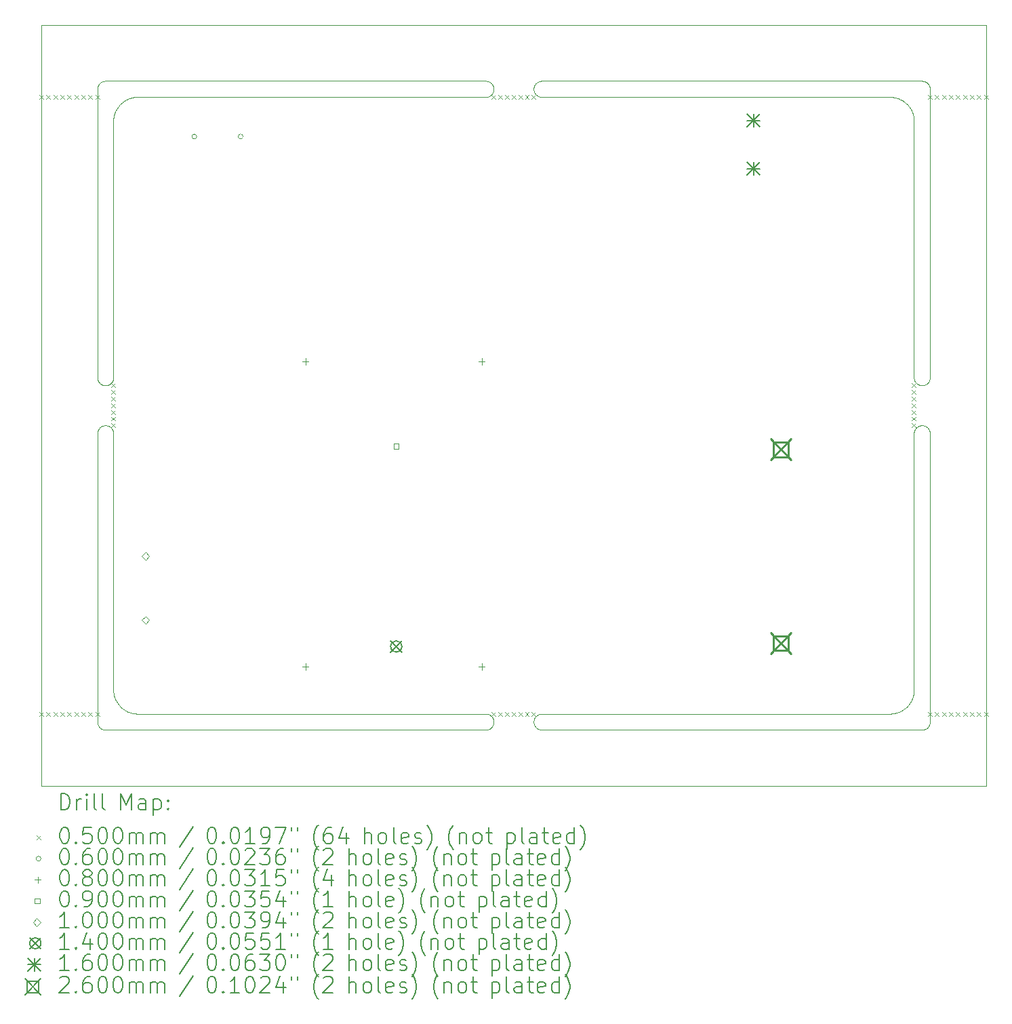
<source format=gbr>
%TF.GenerationSoftware,KiCad,Pcbnew,(6.99.0-5015-g618347ef50)*%
%TF.CreationDate,2023-01-08T20:34:51+01:00*%
%TF.ProjectId,TinyLlama,54696e79-4c6c-4616-9d61-2e6b69636164,2.1*%
%TF.SameCoordinates,Original*%
%TF.FileFunction,Drillmap*%
%TF.FilePolarity,Positive*%
%FSLAX45Y45*%
G04 Gerber Fmt 4.5, Leading zero omitted, Abs format (unit mm)*
G04 Created by KiCad (PCBNEW (6.99.0-5015-g618347ef50)) date 2023-01-08 20:34:51*
%MOMM*%
%LPD*%
G01*
G04 APERTURE LIST*
%ADD10C,0.100000*%
%ADD11C,0.200000*%
%ADD12C,0.050000*%
%ADD13C,0.060000*%
%ADD14C,0.080000*%
%ADD15C,0.090000*%
%ADD16C,0.140000*%
%ADD17C,0.160000*%
%ADD18C,0.260000*%
G04 APERTURE END LIST*
D10*
X7142464Y-2338886D02*
X7140495Y-2343328D01*
X2219483Y-2240026D02*
X2222472Y-2236195D01*
X2473222Y-2503648D02*
X2473205Y-2503667D01*
X2444764Y-9957597D02*
X2444777Y-9957619D01*
X2686046Y-2400354D02*
X2683567Y-2400480D01*
X2397033Y-6574945D02*
X2398097Y-6579686D01*
X12233241Y-2431245D02*
X12233218Y-2431234D01*
X12326778Y-2503648D02*
X12318287Y-2494250D01*
X12597033Y-10225055D02*
X12595737Y-10229738D01*
X12381727Y-9903017D02*
X12381735Y-9902993D01*
X12525055Y-10297033D02*
X12520314Y-10298097D01*
X2347668Y-6511690D02*
X2351896Y-6514085D01*
X2232516Y-10274354D02*
X2228997Y-10271003D01*
X1500600Y-10999909D02*
X1500645Y-10999928D01*
X12396697Y-9844197D02*
X12396700Y-9844172D01*
X2454521Y-2527598D02*
X2454506Y-2527619D01*
X13299783Y-1500390D02*
X13299752Y-1500352D01*
X7135915Y-10148104D02*
X7138310Y-10152332D01*
X2517389Y-2462017D02*
X2517369Y-2462033D01*
X12176414Y-2409925D02*
X12176389Y-2409919D01*
X12571003Y-6528997D02*
X12574354Y-6532516D01*
X7148928Y-10184474D02*
X7149523Y-10189296D01*
X2400000Y-9799379D02*
X2400016Y-9800621D01*
X12390075Y-2623586D02*
X12386590Y-2611409D01*
X7711114Y-2392464D02*
X7706672Y-2390495D01*
X12259747Y-2446104D02*
X12259726Y-2446090D01*
X2405918Y-2640857D02*
X2403683Y-2653325D01*
X7655787Y-10165648D02*
X7657536Y-10161114D01*
X2398928Y-5915526D02*
X2398097Y-5920314D01*
X2413410Y-2611409D02*
X2409925Y-2623586D01*
X7698104Y-2214085D02*
X7702332Y-2211690D01*
X2413417Y-9888615D02*
X2414160Y-9890984D01*
X7651072Y-10215526D02*
X7650477Y-10210704D01*
X7734474Y-10298928D02*
X7729686Y-10298097D01*
X12411690Y-5947668D02*
X12409505Y-5943328D01*
X2204263Y-6570262D02*
X2205787Y-6565648D01*
X7117484Y-2374354D02*
X7113805Y-2377528D01*
X2405922Y-9859167D02*
X2406422Y-9861599D01*
X2517389Y-10037983D02*
X2527598Y-10045479D01*
X12316560Y-2492432D02*
X12316542Y-2492414D01*
X2626038Y-10090710D02*
X2638376Y-10093573D01*
X1500217Y-1500390D02*
X1500188Y-1500430D01*
X7749012Y-10300000D02*
X7744142Y-10299880D01*
X12580517Y-2240026D02*
X12583315Y-2243999D01*
X7124354Y-2367484D02*
X7121003Y-2371003D01*
X12428997Y-5971003D02*
X12425646Y-5967484D01*
X7109974Y-10119483D02*
X7113805Y-10122472D01*
X2201072Y-5915526D02*
X2200477Y-5910704D01*
X2363805Y-5977528D02*
X2359974Y-5980517D01*
X2207536Y-2261114D02*
X2209505Y-2256672D01*
X7088885Y-10292464D02*
X7084352Y-10294213D01*
X2569033Y-10069870D02*
X2580542Y-10075158D01*
X13299752Y-1500352D02*
X13299719Y-1500316D01*
X2529656Y-10046912D02*
X2529677Y-10046926D01*
X2668418Y-2401696D02*
X2668393Y-2401699D01*
X12599880Y-5905858D02*
X12599523Y-5910704D01*
X7138310Y-2252332D02*
X7140495Y-2256672D01*
X12563805Y-2222472D02*
X12567484Y-2225646D01*
X7109974Y-2219483D02*
X7113805Y-2222472D01*
X12375169Y-2580565D02*
X12375158Y-2580542D01*
X12590495Y-10243328D02*
X12588310Y-10247668D01*
X13299529Y-1500160D02*
X13299487Y-1500135D01*
X12538885Y-2207536D02*
X12543328Y-2209505D01*
X2398928Y-6584474D02*
X2399523Y-6589296D01*
X7675646Y-2232516D02*
X7678997Y-2228997D01*
X13299019Y-10999994D02*
X13299068Y-10999992D01*
X13298773Y-11000000D02*
X13298797Y-11000000D01*
X7148928Y-2284474D02*
X7149523Y-2289296D01*
X12510704Y-5999523D02*
X12505858Y-5999880D01*
X12599523Y-2289296D02*
X12599880Y-2294142D01*
X2343328Y-5990495D02*
X2338886Y-5992464D01*
X2446104Y-9959747D02*
X2453074Y-9970323D01*
X13299927Y-1500645D02*
X13299909Y-1500600D01*
X2670913Y-10098557D02*
X2683542Y-10099519D01*
X12400477Y-5910704D02*
X12400119Y-5905858D01*
X2216685Y-6543999D02*
X2219483Y-6540026D01*
X2668393Y-2401699D02*
X2655828Y-2403299D01*
X2315526Y-6501072D02*
X2320314Y-6501902D01*
X2300988Y-6500000D02*
X2300988Y-6500000D01*
X7698104Y-2385915D02*
X7693999Y-2383315D01*
X12205368Y-2419144D02*
X12205344Y-2419135D01*
X1500072Y-10999354D02*
X1500091Y-10999400D01*
X2401696Y-2668418D02*
X2401445Y-2670887D01*
X12346926Y-9970323D02*
X12353896Y-9959747D01*
X13299261Y-1500042D02*
X13299214Y-1500030D01*
X12489296Y-6500477D02*
X12494142Y-6500119D01*
X12538885Y-5992464D02*
X12534352Y-5994212D01*
X7734474Y-2398928D02*
X7729686Y-2398097D01*
X2569033Y-2430130D02*
X2569010Y-2430141D01*
X7744142Y-10299880D02*
X7739296Y-10299523D01*
X13299958Y-1500739D02*
X13299944Y-1500692D01*
X7693999Y-10283315D02*
X7690026Y-10280517D01*
X12116433Y-10099520D02*
X12116458Y-10099519D01*
X12594212Y-5934352D02*
X12592464Y-5938885D01*
X12563805Y-6522472D02*
X12567484Y-6525646D01*
X7686195Y-2377528D02*
X7682516Y-2374354D01*
X7140495Y-2256672D02*
X7142464Y-2261114D01*
X12345479Y-9972402D02*
X12345494Y-9972381D01*
X2582846Y-10076148D02*
X2582870Y-10076157D01*
X2418265Y-2597007D02*
X2414168Y-2608992D01*
X12400000Y-2700633D02*
X12400000Y-2700621D01*
X7739296Y-2399523D02*
X7734474Y-2398928D01*
X2228997Y-10271003D02*
X2225646Y-10267484D01*
X12355236Y-9957597D02*
X12361661Y-9946682D01*
X13299400Y-1500091D02*
X13299354Y-1500072D01*
X13299783Y-10999610D02*
X13299812Y-10999570D01*
X12452332Y-5988310D02*
X12448104Y-5985915D01*
X12393578Y-2638401D02*
X12393573Y-2638376D01*
X7149523Y-2310704D02*
X7148928Y-2315526D01*
X7065526Y-10298928D02*
X7060704Y-10299523D01*
X2294142Y-2200120D02*
X2299012Y-2200000D01*
X12577528Y-10263805D02*
X12574354Y-10267484D01*
X2248104Y-6514085D02*
X2252332Y-6511690D01*
X12588310Y-2252332D02*
X12590495Y-2256672D01*
X12345494Y-9972381D02*
X12346912Y-9970344D01*
X2204263Y-5929738D02*
X2202967Y-5925055D01*
X2405918Y-9859143D02*
X2405922Y-9859167D01*
X12369859Y-2569010D02*
X12368766Y-2566781D01*
X2374354Y-6532516D02*
X2377528Y-6536195D01*
X7101896Y-2214085D02*
X7106001Y-2216685D01*
X2492432Y-2483440D02*
X2492414Y-2483458D01*
X12398555Y-2670887D02*
X12398304Y-2668418D01*
X12398301Y-2668393D02*
X12396700Y-2655828D01*
X12598097Y-5920314D02*
X12597033Y-5925055D01*
X12590495Y-5943328D02*
X12588310Y-5947668D01*
X12520314Y-6501902D02*
X12525055Y-6502967D01*
X12529738Y-10295737D02*
X12525055Y-10297033D01*
X2409297Y-2626014D02*
X2409290Y-2626038D01*
X2338886Y-5992464D02*
X2334352Y-5994212D01*
X7711114Y-2207536D02*
X7715648Y-2205787D01*
X12432516Y-6525646D02*
X12436195Y-6522472D01*
X2527619Y-10045494D02*
X2529656Y-10046912D01*
X7702332Y-10111690D02*
X7706672Y-10109505D01*
X7138310Y-10247668D02*
X7135915Y-10251896D01*
X7079738Y-10295737D02*
X7075055Y-10297033D01*
X12294449Y-2471588D02*
X12294430Y-2471572D01*
X2453074Y-2529677D02*
X2446104Y-2540253D01*
X2371003Y-6528997D02*
X2374354Y-6532516D01*
X2471588Y-2505551D02*
X2471572Y-2505570D01*
X2232516Y-6525646D02*
X2236195Y-6522472D01*
X2200120Y-10205858D02*
X2200000Y-10200988D01*
X12381735Y-9902993D02*
X12385832Y-9891008D01*
X12296352Y-2473222D02*
X12296333Y-2473205D01*
X2383315Y-5956001D02*
X2380517Y-5959974D01*
X2640857Y-2405918D02*
X2640833Y-2405922D01*
X12407536Y-6561114D02*
X12409505Y-6556672D01*
X7093328Y-2390495D02*
X7088885Y-2392464D01*
X2505551Y-10028412D02*
X2505570Y-10028428D01*
X12580517Y-10259974D02*
X12577528Y-10263805D01*
X12574354Y-2232516D02*
X12577528Y-2236195D01*
X13299117Y-10999987D02*
X13299165Y-10999980D01*
X12456672Y-5990495D02*
X12452332Y-5988310D01*
X12328428Y-2505570D02*
X12328412Y-2505551D01*
X2201903Y-2279686D02*
X2202967Y-2274945D01*
X12326778Y-9996352D02*
X12326795Y-9996333D01*
X2399880Y-5905858D02*
X2399523Y-5910704D01*
X7729686Y-10101903D02*
X7734474Y-10101072D01*
X2582870Y-10076157D02*
X2594632Y-10080856D01*
X7659505Y-2256672D02*
X7661690Y-2252332D01*
X12176389Y-2409919D02*
X12173986Y-2409297D01*
X7121003Y-2371003D02*
X7117484Y-2374354D01*
X2299012Y-10300000D02*
X2294142Y-10299880D01*
X12386583Y-2611385D02*
X12385840Y-2609016D01*
X7133315Y-2243999D02*
X7135915Y-2248104D01*
X7140495Y-2343328D02*
X7138310Y-2347668D01*
X7109974Y-10280517D02*
X7106001Y-10283315D01*
X2463568Y-2515386D02*
X2463552Y-2515406D01*
X2431234Y-9933219D02*
X2431245Y-9933241D01*
X7654263Y-10229738D02*
X7652967Y-10225055D01*
X7121003Y-10271003D02*
X7117484Y-10274354D01*
X12393573Y-9861624D02*
X12393578Y-9861599D01*
X12100620Y-2400016D02*
X12099379Y-2400000D01*
X1500188Y-10999570D02*
X1500217Y-10999610D01*
X12375158Y-9919458D02*
X12375169Y-9919435D01*
X7055858Y-2200120D02*
X7060704Y-2200477D01*
X12144197Y-10096697D02*
X12146650Y-10096321D01*
X2377528Y-5963805D02*
X2374354Y-5967484D01*
X2284474Y-10298928D02*
X2279686Y-10298097D01*
X12307586Y-10016542D02*
X12316542Y-10007586D01*
X7130517Y-10259974D02*
X7127528Y-10263805D01*
X2406422Y-9861599D02*
X2406427Y-9861624D01*
X12246682Y-10061661D02*
X12257597Y-10055236D01*
X12100620Y-10099984D02*
X12100633Y-10099984D01*
X12361661Y-9946682D02*
X12361674Y-9946660D01*
X12399984Y-9800621D02*
X12400000Y-9799379D01*
X7145737Y-10170262D02*
X7147033Y-10174945D01*
X12294430Y-10028428D02*
X12294449Y-10028412D01*
X2437109Y-2555532D02*
X2431245Y-2566759D01*
X2653325Y-10096317D02*
X2653350Y-10096321D01*
X12534352Y-5994212D02*
X12529738Y-5995737D01*
X7124354Y-10267484D02*
X7121003Y-10271003D01*
X12401902Y-5920314D02*
X12401072Y-5915526D01*
X2390495Y-5943328D02*
X2388310Y-5947668D01*
X2403299Y-2655828D02*
X2401699Y-2668393D01*
X7655787Y-2334352D02*
X7654263Y-2329738D01*
X2409290Y-2626038D02*
X2406427Y-2638376D01*
X7113805Y-2222472D02*
X7117484Y-2225646D01*
X12399519Y-9816458D02*
X12399520Y-9816433D01*
X2597007Y-2418265D02*
X2596983Y-2418273D01*
X12099367Y-2400000D02*
X7749012Y-2400000D01*
X2202967Y-6574945D02*
X2204263Y-6570262D01*
X1500883Y-1500013D02*
X1500834Y-1500020D01*
X2431245Y-2566759D02*
X2431234Y-2566781D01*
X12571003Y-10271003D02*
X12567484Y-10274354D01*
X2638401Y-2406422D02*
X2638376Y-2406427D01*
X7097668Y-2388310D02*
X7093328Y-2390495D01*
X12538885Y-10292464D02*
X12534352Y-10294213D01*
X2700633Y-2400000D02*
X2700621Y-2400000D01*
X7140495Y-10156672D02*
X7142464Y-10161114D01*
X7135915Y-10251896D02*
X7133315Y-10256001D01*
X12443999Y-5983315D02*
X12440026Y-5980517D01*
X12396317Y-9846675D02*
X12396321Y-9846650D01*
X2363805Y-6522472D02*
X2367484Y-6525646D01*
X2270262Y-6504263D02*
X2274945Y-6502967D01*
X2248104Y-5985915D02*
X2243999Y-5983315D01*
X12599523Y-10210704D02*
X12598928Y-10215526D01*
X12399520Y-2683567D02*
X12399519Y-2683542D01*
X2423843Y-2582870D02*
X2419144Y-2594632D01*
X13299944Y-1500692D02*
X13299927Y-1500645D01*
X1500217Y-10999610D02*
X1500248Y-10999648D01*
X2409919Y-9876389D02*
X2409925Y-9876414D01*
X2409925Y-9876414D02*
X2413410Y-9888591D01*
X13299400Y-10999909D02*
X13299444Y-10999888D01*
X7060704Y-10299523D02*
X7055858Y-10299880D01*
X7690026Y-2380517D02*
X7686195Y-2377528D01*
X2359974Y-6519483D02*
X2363805Y-6522472D01*
X2214085Y-2248104D02*
X2216685Y-2243999D01*
X2580542Y-10075158D02*
X2580565Y-10075169D01*
X2686072Y-2400353D02*
X2686046Y-2400354D01*
X7744142Y-10100120D02*
X7749012Y-10100000D01*
X2216685Y-10256001D02*
X2214085Y-10251896D01*
X2207536Y-10238886D02*
X2205787Y-10234352D01*
X2401445Y-9829113D02*
X2401696Y-9831582D01*
X7148097Y-10179686D02*
X7148928Y-10184474D01*
X12600000Y-10200988D02*
X12599880Y-10205858D01*
X1500056Y-10999308D02*
X1500072Y-10999354D01*
X2400481Y-9816458D02*
X2401443Y-9829087D01*
X12414085Y-5951896D02*
X12411690Y-5947668D01*
X2670887Y-10098555D02*
X2670913Y-10098557D01*
X13299570Y-1500188D02*
X13299529Y-1500160D01*
X2454506Y-2527619D02*
X2453088Y-2529656D01*
X2380517Y-6540026D02*
X2383315Y-6543999D01*
X12448104Y-5985915D02*
X12443999Y-5983315D01*
X12362878Y-9944490D02*
X12362890Y-9944468D01*
X7711114Y-10292464D02*
X7706672Y-10290495D01*
X2638376Y-2406427D02*
X2626038Y-2409290D01*
X13300000Y-10998773D02*
X13300000Y-1501227D01*
X12543328Y-10290495D02*
X12538885Y-10292464D01*
X2305858Y-5999880D02*
X2300988Y-6000000D01*
X12404263Y-5929738D02*
X12402967Y-5925055D01*
X2320314Y-5998097D02*
X2315526Y-5998928D01*
X7682516Y-10274354D02*
X7678997Y-10271003D01*
X1500281Y-10999684D02*
X1500316Y-10999719D01*
X2228997Y-5971003D02*
X2225646Y-5967484D01*
X12337967Y-9982631D02*
X12337982Y-9982611D01*
X1500739Y-1500042D02*
X1500692Y-1500056D01*
X12594212Y-10234352D02*
X12592464Y-10238886D01*
X2289296Y-6500477D02*
X2294142Y-6500119D01*
X7711114Y-10107536D02*
X7715648Y-10105787D01*
X12515526Y-5998928D02*
X12510704Y-5999523D01*
X12422472Y-5963805D02*
X12419483Y-5959974D01*
X12428997Y-6528997D02*
X12432516Y-6525646D01*
X2388310Y-6552332D02*
X2390495Y-6556672D01*
X2453088Y-2529656D02*
X2453074Y-2529677D01*
X12307568Y-2483440D02*
X12305769Y-2481730D01*
X12574354Y-10267484D02*
X12571003Y-10271003D01*
X7070314Y-2201903D02*
X7075055Y-2202967D01*
X7149880Y-10194142D02*
X7150000Y-10199012D01*
X12368755Y-2566759D02*
X12362890Y-2555532D01*
X2201072Y-2284474D02*
X2201903Y-2279686D01*
X7142464Y-10161114D02*
X7144212Y-10165648D01*
X12559974Y-2219483D02*
X12563805Y-2222472D01*
X7130517Y-10140026D02*
X7133315Y-10143999D01*
X2446104Y-2540253D02*
X2446090Y-2540274D01*
X13299865Y-1500512D02*
X13299839Y-1500470D01*
X12400477Y-6589296D02*
X12401072Y-6584474D01*
X12505858Y-2200120D02*
X12510704Y-2200477D01*
X12284594Y-10036448D02*
X12284614Y-10036432D01*
X12390081Y-9876389D02*
X12390703Y-9873986D01*
X2200120Y-6594142D02*
X2200477Y-6589296D01*
X7127528Y-10136195D02*
X7130517Y-10140026D01*
X2409290Y-9873962D02*
X2409297Y-9873986D01*
X13299839Y-10999530D02*
X13299865Y-10999487D01*
X2200120Y-5905858D02*
X2200000Y-5900988D01*
X1500013Y-1500883D02*
X1500008Y-1500932D01*
X7117484Y-10125646D02*
X7121003Y-10128997D01*
X2494250Y-10018287D02*
X2503648Y-10026778D01*
X2542403Y-2444764D02*
X2542381Y-2444777D01*
X2462033Y-9982631D02*
X2463552Y-9984594D01*
X7135915Y-2248104D02*
X7138310Y-2252332D01*
X2202967Y-2274945D02*
X2204263Y-2270262D01*
X12401072Y-6584474D02*
X12401902Y-6579686D01*
X2222472Y-6536195D02*
X2225646Y-6532516D01*
X2289296Y-5999523D02*
X2284474Y-5998928D01*
X2540253Y-10053896D02*
X2540274Y-10053910D01*
X2444764Y-2542403D02*
X2438339Y-2553318D01*
X12386583Y-9888615D02*
X12386590Y-9888591D01*
X7135915Y-2351896D02*
X7133315Y-2356001D01*
X2200477Y-6589296D02*
X2201072Y-6584474D01*
X13299992Y-1500932D02*
X13299987Y-1500883D01*
X12161624Y-2406427D02*
X12161599Y-2406422D01*
X7140495Y-10243328D02*
X7138310Y-10247668D01*
X7079738Y-10104263D02*
X7084352Y-10105787D01*
X12452332Y-6511690D02*
X12456672Y-6509505D01*
X7734474Y-2201072D02*
X7739296Y-2200477D01*
X7715648Y-2205787D02*
X7720262Y-2204263D01*
X12599880Y-2294142D02*
X12600000Y-2299012D01*
X12520314Y-5998097D02*
X12515526Y-5998928D01*
X2430141Y-2569010D02*
X2430130Y-2569033D01*
X12398304Y-9831582D02*
X12398555Y-9829113D01*
X7127528Y-10263805D02*
X7124354Y-10267484D01*
X12144197Y-2403303D02*
X12144172Y-2403299D01*
X2580565Y-10075169D02*
X2582846Y-10076148D01*
X7101896Y-2385915D02*
X7097668Y-2388310D01*
X2299012Y-6500000D02*
X2300988Y-6500000D01*
X12318270Y-2494231D02*
X12316560Y-2492432D01*
X7686195Y-2222472D02*
X7690026Y-2219483D01*
X12580517Y-6540026D02*
X12583315Y-6543999D01*
X2294142Y-10299880D02*
X2289296Y-10299523D01*
X2240026Y-10280517D02*
X2236195Y-10277528D01*
X7147033Y-2274945D02*
X7148097Y-2279686D01*
X7150000Y-2299012D02*
X7150000Y-2300988D01*
X2446090Y-9959726D02*
X2446104Y-9959747D01*
X12556001Y-5983315D02*
X12551896Y-5985915D01*
X12203017Y-2418273D02*
X12202993Y-2418265D01*
X12346912Y-9970344D02*
X12346926Y-9970323D01*
X7734474Y-10101072D02*
X7739296Y-10100477D01*
X12399520Y-9816433D02*
X12399646Y-9813954D01*
X7682516Y-2225646D02*
X7686195Y-2222472D01*
X2414168Y-2608992D02*
X2414160Y-2609016D01*
X12259726Y-10053910D02*
X12259747Y-10053896D01*
X2542381Y-2444777D02*
X2540274Y-2446090D01*
X12500988Y-2200000D02*
X12505858Y-2200120D01*
X7097668Y-10111690D02*
X7101896Y-10114085D01*
X7121003Y-2228997D02*
X7124354Y-2232516D01*
X2555510Y-2437121D02*
X2553340Y-2438326D01*
X1500000Y-10998773D02*
X1500000Y-10998797D01*
X7101896Y-10114085D02*
X7106001Y-10116685D01*
X12205344Y-2419135D02*
X12203017Y-2418273D01*
X1500883Y-10999987D02*
X1500932Y-10999992D01*
X12443999Y-6516685D02*
X12448104Y-6514085D01*
X2400000Y-6599012D02*
X2400000Y-9799367D01*
X2201072Y-10215526D02*
X2200477Y-10210704D01*
X1500042Y-10999261D02*
X1500056Y-10999308D01*
X7650000Y-10200988D02*
X7650000Y-10199012D01*
X2438339Y-2553318D02*
X2438326Y-2553340D01*
X12257597Y-10055236D02*
X12257619Y-10055223D01*
X7149523Y-2289296D02*
X7149880Y-2294142D01*
X2503667Y-10026795D02*
X2505551Y-10028412D01*
X7661690Y-2252332D02*
X7664085Y-2248104D01*
X7690026Y-2219483D02*
X7693999Y-2216685D01*
X12129112Y-2401445D02*
X12129087Y-2401443D01*
X7651902Y-10220314D02*
X7651072Y-10215526D01*
X12551896Y-5985915D02*
X12547668Y-5988310D01*
X12336448Y-9984594D02*
X12337967Y-9982631D01*
X12405787Y-6565648D02*
X12407536Y-6561114D01*
X12205368Y-10080856D02*
X12217130Y-10076157D01*
X12484474Y-6501072D02*
X12489296Y-6500477D01*
X12129087Y-2401443D02*
X12116458Y-2400481D01*
X7651072Y-2315526D02*
X7650477Y-2310704D01*
X12381727Y-2596983D02*
X12380865Y-2594656D01*
X2392464Y-6561114D02*
X2394213Y-6565648D01*
X12551896Y-10285915D02*
X12547668Y-10288310D01*
X7149880Y-2305858D02*
X7149523Y-2310704D01*
X7145737Y-2270262D02*
X7147033Y-2274945D01*
X7669483Y-10259974D02*
X7666685Y-10256001D01*
X7093328Y-10290495D02*
X7088885Y-10292464D01*
X12583315Y-6543999D02*
X12585915Y-6548104D01*
X1500316Y-1500281D02*
X1500281Y-1500316D01*
X12369870Y-2569033D02*
X12369859Y-2569010D01*
X12394078Y-2640833D02*
X12393578Y-2638401D01*
X2515406Y-10036448D02*
X2517369Y-10037967D01*
X7133315Y-2356001D02*
X7130517Y-2359974D01*
X12345494Y-2527619D02*
X12345479Y-2527598D01*
X12547668Y-5988310D02*
X12543328Y-5990495D01*
X2209505Y-6556672D02*
X2211690Y-6552332D01*
X12394082Y-2640857D02*
X12394078Y-2640833D01*
X12217154Y-10076148D02*
X12219435Y-10075169D01*
X2300988Y-6000000D02*
X2299012Y-6000000D01*
X2240026Y-6519483D02*
X2243999Y-6516685D01*
X7729686Y-2398097D02*
X7724945Y-2397033D01*
X7142464Y-2261114D02*
X7144212Y-2265648D01*
X12362890Y-9944468D02*
X12368755Y-9933241D01*
X7070314Y-10101903D02*
X7075055Y-10102967D01*
X2462017Y-2517389D02*
X2454521Y-2527598D01*
X7138310Y-2347668D02*
X7135915Y-2351896D01*
X7652967Y-2274945D02*
X7654263Y-2270262D01*
X12353896Y-9959747D02*
X12353910Y-9959726D01*
X7682516Y-10125646D02*
X7686195Y-10122472D01*
X2655828Y-10096701D02*
X2668393Y-10098301D01*
X2395737Y-6570262D02*
X2397033Y-6574945D01*
X12345479Y-2527598D02*
X12337982Y-2517389D01*
X2529656Y-2453088D02*
X2527619Y-2454506D01*
X2611409Y-2413410D02*
X2611385Y-2413417D01*
X2315526Y-5998928D02*
X2310704Y-5999523D01*
X7084352Y-10294213D02*
X7079738Y-10295737D01*
X1500390Y-1500217D02*
X1500352Y-1500248D01*
X12470262Y-6504263D02*
X12474945Y-6502967D01*
X2580565Y-2424831D02*
X2580542Y-2424842D01*
X12598928Y-6584474D02*
X12599523Y-6589296D01*
X13299019Y-1500006D02*
X13298797Y-1500000D01*
X12233218Y-2431234D02*
X12230990Y-2430141D01*
X12190984Y-10085840D02*
X12191008Y-10085832D01*
X2399880Y-6594142D02*
X2400000Y-6599012D01*
X2205787Y-10234352D02*
X2204263Y-10229738D01*
X7729686Y-10298097D02*
X7724945Y-10297033D01*
X12188591Y-10086590D02*
X12188615Y-10086583D01*
X7729686Y-2201903D02*
X7734474Y-2201072D01*
X7690026Y-10119483D02*
X7693999Y-10116685D01*
X12577528Y-2236195D02*
X12580517Y-2240026D01*
X2248104Y-2214085D02*
X2252332Y-2211690D01*
X12307568Y-10016560D02*
X12307586Y-10016542D01*
X2385915Y-6548104D02*
X2388310Y-6552332D01*
X2256672Y-2209505D02*
X2261114Y-2207536D01*
X13299994Y-1500981D02*
X13299992Y-1500932D01*
X2399523Y-6589296D02*
X2399880Y-6594142D01*
X7702332Y-10288310D02*
X7698104Y-10285915D01*
X12394082Y-9859143D02*
X12396317Y-9846675D01*
X7147033Y-10174945D02*
X7148097Y-10179686D01*
X12259747Y-10053896D02*
X12270323Y-10046926D01*
X12390081Y-2623611D02*
X12390075Y-2623586D01*
X2406427Y-2638376D02*
X2406422Y-2638401D01*
X2686072Y-10099647D02*
X2699367Y-10099984D01*
X2540274Y-10053910D02*
X2542381Y-10055223D01*
X12567484Y-10274354D02*
X12563805Y-10277528D01*
X12191008Y-2414168D02*
X12190984Y-2414160D01*
X7724945Y-2397033D02*
X7720262Y-2395737D01*
X2683567Y-10099520D02*
X2686046Y-10099646D01*
X12396700Y-2655828D02*
X12396697Y-2655803D01*
X12588310Y-10247668D02*
X12585915Y-10251896D01*
X12296333Y-10026795D02*
X12296352Y-10026778D01*
X2611409Y-10086590D02*
X2623586Y-10090075D01*
X12396321Y-9846650D02*
X12396697Y-9844197D01*
X2555532Y-2437109D02*
X2555510Y-2437121D01*
X2400481Y-2683542D02*
X2400480Y-2683567D01*
X12316542Y-2492414D02*
X12307586Y-2483458D01*
X7678997Y-10271003D02*
X7675646Y-10267484D01*
X2265648Y-6505787D02*
X2270262Y-6504263D01*
X1500006Y-10999019D02*
X1500008Y-10999068D01*
X2211690Y-2252332D02*
X2214085Y-2248104D01*
X12270323Y-2453074D02*
X12259747Y-2446104D01*
X12129112Y-10098555D02*
X12131582Y-10098304D01*
X12494142Y-5999880D02*
X12489296Y-5999523D01*
X2430141Y-9930990D02*
X2431234Y-9933219D01*
X2517369Y-2462033D02*
X2515406Y-2463552D01*
X12116458Y-10099519D02*
X12129087Y-10098557D01*
X12159142Y-10094082D02*
X12159167Y-10094078D01*
X2517369Y-10037967D02*
X2517389Y-10037983D01*
X12600000Y-5900988D02*
X12599880Y-5905858D01*
X12337982Y-2517389D02*
X12337967Y-2517369D01*
X12583315Y-5956001D02*
X12580517Y-5959974D01*
X12385840Y-2609016D02*
X12385832Y-2608992D01*
X2403303Y-9844197D02*
X2403679Y-9846650D01*
X13299865Y-10999487D02*
X13299888Y-10999444D01*
X12436195Y-6522472D02*
X12440026Y-6519483D01*
X2397033Y-5925055D02*
X2395737Y-5929738D01*
X2670913Y-2401443D02*
X2670887Y-2401445D01*
X2380517Y-5959974D02*
X2377528Y-5963805D01*
X1500932Y-10999992D02*
X1500981Y-10999994D01*
X12159142Y-2405918D02*
X12146675Y-2403683D01*
X2699379Y-2400016D02*
X2699367Y-2400016D01*
X2471588Y-9994449D02*
X2473205Y-9996333D01*
X7055858Y-2399880D02*
X7050988Y-2400000D01*
X7724945Y-10297033D02*
X7720262Y-10295737D01*
X7666685Y-2243999D02*
X7669483Y-2240026D01*
X2400353Y-9813928D02*
X2400354Y-9813954D01*
X13298797Y-1500000D02*
X13298773Y-1500000D01*
X7060704Y-2399523D02*
X7055858Y-2399880D01*
X2200477Y-2289296D02*
X2201072Y-2284474D01*
X2240026Y-5980517D02*
X2236195Y-5977528D01*
X2444777Y-2542381D02*
X2444764Y-2542403D01*
X13299444Y-1500112D02*
X13299400Y-1500091D01*
X12400000Y-9799379D02*
X12400000Y-9799367D01*
X7654263Y-10170262D02*
X7655787Y-10165648D01*
X12230967Y-10069870D02*
X12230990Y-10069859D01*
X2200477Y-10210704D02*
X2200120Y-10205858D01*
X7652967Y-10174945D02*
X7654263Y-10170262D01*
X2201903Y-10220314D02*
X2201072Y-10215526D01*
X12307586Y-2483458D02*
X12307568Y-2483440D01*
X2700621Y-10100000D02*
X2700633Y-10100000D01*
X12525055Y-2202967D02*
X12529738Y-2204263D01*
X2367484Y-6525646D02*
X2371003Y-6528997D01*
X12203017Y-10081727D02*
X12205344Y-10080865D01*
X2700633Y-10100000D02*
X7050988Y-10100000D01*
X2566759Y-10068755D02*
X2566781Y-10068766D01*
X12600000Y-2299012D02*
X12600000Y-5900988D01*
X2594632Y-2419144D02*
X2582870Y-2423843D01*
X13299648Y-10999752D02*
X13299684Y-10999719D01*
X1500135Y-1500512D02*
X1500112Y-1500556D01*
X7698104Y-10285915D02*
X7693999Y-10283315D01*
X12479686Y-5998097D02*
X12474945Y-5997033D01*
X2232516Y-5974354D02*
X2228997Y-5971003D01*
X2392464Y-5938885D02*
X2390495Y-5943328D01*
X12419483Y-5959974D02*
X12416685Y-5956001D01*
X7093328Y-10109505D02*
X7097668Y-10111690D01*
X2483440Y-2492432D02*
X2481730Y-2494231D01*
X2274945Y-5997033D02*
X2270262Y-5995737D01*
X2289296Y-2200477D02*
X2294142Y-2200120D01*
X7678997Y-2228997D02*
X7682516Y-2225646D01*
X2279686Y-5998097D02*
X2274945Y-5997033D01*
X2608992Y-10085832D02*
X2609016Y-10085840D01*
X12316560Y-10007568D02*
X12318270Y-10005769D01*
X2216685Y-2243999D02*
X2219483Y-2240026D01*
X2596983Y-2418273D02*
X2594656Y-2419135D01*
X12563805Y-5977528D02*
X12559974Y-5980517D01*
X12353910Y-9959726D02*
X12355223Y-9957619D01*
X12500988Y-10300000D02*
X7749012Y-10300000D01*
X2261114Y-6507536D02*
X2265648Y-6505787D01*
X2400480Y-2683567D02*
X2400354Y-2686046D01*
X13299752Y-10999648D02*
X13299783Y-10999610D01*
X7675646Y-10132516D02*
X7678997Y-10128997D01*
X7150000Y-2300988D02*
X7149880Y-2305858D01*
X2473205Y-9996333D02*
X2473222Y-9996352D01*
X12205344Y-10080865D02*
X12205368Y-10080856D01*
X7148097Y-2279686D02*
X7148928Y-2284474D01*
X12543328Y-5990495D02*
X12538885Y-5992464D01*
X2414160Y-2609016D02*
X2413417Y-2611385D01*
X12592464Y-5938885D02*
X12590495Y-5943328D01*
X2462017Y-9982611D02*
X2462033Y-9982631D01*
X13299927Y-10999354D02*
X13299944Y-10999308D01*
X2356001Y-6516685D02*
X2359974Y-6519483D01*
X13299992Y-10999068D02*
X13299994Y-10999019D01*
X12219435Y-2424831D02*
X12217154Y-2423852D01*
X12588310Y-5947668D02*
X12585915Y-5951896D01*
X1500042Y-1500739D02*
X1500030Y-1500786D01*
X1500000Y-1501227D02*
X1500000Y-10998773D01*
X12270344Y-2453088D02*
X12270323Y-2453074D01*
X12173986Y-10090703D02*
X12176389Y-10090081D01*
X2325055Y-6502967D02*
X2329738Y-6504263D01*
X12505858Y-6500119D02*
X12510704Y-6500477D01*
X12574354Y-6532516D02*
X12577528Y-6536195D01*
X7145737Y-10229738D02*
X7144212Y-10234352D01*
X12272381Y-2454506D02*
X12270344Y-2453088D01*
X1500000Y-10998797D02*
X1500006Y-10999019D01*
X12456672Y-6509505D02*
X12461114Y-6507536D01*
X12230990Y-2430141D02*
X12230967Y-2430130D01*
X2446090Y-2540274D02*
X2444777Y-2542381D01*
X12375169Y-9919435D02*
X12376147Y-9917154D01*
X7664085Y-2351896D02*
X7661690Y-2347668D01*
X7148928Y-2315526D02*
X7148097Y-2320314D01*
X7749012Y-2400000D02*
X7744142Y-2399880D01*
X12381735Y-2597007D02*
X12381727Y-2596983D01*
X13299570Y-10999812D02*
X13299610Y-10999783D01*
X13299487Y-1500135D02*
X13299444Y-1500112D01*
X12590495Y-6556672D02*
X12592464Y-6561114D01*
X2274945Y-6502967D02*
X2279686Y-6501902D01*
X2437121Y-9944490D02*
X2438326Y-9946660D01*
X1500645Y-10999928D02*
X1500692Y-10999944D01*
X1500352Y-1500248D02*
X1500316Y-1500281D01*
X12146675Y-10096317D02*
X12159142Y-10094082D01*
X12393573Y-2638376D02*
X12390709Y-2626038D01*
X2626014Y-2409297D02*
X2623611Y-2409919D01*
X7144212Y-10234352D02*
X7142464Y-10238886D01*
X13298773Y-1500000D02*
X1501227Y-1500000D01*
X2418265Y-9902993D02*
X2418273Y-9903017D01*
X12173962Y-10090710D02*
X12173986Y-10090703D01*
X7715648Y-2394213D02*
X7711114Y-2392464D01*
X12217130Y-10076157D02*
X12217154Y-10076148D01*
X12571003Y-2228997D02*
X12574354Y-2232516D01*
X12461114Y-5992464D02*
X12456672Y-5990495D01*
X13299308Y-1500056D02*
X13299261Y-1500042D01*
X7749012Y-10100000D02*
X12099367Y-10100000D01*
X1500981Y-10999994D02*
X1501203Y-11000000D01*
X2430130Y-9930967D02*
X2430141Y-9930990D01*
X2655803Y-10096697D02*
X2655828Y-10096701D01*
X2201903Y-6579686D02*
X2202967Y-6574945D01*
X2310704Y-6500477D02*
X2315526Y-6501072D01*
X12376157Y-9917130D02*
X12380856Y-9905368D01*
X2334352Y-6505787D02*
X2338886Y-6507536D01*
X2201072Y-6584474D02*
X2201903Y-6579686D01*
X2699367Y-10099984D02*
X2699379Y-10099984D01*
X12515526Y-2201072D02*
X12520314Y-2201903D01*
X2270262Y-2204263D02*
X2274945Y-2202967D01*
X2200477Y-5910704D02*
X2200120Y-5905858D01*
X12399519Y-2683542D02*
X12398557Y-2670913D01*
X7149880Y-10205858D02*
X7149523Y-10210704D01*
X13299610Y-1500217D02*
X13299570Y-1500188D01*
X12316542Y-10007586D02*
X12316560Y-10007568D01*
X2261114Y-10292464D02*
X2256672Y-10290495D01*
X12355236Y-2542403D02*
X12355223Y-2542381D01*
X12543328Y-2209505D02*
X12547668Y-2211690D01*
X2403683Y-2653325D02*
X2403679Y-2653350D01*
X12599523Y-6589296D02*
X12599880Y-6594142D01*
X12520314Y-10298097D02*
X12515526Y-10298928D01*
X7693999Y-2383315D02*
X7690026Y-2380517D01*
X1500470Y-10999839D02*
X1500512Y-10999865D01*
X12353896Y-2540253D02*
X12346926Y-2529677D01*
X7657536Y-10238886D02*
X7655787Y-10234352D01*
X7651902Y-2279686D02*
X7652967Y-2274945D01*
X1501227Y-11000000D02*
X13298773Y-11000000D01*
X2214085Y-6548104D02*
X2216685Y-6543999D01*
X7150000Y-2300988D02*
X7150000Y-2300988D01*
X7117484Y-2225646D02*
X7121003Y-2228997D01*
X12173986Y-2409297D02*
X12173962Y-2409290D01*
X7144212Y-2334352D02*
X7142464Y-2338886D01*
X12282611Y-10037983D02*
X12282631Y-10037967D01*
X12368766Y-2566781D02*
X12368755Y-2566759D01*
X7079738Y-2395737D02*
X7075055Y-2397033D01*
X2236195Y-2222472D02*
X2240026Y-2219483D01*
X12598097Y-10220314D02*
X12597033Y-10225055D01*
X12399984Y-2699367D02*
X12399647Y-2686072D01*
X12376157Y-2582870D02*
X12376147Y-2582846D01*
X12559974Y-5980517D02*
X12556001Y-5983315D01*
X1500692Y-10999944D02*
X1500739Y-10999958D01*
X2310704Y-5999523D02*
X2305858Y-5999880D01*
X1500352Y-10999752D02*
X1500390Y-10999783D01*
X2409925Y-2623586D02*
X2409919Y-2623611D01*
X7088885Y-10107536D02*
X7093328Y-10109505D01*
X1500556Y-10999888D02*
X1500600Y-10999909D01*
X13299987Y-1500883D02*
X13299980Y-1500834D01*
X1500981Y-1500006D02*
X1500981Y-1500006D01*
X2418273Y-2596983D02*
X2418265Y-2597007D01*
X7739296Y-10100477D02*
X7744142Y-10100120D01*
X13299529Y-10999839D02*
X13299570Y-10999812D01*
X2400016Y-9800633D02*
X2400353Y-9813928D01*
X1500281Y-1500316D02*
X1500248Y-1500352D01*
X12484474Y-5998928D02*
X12479686Y-5998097D01*
X12385840Y-9890984D02*
X12386583Y-9888615D01*
X12425646Y-5967484D02*
X12422472Y-5963805D01*
X1500932Y-1500008D02*
X1500883Y-1500013D01*
X12305769Y-2481730D02*
X12305750Y-2481713D01*
X12470262Y-5995737D02*
X12465648Y-5994212D01*
X2413417Y-2611385D02*
X2413410Y-2611409D01*
X7724945Y-10102967D02*
X7729686Y-10101903D01*
X12294449Y-10028412D02*
X12296333Y-10026795D01*
X12499012Y-6500000D02*
X12500988Y-6500000D01*
X2653350Y-2403679D02*
X2653325Y-2403683D01*
X7664085Y-10148104D02*
X7666685Y-10143999D01*
X2403679Y-2653350D02*
X2403303Y-2655803D01*
X7675646Y-10267484D02*
X7672472Y-10263805D01*
X12100633Y-2400016D02*
X12100620Y-2400016D01*
X2463552Y-9984594D02*
X2463568Y-9984614D01*
X1500834Y-1500020D02*
X1500786Y-1500030D01*
X7672472Y-10263805D02*
X7669483Y-10259974D01*
X7075055Y-10102967D02*
X7079738Y-10104263D01*
X12398557Y-2670913D02*
X12398555Y-2670887D01*
X2542403Y-10055236D02*
X2553318Y-10061661D01*
X12202993Y-10081735D02*
X12203017Y-10081727D01*
X7720262Y-10104263D02*
X7724945Y-10102967D01*
X12409505Y-6556672D02*
X12411690Y-6552332D01*
X7650477Y-2310704D02*
X7650119Y-2305858D01*
X12556001Y-2216685D02*
X12559974Y-2219483D01*
X2463568Y-9984614D02*
X2471572Y-9994430D01*
X12465648Y-6505787D02*
X12470262Y-6504263D01*
X12583315Y-2243999D02*
X12585915Y-2248104D01*
X13299994Y-10999019D02*
X13300000Y-10998797D01*
X12131607Y-10098301D02*
X12144172Y-10096701D01*
X2265648Y-10294213D02*
X2261114Y-10292464D01*
X12336432Y-9984614D02*
X12336448Y-9984594D01*
X13299354Y-10999928D02*
X13299400Y-10999909D01*
X7672472Y-2363805D02*
X7669483Y-2359974D01*
X7654263Y-2270262D02*
X7655787Y-2265648D01*
X12585915Y-2248104D02*
X12588310Y-2252332D01*
X2414168Y-9891008D02*
X2418265Y-9902993D01*
X2686046Y-10099646D02*
X2686072Y-10099647D01*
X2219483Y-5959974D02*
X2216685Y-5956001D01*
X1500030Y-10999214D02*
X1500042Y-10999261D01*
X2225646Y-10267484D02*
X2222472Y-10263805D01*
X2222472Y-5963805D02*
X2219483Y-5959974D01*
X12598928Y-5915526D02*
X12598097Y-5920314D01*
X2256672Y-5990495D02*
X2252332Y-5988310D01*
X2202967Y-5925055D02*
X2201903Y-5920314D01*
X7147033Y-2325055D02*
X7145737Y-2329738D01*
X12159167Y-10094078D02*
X12161599Y-10093578D01*
X2492414Y-2483458D02*
X2483458Y-2492414D01*
X12529738Y-2204263D02*
X12534352Y-2205787D01*
X2243999Y-2216685D02*
X2248104Y-2214085D01*
X2431234Y-2566781D02*
X2430141Y-2569010D01*
X7088885Y-2207536D02*
X7093328Y-2209505D01*
X2611385Y-10086583D02*
X2611409Y-10086590D01*
X7661690Y-10152332D02*
X7664085Y-10148104D01*
X2200000Y-2299012D02*
X2200120Y-2294142D01*
X7145737Y-2329738D02*
X7144212Y-2334352D01*
X2481713Y-2494250D02*
X2473222Y-2503648D01*
X12188615Y-2413417D02*
X12188591Y-2413410D01*
X12161599Y-10093578D02*
X12161624Y-10093573D01*
X1500072Y-1500645D02*
X1500056Y-1500692D01*
X2453088Y-9970344D02*
X2454506Y-9972381D01*
X2390495Y-6556672D02*
X2392464Y-6561114D01*
X2503648Y-10026778D02*
X2503667Y-10026795D01*
X2515386Y-10036432D02*
X2515406Y-10036448D01*
X12411690Y-6552332D02*
X12414085Y-6548104D01*
X12099367Y-10100000D02*
X12099379Y-10100000D01*
X7147033Y-10225055D02*
X7145737Y-10229738D01*
X7650119Y-2294142D02*
X7650477Y-2289296D01*
X7669483Y-2359974D02*
X7666685Y-2356001D01*
X12244468Y-10062891D02*
X12244490Y-10062879D01*
X2377528Y-6536195D02*
X2380517Y-6540026D01*
X2274945Y-2202967D02*
X2279686Y-2201903D01*
X7706672Y-10109505D02*
X7711114Y-10107536D01*
X2566781Y-2431234D02*
X2566759Y-2431245D01*
X7124354Y-2232516D02*
X7127528Y-2236195D01*
X12505858Y-5999880D02*
X12500988Y-6000000D01*
X12597033Y-6574945D02*
X12598097Y-6579686D01*
X1500188Y-1500430D02*
X1500160Y-1500470D01*
X12515526Y-10298928D02*
X12510704Y-10299523D01*
X12414085Y-6548104D02*
X12416685Y-6543999D01*
X12217130Y-2423843D02*
X12205368Y-2419144D01*
X2700621Y-2400000D02*
X2699379Y-2400016D01*
X2494231Y-2481730D02*
X2492432Y-2483440D01*
X2683567Y-2400480D02*
X2683542Y-2400481D01*
X13299648Y-1500248D02*
X13299610Y-1500217D01*
X1500091Y-10999400D02*
X1500112Y-10999444D01*
X1500160Y-1500470D02*
X1500135Y-1500512D01*
X12515526Y-6501072D02*
X12520314Y-6501902D01*
X12380856Y-9905368D02*
X12380865Y-9905344D01*
X2252332Y-5988310D02*
X2248104Y-5985915D01*
X2454506Y-9972381D02*
X2454521Y-9972402D01*
X7659505Y-10243328D02*
X7657536Y-10238886D01*
X12259726Y-2446090D02*
X12257619Y-2444777D01*
X13299165Y-1500020D02*
X13299117Y-1500013D01*
X7113805Y-10277528D02*
X7109974Y-10280517D01*
X2553340Y-10061674D02*
X2555510Y-10062879D01*
X12599880Y-6594142D02*
X12600000Y-6599012D01*
X12282611Y-2462017D02*
X12272401Y-2454521D01*
X7060704Y-2200477D02*
X7065526Y-2201072D01*
X12390709Y-9873962D02*
X12393573Y-9861624D01*
X7720262Y-2204263D02*
X7724945Y-2202967D01*
X12534352Y-10294213D02*
X12529738Y-10295737D01*
X12598097Y-6579686D02*
X12598928Y-6584474D01*
X7690026Y-10280517D02*
X7686195Y-10277528D01*
X12296333Y-2473205D02*
X12294449Y-2471588D01*
X2222472Y-10263805D02*
X2219483Y-10259974D01*
X2553340Y-2438326D02*
X2553318Y-2438339D01*
X2424842Y-9919458D02*
X2430130Y-9930967D01*
X12294430Y-2471572D02*
X12284614Y-2463568D01*
X12595737Y-6570262D02*
X12597033Y-6574945D01*
X12337982Y-9982611D02*
X12345479Y-9972402D01*
X2284474Y-5998928D02*
X2279686Y-5998097D01*
X12176389Y-10090081D02*
X12176414Y-10090075D01*
X2400354Y-2686046D02*
X2400353Y-2686072D01*
X2279686Y-2201903D02*
X2284474Y-2201072D01*
X2503648Y-2473222D02*
X2494250Y-2481713D01*
X7672472Y-10136195D02*
X7675646Y-10132516D01*
X12393578Y-9861599D02*
X12394078Y-9859167D01*
X2569010Y-10069859D02*
X2569033Y-10069870D01*
X2527598Y-2454521D02*
X2517389Y-2462017D01*
X13299165Y-10999980D02*
X13299214Y-10999970D01*
X12479686Y-6501902D02*
X12484474Y-6501072D01*
X13299308Y-10999944D02*
X13299354Y-10999928D01*
X12346912Y-2529656D02*
X12345494Y-2527619D01*
X7144212Y-10165648D02*
X7145737Y-10170262D01*
X7142464Y-10238886D02*
X7140495Y-10243328D01*
X2503667Y-2473205D02*
X2503648Y-2473222D01*
X12419483Y-6540026D02*
X12422472Y-6536195D01*
X12219435Y-10075169D02*
X12219458Y-10075158D01*
X7702332Y-2388310D02*
X7698104Y-2385915D01*
X2409297Y-9873986D02*
X2409919Y-9876389D01*
X2400354Y-9813954D02*
X2400480Y-9816433D01*
X2228997Y-2228997D02*
X2232516Y-2225646D01*
X2492432Y-10016560D02*
X2494231Y-10018270D01*
X2413410Y-9888591D02*
X2413417Y-9888615D01*
X7654263Y-2329738D02*
X7652967Y-2325055D01*
X7113805Y-2377528D02*
X7109974Y-2380517D01*
X12146650Y-10096321D02*
X12146675Y-10096317D01*
X12461114Y-6507536D02*
X12465648Y-6505787D01*
X13299610Y-10999783D02*
X13299648Y-10999752D01*
X2274945Y-10297033D02*
X2270262Y-10295737D01*
X2505570Y-10028428D02*
X2515386Y-10036432D01*
X2299012Y-6000000D02*
X2294142Y-5999880D01*
X12246682Y-2438339D02*
X12246660Y-2438326D01*
X7659505Y-10156672D02*
X7661690Y-10152332D01*
X12436195Y-5977528D02*
X12432516Y-5974354D01*
X2699367Y-2400016D02*
X2686072Y-2400353D01*
X2409919Y-2623611D02*
X2409297Y-2626014D01*
X12525055Y-5997033D02*
X12520314Y-5998097D01*
X12272401Y-2454521D02*
X12272381Y-2454506D01*
X13299214Y-10999970D02*
X13299261Y-10999958D01*
X2638376Y-10093573D02*
X2638401Y-10093578D01*
X12398557Y-9829087D02*
X12399519Y-9816458D01*
X12567484Y-6525646D02*
X12571003Y-6528997D01*
X2205787Y-2265648D02*
X2207536Y-2261114D01*
X12318287Y-10005750D02*
X12326778Y-9996352D01*
X2515386Y-2463568D02*
X2505570Y-2471572D01*
X2401699Y-9831607D02*
X2403299Y-9844172D01*
X7084352Y-10105787D02*
X7088885Y-10107536D01*
X7150000Y-10199012D02*
X7150000Y-10200988D01*
X2204263Y-10229738D02*
X2202967Y-10225055D01*
X12592464Y-10238886D02*
X12590495Y-10243328D01*
X7084352Y-2394213D02*
X7079738Y-2395737D01*
X1500430Y-10999812D02*
X1500470Y-10999839D01*
X2438339Y-9946682D02*
X2444764Y-9957597D01*
X13300000Y-1501203D02*
X13299994Y-1500981D01*
X2228997Y-6528997D02*
X2232516Y-6525646D01*
X2265648Y-5994212D02*
X2261114Y-5992464D01*
X1500390Y-10999783D02*
X1500430Y-10999812D01*
X12131582Y-10098304D02*
X12131607Y-10098301D01*
X2529677Y-2453074D02*
X2529656Y-2453088D01*
X2483458Y-2492414D02*
X2483440Y-2492432D01*
X2209505Y-10243328D02*
X2207536Y-10238886D01*
X12355223Y-9957619D02*
X12355236Y-9957597D01*
X12355223Y-2542381D02*
X12353910Y-2540274D01*
X12305750Y-2481713D02*
X12296352Y-2473222D01*
X12590495Y-2256672D02*
X12592464Y-2261114D01*
X2438326Y-2553340D02*
X2437121Y-2555510D01*
X2338886Y-6507536D02*
X2343328Y-6509505D01*
X2289296Y-10299523D02*
X2284474Y-10298928D01*
X13299839Y-1500470D02*
X13299812Y-1500430D01*
X7739296Y-10299523D02*
X7734474Y-10298928D01*
X13300000Y-10998797D02*
X13300000Y-10998773D01*
X7138310Y-10152332D02*
X7140495Y-10156672D01*
X12567484Y-2225646D02*
X12571003Y-2228997D01*
X7749012Y-2200000D02*
X12500988Y-2200000D01*
X12440026Y-5980517D02*
X12436195Y-5977528D01*
X2400480Y-9816433D02*
X2400481Y-9816458D01*
X12580517Y-5959974D02*
X12577528Y-5963805D01*
X2401443Y-2670913D02*
X2400481Y-2683542D01*
X12318287Y-2494250D02*
X12318270Y-2494231D01*
X7655787Y-2265648D02*
X7657536Y-2261114D01*
X2555510Y-10062879D02*
X2555532Y-10062891D01*
X2483458Y-10007586D02*
X2492414Y-10016542D01*
X1500091Y-1500600D02*
X1500072Y-1500645D01*
X2236195Y-6522472D02*
X2240026Y-6519483D01*
X12173962Y-2409290D02*
X12161624Y-2406427D01*
X7669483Y-10140026D02*
X7672472Y-10136195D01*
X12361674Y-2553340D02*
X12361661Y-2553318D01*
X1500248Y-1500352D02*
X1500217Y-1500390D01*
X12529738Y-5995737D02*
X12525055Y-5997033D01*
X12284594Y-2463552D02*
X12282631Y-2462033D01*
X13299944Y-10999308D02*
X13299958Y-10999261D01*
X7651072Y-2284474D02*
X7651902Y-2279686D01*
X7148928Y-10215526D02*
X7148097Y-10220314D01*
X2388310Y-5947668D02*
X2385915Y-5951896D01*
X12525055Y-6502967D02*
X12529738Y-6504263D01*
X12401072Y-5915526D02*
X12400477Y-5910704D01*
X2623611Y-2409919D02*
X2623586Y-2409925D01*
X7113805Y-10122472D02*
X7117484Y-10125646D01*
X1500600Y-1500091D02*
X1500556Y-1500112D01*
X12574354Y-5967484D02*
X12571003Y-5971003D01*
X2406422Y-2638401D02*
X2405922Y-2640833D01*
X12346926Y-2529677D02*
X12346912Y-2529656D01*
X12336432Y-2515386D02*
X12328428Y-2505570D01*
X7657536Y-2338886D02*
X7655787Y-2334352D01*
X12284614Y-2463568D02*
X12284594Y-2463552D01*
X12116433Y-2400480D02*
X12113954Y-2400354D01*
X2265648Y-2205787D02*
X2270262Y-2204263D01*
X12595737Y-2270262D02*
X12597033Y-2274945D01*
X2207536Y-5938885D02*
X2205787Y-5934352D01*
X12146650Y-2403679D02*
X12144197Y-2403303D01*
X7664085Y-2248104D02*
X7666685Y-2243999D01*
X2383315Y-6543999D02*
X2385915Y-6548104D01*
X2343328Y-6509505D02*
X2347668Y-6511690D01*
X12390075Y-9876414D02*
X12390081Y-9876389D01*
X12547668Y-2211690D02*
X12551896Y-2214085D01*
X12571003Y-5971003D02*
X12567484Y-5974354D01*
X2423852Y-9917154D02*
X2424831Y-9919435D01*
X12361661Y-2553318D02*
X12355236Y-2542403D01*
X2294142Y-6500119D02*
X2299012Y-6500000D01*
X1500112Y-10999444D02*
X1500135Y-10999487D01*
X2401445Y-2670887D02*
X2401443Y-2670913D01*
X7659505Y-2343328D02*
X7657536Y-2338886D01*
X2555532Y-10062891D02*
X2566759Y-10068755D01*
X12146675Y-2403683D02*
X12146650Y-2403679D01*
X2403679Y-9846650D02*
X2403683Y-9846675D01*
X2424842Y-2580542D02*
X2424831Y-2580565D01*
X12600000Y-6599012D02*
X12600000Y-10200988D01*
X13299444Y-10999888D02*
X13299487Y-10999865D01*
X1500248Y-10999648D02*
X1500281Y-10999684D01*
X2400353Y-2686072D02*
X2400016Y-2699367D01*
X1500316Y-10999719D02*
X1500352Y-10999752D01*
X13299987Y-10999117D02*
X13299992Y-10999068D01*
X12556001Y-6516685D02*
X12559974Y-6519483D01*
X12399647Y-2686072D02*
X12399646Y-2686046D01*
X12270344Y-10046912D02*
X12272381Y-10045494D01*
X12233241Y-10068755D02*
X12244468Y-10062891D01*
X2542381Y-10055223D02*
X2542403Y-10055236D01*
X12188615Y-10086583D02*
X12190984Y-10085840D01*
X12380865Y-2594656D02*
X12380856Y-2594632D01*
X7651902Y-2320314D02*
X7651072Y-2315526D01*
X2481730Y-2494231D02*
X2481713Y-2494250D01*
X2284474Y-6501072D02*
X2289296Y-6500477D01*
X12448104Y-6514085D02*
X12452332Y-6511690D01*
X2640857Y-10094082D02*
X2653325Y-10096317D01*
X2419144Y-9905368D02*
X2423843Y-9917130D01*
X12505858Y-10299880D02*
X12500988Y-10300000D01*
X12362890Y-2555532D02*
X12362878Y-2555510D01*
X12559974Y-10280517D02*
X12556001Y-10283315D01*
X12390709Y-2626038D02*
X12390703Y-2626014D01*
X12556001Y-10283315D02*
X12551896Y-10285915D01*
X2515406Y-2463552D02*
X2515386Y-2463568D01*
X12595737Y-5929738D02*
X12594212Y-5934352D01*
X2374354Y-5967484D02*
X2371003Y-5971003D01*
X1500512Y-1500135D02*
X1500470Y-1500160D01*
X7651902Y-10179686D02*
X7652967Y-10174945D01*
X2437121Y-2555510D02*
X2437109Y-2555532D01*
X12534352Y-2205787D02*
X12538885Y-2207536D01*
X7652967Y-10225055D02*
X7651902Y-10220314D01*
X2225646Y-6532516D02*
X2228997Y-6528997D01*
X2284474Y-2201072D02*
X2289296Y-2200477D01*
X7148097Y-2320314D02*
X7147033Y-2325055D01*
X2400000Y-2700621D02*
X2400000Y-2700633D01*
X12244468Y-2437109D02*
X12233241Y-2431245D01*
X2398097Y-5920314D02*
X2397033Y-5925055D01*
X12597033Y-5925055D02*
X12595737Y-5929738D01*
X2527598Y-10045479D02*
X2527619Y-10045494D01*
X7106001Y-10116685D02*
X7109974Y-10119483D01*
X7097668Y-2211690D02*
X7101896Y-2214085D01*
X12202993Y-2418265D02*
X12191008Y-2414168D01*
X2483440Y-10007568D02*
X2483458Y-10007586D01*
X2211690Y-5947668D02*
X2209505Y-5943328D01*
X7664085Y-10251896D02*
X7661690Y-10247668D01*
X12402967Y-6574945D02*
X12404263Y-6570262D01*
X12409505Y-5943328D02*
X12407536Y-5938885D01*
X12176414Y-10090075D02*
X12188591Y-10086590D01*
X1500000Y-1501203D02*
X1500000Y-1501227D01*
X12567484Y-5974354D02*
X12563805Y-5977528D01*
X2395737Y-5929738D02*
X2394213Y-5934352D01*
X2205787Y-5934352D02*
X2204263Y-5929738D01*
X2611385Y-2413417D02*
X2609016Y-2414160D01*
X13299888Y-10999444D02*
X13299909Y-10999400D01*
X2655803Y-2403303D02*
X2653350Y-2403679D01*
X12538885Y-6507536D02*
X12543328Y-6509505D01*
X7650119Y-2305858D02*
X7650000Y-2300988D01*
X2400016Y-2699367D02*
X2400016Y-2699379D01*
X12190984Y-2414160D02*
X12188615Y-2413417D01*
X12465648Y-5994212D02*
X12461114Y-5992464D01*
X12191008Y-10085832D02*
X12202993Y-10081735D01*
X2300988Y-6500000D02*
X2305858Y-6500119D01*
X7101896Y-10285915D02*
X7097668Y-10288310D01*
X7093328Y-2209505D02*
X7097668Y-2211690D01*
X12337967Y-2517369D02*
X12336448Y-2515406D01*
X2256672Y-10290495D02*
X2252332Y-10288310D01*
X2252332Y-10288310D02*
X2248104Y-10285915D01*
X2653325Y-2403683D02*
X2640857Y-2405918D01*
X7144212Y-2265648D02*
X7145737Y-2270262D01*
X13300000Y-1501227D02*
X13300000Y-1501203D01*
X12328412Y-9994449D02*
X12328428Y-9994430D01*
X12380865Y-9905344D02*
X12381727Y-9903017D01*
X7702332Y-2211690D02*
X7706672Y-2209505D01*
X12369870Y-9930967D02*
X12375158Y-9919458D01*
X2305858Y-6500119D02*
X2310704Y-6500477D01*
X2527619Y-2454506D02*
X2527598Y-2454521D01*
X12398555Y-9829113D02*
X12398557Y-9829087D01*
X2462033Y-2517369D02*
X2462017Y-2517389D01*
X12563805Y-10277528D02*
X12559974Y-10280517D01*
X2505551Y-2471588D02*
X2503667Y-2473205D01*
X2216685Y-5956001D02*
X2214085Y-5951896D01*
X2609016Y-10085840D02*
X2611385Y-10086583D01*
X12416685Y-6543999D02*
X12419483Y-6540026D01*
X12353910Y-2540274D02*
X12353896Y-2540253D01*
X2351896Y-5985915D02*
X2347668Y-5988310D01*
X2419135Y-2594656D02*
X2418273Y-2596983D01*
X2454521Y-9972402D02*
X2462017Y-9982611D01*
X2351896Y-6514085D02*
X2356001Y-6516685D01*
X7666685Y-10256001D02*
X7664085Y-10251896D01*
X7149523Y-10210704D02*
X7148928Y-10215526D01*
X2325055Y-5997033D02*
X2320314Y-5998097D01*
X12369859Y-9930990D02*
X12369870Y-9930967D01*
X13299487Y-10999865D02*
X13299529Y-10999839D01*
X1500834Y-10999980D02*
X1500883Y-10999987D01*
X13298797Y-11000000D02*
X13299019Y-10999994D01*
X2209505Y-5943328D02*
X2207536Y-5938885D01*
X2279686Y-6501902D02*
X2284474Y-6501072D01*
X2394213Y-5934352D02*
X2392464Y-5938885D01*
X12368755Y-9933241D02*
X12368766Y-9933219D01*
X12599523Y-5910704D02*
X12598928Y-5915526D01*
X12440026Y-6519483D02*
X12443999Y-6516685D01*
X12595737Y-10229738D02*
X12594212Y-10234352D01*
X7650000Y-2300988D02*
X7650000Y-2299012D01*
X2329738Y-6504263D02*
X2334352Y-6505787D01*
X12399984Y-2699379D02*
X12399984Y-2699367D01*
X2582870Y-2423843D02*
X2582846Y-2423852D01*
X7650477Y-10210704D02*
X7650119Y-10205858D01*
X12400119Y-5905858D02*
X12400000Y-5900988D01*
X12592464Y-6561114D02*
X12594212Y-6565648D01*
X2423852Y-2582846D02*
X2423843Y-2582870D01*
X1500112Y-1500556D02*
X1500091Y-1500600D01*
X1500692Y-1500056D02*
X1500645Y-1500072D01*
X12129087Y-10098557D02*
X12129112Y-10098555D01*
X7650000Y-2299012D02*
X7650119Y-2294142D01*
X13299980Y-10999166D02*
X13299987Y-10999117D01*
X7650119Y-10205858D02*
X7650000Y-10200988D01*
X7150000Y-10200988D02*
X7149880Y-10205858D01*
X12336448Y-2515406D02*
X12336432Y-2515386D01*
X7661690Y-10247668D02*
X7659505Y-10243328D01*
X7678997Y-10128997D02*
X7682516Y-10125646D01*
X7133315Y-10256001D02*
X7130517Y-10259974D01*
X7060704Y-10100477D02*
X7065526Y-10101072D01*
X2219483Y-6540026D02*
X2222472Y-6536195D01*
X12318270Y-10005769D02*
X12318287Y-10005750D01*
X2211690Y-10247668D02*
X2209505Y-10243328D01*
X2385915Y-5951896D02*
X2383315Y-5956001D01*
X12577528Y-5963805D02*
X12574354Y-5967484D01*
X7070314Y-10298097D02*
X7065526Y-10298928D01*
X12534352Y-6505787D02*
X12538885Y-6507536D01*
X2243999Y-10283315D02*
X2240026Y-10280517D01*
X7739296Y-2200477D02*
X7744142Y-2200120D01*
X2236195Y-10277528D02*
X2232516Y-10274354D01*
X2232516Y-2225646D02*
X2236195Y-2222472D01*
X12474945Y-5997033D02*
X12470262Y-5995737D01*
X2423843Y-9917130D02*
X2423852Y-9917154D01*
X7693999Y-10116685D02*
X7698104Y-10114085D01*
X12219458Y-10075158D02*
X12230967Y-10069870D01*
X2400000Y-9799367D02*
X2400000Y-9799379D01*
X12425646Y-6532516D02*
X12428997Y-6528997D01*
X2430130Y-2569033D02*
X2424842Y-2580542D01*
X2553318Y-10061661D02*
X2553340Y-10061674D01*
X12396697Y-2655803D02*
X12396321Y-2653350D01*
X12328428Y-9994430D02*
X12336432Y-9984614D01*
X2481730Y-10005769D02*
X2483440Y-10007568D01*
X2418273Y-9903017D02*
X2419135Y-9905344D01*
X12529738Y-6504263D02*
X12534352Y-6505787D01*
X2569010Y-2430141D02*
X2566781Y-2431234D01*
X7070314Y-2398097D02*
X7065526Y-2398928D01*
X12594212Y-6565648D02*
X12595737Y-6570262D01*
X12284614Y-10036432D02*
X12294430Y-10028428D01*
X2367484Y-5974354D02*
X2363805Y-5977528D01*
X7075055Y-10297033D02*
X7070314Y-10298097D01*
X12386590Y-9888591D02*
X12390075Y-9876414D01*
X12362878Y-2555510D02*
X12361674Y-2553340D01*
X12159167Y-2405922D02*
X12159142Y-2405918D01*
X13299970Y-1500786D02*
X13299958Y-1500739D01*
X12116458Y-2400481D02*
X12116433Y-2400480D01*
X2356001Y-5983315D02*
X2351896Y-5985915D01*
X2294142Y-5999880D02*
X2289296Y-5999523D01*
X2683542Y-2400481D02*
X2670913Y-2401443D01*
X2553318Y-2438339D02*
X2542403Y-2444764D01*
X12131607Y-2401699D02*
X12131582Y-2401696D01*
X2540253Y-2446104D02*
X2529677Y-2453074D01*
X2279686Y-10298097D02*
X2274945Y-10297033D01*
X2200120Y-2294142D02*
X2200477Y-2289296D01*
X2401696Y-9831582D02*
X2401699Y-9831607D01*
X2261114Y-2207536D02*
X2265648Y-2205787D01*
X12368766Y-9933219D02*
X12369859Y-9930990D01*
X7106001Y-10283315D02*
X7101896Y-10285915D01*
X1500786Y-1500030D02*
X1500739Y-1500042D01*
X12399647Y-9813928D02*
X12399984Y-9800633D01*
X2594656Y-10080865D02*
X2596983Y-10081727D01*
X2219483Y-10259974D02*
X2216685Y-10256001D01*
X7106001Y-2216685D02*
X7109974Y-2219483D01*
X12510704Y-6500477D02*
X12515526Y-6501072D01*
X12246660Y-2438326D02*
X12244490Y-2437121D01*
X2204263Y-2270262D02*
X2205787Y-2265648D01*
X7065526Y-2201072D02*
X7070314Y-2201903D01*
X7655787Y-10234352D02*
X7654263Y-10229738D01*
X12099379Y-10100000D02*
X12100620Y-10099984D01*
X7720262Y-10295737D02*
X7715648Y-10294213D01*
X12402967Y-5925055D02*
X12401902Y-5920314D01*
X12399984Y-9800633D02*
X12399984Y-9800621D01*
X12296352Y-10026778D02*
X12305750Y-10018287D01*
X12598928Y-2284474D02*
X12599523Y-2289296D01*
X7706672Y-10290495D02*
X7702332Y-10288310D01*
X13299812Y-1500430D02*
X13299783Y-1500390D01*
X2201903Y-5920314D02*
X2201072Y-5915526D01*
X12131582Y-2401696D02*
X12129112Y-2401445D01*
X7127528Y-2236195D02*
X7130517Y-2240026D01*
X7050988Y-10100000D02*
X7055858Y-10100120D01*
X13299684Y-1500281D02*
X13299648Y-1500248D01*
X7149523Y-10189296D02*
X7149880Y-10194142D01*
X7130517Y-2359974D02*
X7127528Y-2363805D01*
X2594656Y-2419135D02*
X2594632Y-2419144D01*
X7650119Y-10194142D02*
X7650477Y-10189296D01*
X12585915Y-10251896D02*
X12583315Y-10256001D01*
X12592464Y-2261114D02*
X12594212Y-2265648D01*
X7675646Y-2367484D02*
X7672472Y-2363805D01*
X2481713Y-10005750D02*
X2481730Y-10005769D01*
X7084352Y-2205787D02*
X7088885Y-2207536D01*
X7744142Y-2399880D02*
X7739296Y-2399523D01*
X1500470Y-1500160D02*
X1500430Y-1500188D01*
X1500006Y-1500981D02*
X1500000Y-1501203D01*
X12326795Y-2503667D02*
X12326778Y-2503648D01*
X7055858Y-10100120D02*
X7060704Y-10100477D01*
X2473205Y-2503667D02*
X2471588Y-2505551D01*
X2580542Y-2424842D02*
X2569033Y-2430130D01*
X12400000Y-9799367D02*
X12400000Y-6599012D01*
X12407536Y-5938885D02*
X12405787Y-5934352D01*
X12520314Y-2201903D02*
X12525055Y-2202967D01*
X12385832Y-2608992D02*
X12381735Y-2597007D01*
X2200000Y-10200988D02*
X2200000Y-6599012D01*
X2399523Y-5910704D02*
X2398928Y-5915526D01*
X2243999Y-6516685D02*
X2248104Y-6514085D01*
X2596983Y-10081727D02*
X2597007Y-10081735D01*
X7121003Y-10128997D02*
X7124354Y-10132516D01*
X12510704Y-2200477D02*
X12515526Y-2201072D01*
X12499012Y-6000000D02*
X12499012Y-6000000D01*
X7678997Y-2371003D02*
X7675646Y-2367484D01*
X1500739Y-10999958D02*
X1500786Y-10999970D01*
X2419144Y-2594632D02*
X2419135Y-2594656D01*
X12390703Y-9873986D02*
X12390709Y-9873962D01*
X2640833Y-10094078D02*
X2640857Y-10094082D01*
X7682516Y-2374354D02*
X7678997Y-2371003D01*
X7055858Y-10299880D02*
X7050988Y-10300000D01*
X7050988Y-10300000D02*
X2299012Y-10300000D01*
X7706672Y-2209505D02*
X7711114Y-2207536D01*
X7715648Y-10294213D02*
X7711114Y-10292464D01*
X2403299Y-9844172D02*
X2403303Y-9844197D01*
X2205787Y-6565648D02*
X2207536Y-6561114D01*
X2214085Y-10251896D02*
X2211690Y-10247668D01*
X13299958Y-10999261D02*
X13299970Y-10999214D01*
X2494231Y-10018270D02*
X2494250Y-10018287D01*
X12385832Y-9891008D02*
X12385840Y-9890984D01*
X2471572Y-2505570D02*
X2463568Y-2515386D01*
X7669483Y-2240026D02*
X7672472Y-2236195D01*
X2261114Y-5992464D02*
X2256672Y-5990495D01*
X2256672Y-6509505D02*
X2261114Y-6507536D01*
X7724945Y-2202967D02*
X7729686Y-2201903D01*
X12551896Y-6514085D02*
X12556001Y-6516685D01*
X1500556Y-1500112D02*
X1500512Y-1500135D01*
X7079738Y-2204263D02*
X7084352Y-2205787D01*
X1500030Y-1500786D02*
X1500020Y-1500834D01*
X12594212Y-2265648D02*
X12595737Y-2270262D01*
X13299684Y-10999719D02*
X13299719Y-10999684D01*
X7050988Y-2400000D02*
X2700633Y-2400000D01*
X7715648Y-10105787D02*
X7720262Y-10104263D01*
X12559974Y-6519483D02*
X12563805Y-6522472D01*
X12113928Y-10099647D02*
X12113954Y-10099646D01*
X7657536Y-2261114D02*
X7659505Y-2256672D01*
X12257619Y-2444777D02*
X12257597Y-2444764D01*
X7075055Y-2202967D02*
X7079738Y-2204263D01*
X2438326Y-9946660D02*
X2438339Y-9946682D01*
X12257597Y-2444764D02*
X12246682Y-2438339D01*
X12543328Y-6509505D02*
X12547668Y-6511690D01*
X2371003Y-5971003D02*
X2367484Y-5974354D01*
X2405922Y-2640833D02*
X2405918Y-2640857D01*
X12597033Y-2274945D02*
X12598097Y-2279686D01*
X12510704Y-10299523D02*
X12505858Y-10299880D01*
X2699379Y-10099984D02*
X2700621Y-10100000D01*
X12361674Y-9946660D02*
X12362878Y-9944490D01*
X1500981Y-1500006D02*
X1500932Y-1500008D01*
X7672472Y-2236195D02*
X7675646Y-2232516D01*
X12375158Y-2580542D02*
X12369870Y-2569033D01*
X2400016Y-2699379D02*
X2400000Y-2700621D01*
X2225646Y-2232516D02*
X2228997Y-2228997D01*
X1500020Y-1500834D02*
X1500013Y-1500883D01*
X13299719Y-1500316D02*
X13299684Y-1500281D01*
X2222472Y-2236195D02*
X2225646Y-2232516D01*
X2424831Y-2580565D02*
X2423852Y-2582846D01*
X12398304Y-2668418D02*
X12398301Y-2668393D01*
X12396317Y-2653325D02*
X12394082Y-2640857D01*
X13299970Y-10999214D02*
X13299980Y-10999166D01*
X2623611Y-10090081D02*
X2626014Y-10090703D01*
X12113954Y-2400354D02*
X12113928Y-2400353D01*
X7666685Y-10143999D02*
X7669483Y-10140026D01*
X2359974Y-5980517D02*
X2356001Y-5983315D01*
X7650000Y-10199012D02*
X7650119Y-10194142D01*
X2243999Y-5983315D02*
X2240026Y-5980517D01*
X2200000Y-5900988D02*
X2200000Y-2299012D01*
X2668418Y-10098304D02*
X2670887Y-10098555D01*
X12405787Y-5934352D02*
X12404263Y-5929738D01*
X12585915Y-6548104D02*
X12588310Y-6552332D01*
X12326795Y-9996333D02*
X12328412Y-9994449D01*
X7650000Y-10199012D02*
X7650000Y-10199012D01*
X2623586Y-10090075D02*
X2623611Y-10090081D01*
X12100633Y-10099984D02*
X12113928Y-10099647D01*
X12144172Y-10096701D02*
X12144197Y-10096697D01*
X12500988Y-6500000D02*
X12505858Y-6500119D01*
X7698104Y-10114085D02*
X7702332Y-10111690D01*
X12432516Y-5974354D02*
X12428997Y-5971003D01*
X2400000Y-5900988D02*
X2399880Y-5905858D01*
X2252332Y-2211690D02*
X2256672Y-2209505D01*
X12583315Y-10256001D02*
X12580517Y-10259974D01*
X2582846Y-2423852D02*
X2580565Y-2424831D01*
X7127528Y-2363805D02*
X7124354Y-2367484D01*
X2398097Y-6579686D02*
X2398928Y-6584474D01*
X2400000Y-2700633D02*
X2400000Y-5900988D01*
X7744142Y-2200120D02*
X7749012Y-2200000D01*
X2403683Y-9846675D02*
X2405918Y-9859143D01*
X2299012Y-2200000D02*
X7050988Y-2200000D01*
X13299909Y-10999400D02*
X13299927Y-10999354D01*
X13299068Y-10999992D02*
X13299117Y-10999987D01*
X2236195Y-5977528D02*
X2232516Y-5974354D01*
X2683542Y-10099519D02*
X2683567Y-10099520D01*
X2406427Y-9861624D02*
X2409290Y-9873962D01*
X2270262Y-5995737D02*
X2265648Y-5994212D01*
X2540274Y-2446090D02*
X2540253Y-2446104D01*
X2403303Y-2655803D02*
X2403299Y-2655828D01*
X1500512Y-10999865D02*
X1500556Y-10999888D01*
X12099379Y-2400000D02*
X12099367Y-2400000D01*
X13299261Y-10999958D02*
X13299308Y-10999944D01*
X12161599Y-2406422D02*
X12159167Y-2405922D01*
X12585915Y-5951896D02*
X12583315Y-5956001D01*
X12400000Y-2700621D02*
X12399984Y-2699379D01*
X7720262Y-2395737D02*
X7715648Y-2394213D01*
X2329738Y-5995737D02*
X2325055Y-5997033D01*
X2202967Y-10225055D02*
X2201903Y-10220314D01*
X12282631Y-10037967D02*
X12284594Y-10036448D01*
X2529677Y-10046926D02*
X2540253Y-10053896D01*
X12474945Y-6502967D02*
X12479686Y-6501902D01*
X13299812Y-10999570D02*
X13299839Y-10999530D01*
X2566759Y-2431245D02*
X2555532Y-2437109D01*
X2597007Y-10081735D02*
X2608992Y-10085832D01*
X2471572Y-9994430D02*
X2471588Y-9994449D01*
X1500013Y-10999117D02*
X1500020Y-10999166D01*
X12376147Y-9917154D02*
X12376157Y-9917130D01*
X12400119Y-6594142D02*
X12400477Y-6589296D01*
X12551896Y-2214085D02*
X12556001Y-2216685D01*
X7652967Y-2325055D02*
X7651902Y-2320314D01*
X13299888Y-1500556D02*
X13299865Y-1500512D01*
X7651072Y-10184474D02*
X7651902Y-10179686D01*
X12233218Y-10068766D02*
X12233241Y-10068755D01*
X2334352Y-5994212D02*
X2329738Y-5995737D01*
X13299909Y-1500600D02*
X13299888Y-1500556D01*
X2444777Y-9957619D02*
X2446090Y-9959726D01*
X7133315Y-10143999D02*
X7135915Y-10148104D01*
X2623586Y-2409925D02*
X2611409Y-2413410D01*
X12230967Y-2430130D02*
X12219458Y-2424842D01*
X13299719Y-10999684D02*
X13299752Y-10999648D01*
X12113954Y-10099646D02*
X12116433Y-10099520D01*
X12305769Y-10018270D02*
X12307568Y-10016560D01*
X12494142Y-6500119D02*
X12499012Y-6500000D01*
X7149880Y-2294142D02*
X7150000Y-2299012D01*
X2394213Y-6565648D02*
X2395737Y-6570262D01*
X2240026Y-2219483D02*
X2243999Y-2216685D01*
X7706672Y-2390495D02*
X7702332Y-2388310D01*
X2437109Y-9944468D02*
X2437121Y-9944490D01*
X7148097Y-10220314D02*
X7147033Y-10225055D01*
X12380856Y-2594632D02*
X12376157Y-2582870D01*
X12394078Y-9859167D02*
X12394082Y-9859143D01*
X7650477Y-10189296D02*
X7651072Y-10184474D01*
X2424831Y-9919435D02*
X2424842Y-9919458D01*
X2640833Y-2405922D02*
X2638401Y-2406422D01*
X12547668Y-6511690D02*
X12551896Y-6514085D01*
X12305750Y-10018287D02*
X12305769Y-10018270D01*
X2401699Y-2668393D02*
X2401696Y-2668418D01*
X12396700Y-9844172D02*
X12398301Y-9831607D01*
X12396321Y-2653350D02*
X12396317Y-2653325D01*
X7088885Y-2392464D02*
X7084352Y-2394213D01*
X2414160Y-9890984D02*
X2414168Y-9891008D01*
X2463552Y-2515406D02*
X2462033Y-2517369D01*
X2320314Y-6501902D02*
X2325055Y-6502967D01*
X12282631Y-2462033D02*
X12282611Y-2462017D01*
X12398301Y-9831607D02*
X12398304Y-9831582D01*
X2209505Y-2256672D02*
X2211690Y-2252332D01*
X1500008Y-10999068D02*
X1500013Y-10999117D01*
X1501227Y-1500000D02*
X1501203Y-1500000D01*
X7130517Y-2240026D02*
X7133315Y-2243999D01*
X12599880Y-10205858D02*
X12599523Y-10210704D01*
X1500645Y-1500072D02*
X1500600Y-1500091D01*
X7661690Y-2347668D02*
X7659505Y-2343328D01*
X12399646Y-2686046D02*
X12399520Y-2683567D01*
X2670887Y-2401445D02*
X2668418Y-2401696D01*
X12399646Y-9813954D02*
X12399647Y-9813928D01*
X7065526Y-2398928D02*
X7060704Y-2399523D01*
X12244490Y-2437121D02*
X12244468Y-2437109D01*
X2401443Y-9829087D02*
X2401445Y-9829113D01*
X12588310Y-6552332D02*
X12590495Y-6556672D01*
X12598097Y-2279686D02*
X12598928Y-2284474D01*
X2431245Y-9933241D02*
X2437109Y-9944468D01*
X1500135Y-10999487D02*
X1500160Y-10999530D01*
X2200000Y-6599012D02*
X2200120Y-6594142D01*
X2638401Y-10093578D02*
X2640833Y-10094078D01*
X12217154Y-2423852D02*
X12217130Y-2423843D01*
X12328412Y-2505551D02*
X12326795Y-2503667D01*
X12500988Y-6000000D02*
X12499012Y-6000000D01*
X12272381Y-10045494D02*
X12272401Y-10045479D01*
X12246660Y-10061674D02*
X12246682Y-10061661D01*
X2207536Y-6561114D02*
X2209505Y-6556672D01*
X2400016Y-9800621D02*
X2400016Y-9800633D01*
X2594632Y-10080856D02*
X2594656Y-10080865D01*
X1500430Y-1500188D02*
X1500390Y-1500217D01*
X2492414Y-10016542D02*
X2492432Y-10016560D01*
X12188591Y-2413410D02*
X12176414Y-2409925D01*
X12401902Y-6579686D02*
X12402967Y-6574945D01*
X1500020Y-10999166D02*
X1500030Y-10999214D01*
X7657536Y-10161114D02*
X7659505Y-10156672D01*
X2668393Y-10098301D02*
X2668418Y-10098304D01*
X12390703Y-2626014D02*
X12390081Y-2623611D01*
X2626038Y-2409290D02*
X2626014Y-2409297D01*
X12270323Y-10046926D02*
X12270344Y-10046912D01*
X2505570Y-2471572D02*
X2505551Y-2471588D01*
X2211690Y-6552332D02*
X2214085Y-6548104D01*
X2566781Y-10068766D02*
X2569010Y-10069859D01*
X1500160Y-10999530D02*
X1500188Y-10999570D01*
X12422472Y-6536195D02*
X12425646Y-6532516D01*
X12400000Y-6599012D02*
X12400119Y-6594142D01*
X7117484Y-10274354D02*
X7113805Y-10277528D01*
X2419135Y-9905344D02*
X2419144Y-9905368D01*
X13299354Y-1500072D02*
X13299308Y-1500056D01*
X2453074Y-9970323D02*
X2453088Y-9970344D01*
X2494250Y-2481713D02*
X2494231Y-2481730D01*
X2214085Y-5951896D02*
X2211690Y-5947668D01*
X12230990Y-10069859D02*
X12233218Y-10068766D01*
X12499012Y-6000000D02*
X12494142Y-5999880D01*
X7097668Y-10288310D02*
X7093328Y-10290495D01*
X1501203Y-11000000D02*
X1501227Y-11000000D01*
X12272401Y-10045479D02*
X12282611Y-10037983D01*
X7650477Y-2289296D02*
X7651072Y-2284474D01*
X2473222Y-9996352D02*
X2481713Y-10005750D01*
X7050988Y-2200000D02*
X7055858Y-2200120D01*
X12244490Y-10062879D02*
X12246660Y-10061674D01*
X2225646Y-5967484D02*
X2222472Y-5963805D01*
X7666685Y-2356001D02*
X7664085Y-2351896D01*
X1500056Y-1500692D02*
X1500042Y-1500739D01*
X12144172Y-2403299D02*
X12131607Y-2401699D01*
X2655828Y-2403299D02*
X2655803Y-2403303D01*
X12489296Y-5999523D02*
X12484474Y-5998928D01*
X2653350Y-10096321D02*
X2655803Y-10096697D01*
X1500008Y-1500932D02*
X1500006Y-1500981D01*
X2252332Y-6511690D02*
X2256672Y-6509505D01*
X12113928Y-2400353D02*
X12100633Y-2400016D01*
X12404263Y-6570262D02*
X12405787Y-6565648D01*
X2347668Y-5988310D02*
X2343328Y-5990495D01*
X12219458Y-2424842D02*
X12219435Y-2424831D01*
X7686195Y-10277528D02*
X7682516Y-10274354D01*
X7686195Y-10122472D02*
X7690026Y-10119483D01*
X1501203Y-1500000D02*
X1500981Y-1500006D01*
X13299068Y-1500008D02*
X13299019Y-1500006D01*
X2608992Y-2414168D02*
X2597007Y-2418265D01*
X12257619Y-10055223D02*
X12259726Y-10053910D01*
X13299980Y-1500834D02*
X13299970Y-1500786D01*
X13299117Y-1500013D02*
X13299068Y-1500008D01*
X12598928Y-10215526D02*
X12598097Y-10220314D01*
X13299214Y-1500030D02*
X13299165Y-1500020D01*
X12386590Y-2611409D02*
X12386583Y-2611385D01*
X12161624Y-10093573D02*
X12173962Y-10090710D01*
X2626014Y-10090703D02*
X2626038Y-10090710D01*
X12577528Y-6536195D02*
X12580517Y-6540026D01*
X1500786Y-10999970D02*
X1500834Y-10999980D01*
X12547668Y-10288310D02*
X12543328Y-10290495D01*
X12376147Y-2582846D02*
X12375169Y-2580565D01*
X7075055Y-2397033D02*
X7070314Y-2398097D01*
X7124354Y-10132516D02*
X7127528Y-10136195D01*
X2609016Y-2414160D02*
X2608992Y-2414168D01*
X12416685Y-5956001D02*
X12414085Y-5951896D01*
X7065526Y-10101072D02*
X7070314Y-10101903D01*
X7693999Y-2216685D02*
X7698104Y-2214085D01*
X2270262Y-10295737D02*
X2265648Y-10294213D01*
X7106001Y-2383315D02*
X7101896Y-2385915D01*
X7109974Y-2380517D02*
X7106001Y-2383315D01*
X2248104Y-10285915D02*
X2243999Y-10283315D01*
X12400000Y-5900988D02*
X12400000Y-2700633D01*
D11*
D12*
X1475000Y-2375000D02*
X1525000Y-2425000D01*
X1525000Y-2375000D02*
X1475000Y-2425000D01*
X1475000Y-10075000D02*
X1525000Y-10125000D01*
X1525000Y-10075000D02*
X1475000Y-10125000D01*
X1562500Y-2375000D02*
X1612500Y-2425000D01*
X1612500Y-2375000D02*
X1562500Y-2425000D01*
X1562500Y-10075000D02*
X1612500Y-10125000D01*
X1612500Y-10075000D02*
X1562500Y-10125000D01*
X1650000Y-2375000D02*
X1700000Y-2425000D01*
X1700000Y-2375000D02*
X1650000Y-2425000D01*
X1650000Y-10075000D02*
X1700000Y-10125000D01*
X1700000Y-10075000D02*
X1650000Y-10125000D01*
X1737500Y-2375000D02*
X1787500Y-2425000D01*
X1787500Y-2375000D02*
X1737500Y-2425000D01*
X1737500Y-10075000D02*
X1787500Y-10125000D01*
X1787500Y-10075000D02*
X1737500Y-10125000D01*
X1825000Y-2375000D02*
X1875000Y-2425000D01*
X1875000Y-2375000D02*
X1825000Y-2425000D01*
X1825000Y-10075000D02*
X1875000Y-10125000D01*
X1875000Y-10075000D02*
X1825000Y-10125000D01*
X1912500Y-2375000D02*
X1962500Y-2425000D01*
X1962500Y-2375000D02*
X1912500Y-2425000D01*
X1912500Y-10075000D02*
X1962500Y-10125000D01*
X1962500Y-10075000D02*
X1912500Y-10125000D01*
X2000000Y-2375000D02*
X2050000Y-2425000D01*
X2050000Y-2375000D02*
X2000000Y-2425000D01*
X2000000Y-10075000D02*
X2050000Y-10125000D01*
X2050000Y-10075000D02*
X2000000Y-10125000D01*
X2087500Y-2375000D02*
X2137500Y-2425000D01*
X2137500Y-2375000D02*
X2087500Y-2425000D01*
X2087500Y-10075000D02*
X2137500Y-10125000D01*
X2137500Y-10075000D02*
X2087500Y-10125000D01*
X2175000Y-2375000D02*
X2225000Y-2425000D01*
X2225000Y-2375000D02*
X2175000Y-2425000D01*
X2175000Y-10075000D02*
X2225000Y-10125000D01*
X2225000Y-10075000D02*
X2175000Y-10125000D01*
X2375000Y-5975000D02*
X2425000Y-6025000D01*
X2425000Y-5975000D02*
X2375000Y-6025000D01*
X2375000Y-6058333D02*
X2425000Y-6108333D01*
X2425000Y-6058333D02*
X2375000Y-6108333D01*
X2375000Y-6141667D02*
X2425000Y-6191667D01*
X2425000Y-6141667D02*
X2375000Y-6191667D01*
X2375000Y-6225000D02*
X2425000Y-6275000D01*
X2425000Y-6225000D02*
X2375000Y-6275000D01*
X2375000Y-6308333D02*
X2425000Y-6358333D01*
X2425000Y-6308333D02*
X2375000Y-6358333D01*
X2375000Y-6391667D02*
X2425000Y-6441667D01*
X2425000Y-6391667D02*
X2375000Y-6441667D01*
X2375000Y-6475000D02*
X2425000Y-6525000D01*
X2425000Y-6475000D02*
X2375000Y-6525000D01*
X7125000Y-2375000D02*
X7175000Y-2425000D01*
X7175000Y-2375000D02*
X7125000Y-2425000D01*
X7125000Y-10075000D02*
X7175000Y-10125000D01*
X7175000Y-10075000D02*
X7125000Y-10125000D01*
X7208333Y-2375000D02*
X7258333Y-2425000D01*
X7258333Y-2375000D02*
X7208333Y-2425000D01*
X7208333Y-10075000D02*
X7258333Y-10125000D01*
X7258333Y-10075000D02*
X7208333Y-10125000D01*
X7291667Y-2375000D02*
X7341667Y-2425000D01*
X7341667Y-2375000D02*
X7291667Y-2425000D01*
X7291667Y-10075000D02*
X7341667Y-10125000D01*
X7341667Y-10075000D02*
X7291667Y-10125000D01*
X7375000Y-2375000D02*
X7425000Y-2425000D01*
X7425000Y-2375000D02*
X7375000Y-2425000D01*
X7375000Y-10075000D02*
X7425000Y-10125000D01*
X7425000Y-10075000D02*
X7375000Y-10125000D01*
X7458333Y-2375000D02*
X7508333Y-2425000D01*
X7508333Y-2375000D02*
X7458333Y-2425000D01*
X7458333Y-10075000D02*
X7508333Y-10125000D01*
X7508333Y-10075000D02*
X7458333Y-10125000D01*
X7541667Y-2375000D02*
X7591667Y-2425000D01*
X7591667Y-2375000D02*
X7541667Y-2425000D01*
X7541667Y-10075000D02*
X7591667Y-10125000D01*
X7591667Y-10075000D02*
X7541667Y-10125000D01*
X7625000Y-2375000D02*
X7675000Y-2425000D01*
X7675000Y-2375000D02*
X7625000Y-2425000D01*
X7625000Y-10075000D02*
X7675000Y-10125000D01*
X7675000Y-10075000D02*
X7625000Y-10125000D01*
X12375000Y-5975000D02*
X12425000Y-6025000D01*
X12425000Y-5975000D02*
X12375000Y-6025000D01*
X12375000Y-6058333D02*
X12425000Y-6108333D01*
X12425000Y-6058333D02*
X12375000Y-6108333D01*
X12375000Y-6141667D02*
X12425000Y-6191667D01*
X12425000Y-6141667D02*
X12375000Y-6191667D01*
X12375000Y-6225000D02*
X12425000Y-6275000D01*
X12425000Y-6225000D02*
X12375000Y-6275000D01*
X12375000Y-6308333D02*
X12425000Y-6358333D01*
X12425000Y-6308333D02*
X12375000Y-6358333D01*
X12375000Y-6391667D02*
X12425000Y-6441667D01*
X12425000Y-6391667D02*
X12375000Y-6441667D01*
X12375000Y-6475000D02*
X12425000Y-6525000D01*
X12425000Y-6475000D02*
X12375000Y-6525000D01*
X12575000Y-2375000D02*
X12625000Y-2425000D01*
X12625000Y-2375000D02*
X12575000Y-2425000D01*
X12575000Y-10075000D02*
X12625000Y-10125000D01*
X12625000Y-10075000D02*
X12575000Y-10125000D01*
X12662500Y-2375000D02*
X12712500Y-2425000D01*
X12712500Y-2375000D02*
X12662500Y-2425000D01*
X12662500Y-10075000D02*
X12712500Y-10125000D01*
X12712500Y-10075000D02*
X12662500Y-10125000D01*
X12750000Y-2375000D02*
X12800000Y-2425000D01*
X12800000Y-2375000D02*
X12750000Y-2425000D01*
X12750000Y-10075000D02*
X12800000Y-10125000D01*
X12800000Y-10075000D02*
X12750000Y-10125000D01*
X12837500Y-2375000D02*
X12887500Y-2425000D01*
X12887500Y-2375000D02*
X12837500Y-2425000D01*
X12837500Y-10075000D02*
X12887500Y-10125000D01*
X12887500Y-10075000D02*
X12837500Y-10125000D01*
X12925000Y-2375000D02*
X12975000Y-2425000D01*
X12975000Y-2375000D02*
X12925000Y-2425000D01*
X12925000Y-10075000D02*
X12975000Y-10125000D01*
X12975000Y-10075000D02*
X12925000Y-10125000D01*
X13012500Y-2375000D02*
X13062500Y-2425000D01*
X13062500Y-2375000D02*
X13012500Y-2425000D01*
X13012500Y-10075000D02*
X13062500Y-10125000D01*
X13062500Y-10075000D02*
X13012500Y-10125000D01*
X13100000Y-2375000D02*
X13150000Y-2425000D01*
X13150000Y-2375000D02*
X13100000Y-2425000D01*
X13100000Y-10075000D02*
X13150000Y-10125000D01*
X13150000Y-10075000D02*
X13100000Y-10125000D01*
X13187500Y-2375000D02*
X13237500Y-2425000D01*
X13237500Y-2375000D02*
X13187500Y-2425000D01*
X13187500Y-10075000D02*
X13237500Y-10125000D01*
X13237500Y-10075000D02*
X13187500Y-10125000D01*
X13275000Y-2375000D02*
X13325000Y-2425000D01*
X13325000Y-2375000D02*
X13275000Y-2425000D01*
X13275000Y-10075000D02*
X13325000Y-10125000D01*
X13325000Y-10075000D02*
X13275000Y-10125000D01*
D13*
X3441000Y-2893000D02*
G75*
G03*
X3441000Y-2893000I-30000J0D01*
G01*
X4019000Y-2893000D02*
G75*
G03*
X4019000Y-2893000I-30000J0D01*
G01*
D14*
X4800000Y-5660000D02*
X4800000Y-5740000D01*
X4760000Y-5700000D02*
X4840000Y-5700000D01*
X4800000Y-9470000D02*
X4800000Y-9550000D01*
X4760000Y-9510000D02*
X4840000Y-9510000D01*
X7000000Y-5660000D02*
X7000000Y-5740000D01*
X6960000Y-5700000D02*
X7040000Y-5700000D01*
X7000000Y-9470000D02*
X7000000Y-9550000D01*
X6960000Y-9510000D02*
X7040000Y-9510000D01*
D15*
X5964870Y-6791820D02*
X5964870Y-6728180D01*
X5901230Y-6728180D01*
X5901230Y-6791820D01*
X5964870Y-6791820D01*
D10*
X2800000Y-8181000D02*
X2850000Y-8131000D01*
X2800000Y-8081000D01*
X2750000Y-8131000D01*
X2800000Y-8181000D01*
X2800000Y-8981000D02*
X2850000Y-8931000D01*
X2800000Y-8881000D01*
X2750000Y-8931000D01*
X2800000Y-8981000D01*
D16*
X5863050Y-9190000D02*
X6003050Y-9330000D01*
X6003050Y-9190000D02*
X5863050Y-9330000D01*
X6003050Y-9260000D02*
G75*
G03*
X6003050Y-9260000I-70000J0D01*
G01*
D17*
X10315000Y-2615000D02*
X10475000Y-2775000D01*
X10475000Y-2615000D02*
X10315000Y-2775000D01*
X10395000Y-2615000D02*
X10395000Y-2775000D01*
X10315000Y-2695000D02*
X10475000Y-2695000D01*
X10315000Y-3215000D02*
X10475000Y-3375000D01*
X10475000Y-3215000D02*
X10315000Y-3375000D01*
X10395000Y-3215000D02*
X10395000Y-3375000D01*
X10315000Y-3295000D02*
X10475000Y-3295000D01*
D18*
X10608050Y-6670000D02*
X10868050Y-6930000D01*
X10868050Y-6670000D02*
X10608050Y-6930000D01*
X10829975Y-6891925D02*
X10829975Y-6708075D01*
X10646125Y-6708075D01*
X10646125Y-6891925D01*
X10829975Y-6891925D01*
X10608050Y-9090000D02*
X10868050Y-9350000D01*
X10868050Y-9090000D02*
X10608050Y-9350000D01*
X10829975Y-9311925D02*
X10829975Y-9128075D01*
X10646125Y-9128075D01*
X10646125Y-9311925D01*
X10829975Y-9311925D01*
D11*
X1742619Y-11298476D02*
X1742619Y-11098476D01*
X1742619Y-11098476D02*
X1790238Y-11098476D01*
X1790238Y-11098476D02*
X1818809Y-11108000D01*
X1818809Y-11108000D02*
X1837857Y-11127048D01*
X1837857Y-11127048D02*
X1847381Y-11146095D01*
X1847381Y-11146095D02*
X1856905Y-11184190D01*
X1856905Y-11184190D02*
X1856905Y-11212762D01*
X1856905Y-11212762D02*
X1847381Y-11250857D01*
X1847381Y-11250857D02*
X1837857Y-11269905D01*
X1837857Y-11269905D02*
X1818809Y-11288952D01*
X1818809Y-11288952D02*
X1790238Y-11298476D01*
X1790238Y-11298476D02*
X1742619Y-11298476D01*
X1942619Y-11298476D02*
X1942619Y-11165143D01*
X1942619Y-11203238D02*
X1952143Y-11184190D01*
X1952143Y-11184190D02*
X1961667Y-11174667D01*
X1961667Y-11174667D02*
X1980714Y-11165143D01*
X1980714Y-11165143D02*
X1999762Y-11165143D01*
X2066428Y-11298476D02*
X2066428Y-11165143D01*
X2066428Y-11098476D02*
X2056905Y-11108000D01*
X2056905Y-11108000D02*
X2066428Y-11117524D01*
X2066428Y-11117524D02*
X2075952Y-11108000D01*
X2075952Y-11108000D02*
X2066428Y-11098476D01*
X2066428Y-11098476D02*
X2066428Y-11117524D01*
X2190238Y-11298476D02*
X2171190Y-11288952D01*
X2171190Y-11288952D02*
X2161667Y-11269905D01*
X2161667Y-11269905D02*
X2161667Y-11098476D01*
X2295000Y-11298476D02*
X2275952Y-11288952D01*
X2275952Y-11288952D02*
X2266429Y-11269905D01*
X2266429Y-11269905D02*
X2266429Y-11098476D01*
X2491190Y-11298476D02*
X2491190Y-11098476D01*
X2491190Y-11098476D02*
X2557857Y-11241333D01*
X2557857Y-11241333D02*
X2624524Y-11098476D01*
X2624524Y-11098476D02*
X2624524Y-11298476D01*
X2805476Y-11298476D02*
X2805476Y-11193714D01*
X2805476Y-11193714D02*
X2795952Y-11174667D01*
X2795952Y-11174667D02*
X2776905Y-11165143D01*
X2776905Y-11165143D02*
X2738809Y-11165143D01*
X2738809Y-11165143D02*
X2719762Y-11174667D01*
X2805476Y-11288952D02*
X2786429Y-11298476D01*
X2786429Y-11298476D02*
X2738809Y-11298476D01*
X2738809Y-11298476D02*
X2719762Y-11288952D01*
X2719762Y-11288952D02*
X2710238Y-11269905D01*
X2710238Y-11269905D02*
X2710238Y-11250857D01*
X2710238Y-11250857D02*
X2719762Y-11231809D01*
X2719762Y-11231809D02*
X2738809Y-11222286D01*
X2738809Y-11222286D02*
X2786429Y-11222286D01*
X2786429Y-11222286D02*
X2805476Y-11212762D01*
X2900714Y-11165143D02*
X2900714Y-11365143D01*
X2900714Y-11174667D02*
X2919762Y-11165143D01*
X2919762Y-11165143D02*
X2957857Y-11165143D01*
X2957857Y-11165143D02*
X2976905Y-11174667D01*
X2976905Y-11174667D02*
X2986428Y-11184190D01*
X2986428Y-11184190D02*
X2995952Y-11203238D01*
X2995952Y-11203238D02*
X2995952Y-11260381D01*
X2995952Y-11260381D02*
X2986428Y-11279428D01*
X2986428Y-11279428D02*
X2976905Y-11288952D01*
X2976905Y-11288952D02*
X2957857Y-11298476D01*
X2957857Y-11298476D02*
X2919762Y-11298476D01*
X2919762Y-11298476D02*
X2900714Y-11288952D01*
X3081667Y-11279428D02*
X3091190Y-11288952D01*
X3091190Y-11288952D02*
X3081667Y-11298476D01*
X3081667Y-11298476D02*
X3072143Y-11288952D01*
X3072143Y-11288952D02*
X3081667Y-11279428D01*
X3081667Y-11279428D02*
X3081667Y-11298476D01*
X3081667Y-11174667D02*
X3091190Y-11184190D01*
X3091190Y-11184190D02*
X3081667Y-11193714D01*
X3081667Y-11193714D02*
X3072143Y-11184190D01*
X3072143Y-11184190D02*
X3081667Y-11174667D01*
X3081667Y-11174667D02*
X3081667Y-11193714D01*
D12*
X1445000Y-11620000D02*
X1495000Y-11670000D01*
X1495000Y-11620000D02*
X1445000Y-11670000D01*
D11*
X1780714Y-11518476D02*
X1799762Y-11518476D01*
X1799762Y-11518476D02*
X1818809Y-11528000D01*
X1818809Y-11528000D02*
X1828333Y-11537524D01*
X1828333Y-11537524D02*
X1837857Y-11556571D01*
X1837857Y-11556571D02*
X1847381Y-11594667D01*
X1847381Y-11594667D02*
X1847381Y-11642286D01*
X1847381Y-11642286D02*
X1837857Y-11680381D01*
X1837857Y-11680381D02*
X1828333Y-11699428D01*
X1828333Y-11699428D02*
X1818809Y-11708952D01*
X1818809Y-11708952D02*
X1799762Y-11718476D01*
X1799762Y-11718476D02*
X1780714Y-11718476D01*
X1780714Y-11718476D02*
X1761667Y-11708952D01*
X1761667Y-11708952D02*
X1752143Y-11699428D01*
X1752143Y-11699428D02*
X1742619Y-11680381D01*
X1742619Y-11680381D02*
X1733095Y-11642286D01*
X1733095Y-11642286D02*
X1733095Y-11594667D01*
X1733095Y-11594667D02*
X1742619Y-11556571D01*
X1742619Y-11556571D02*
X1752143Y-11537524D01*
X1752143Y-11537524D02*
X1761667Y-11528000D01*
X1761667Y-11528000D02*
X1780714Y-11518476D01*
X1933095Y-11699428D02*
X1942619Y-11708952D01*
X1942619Y-11708952D02*
X1933095Y-11718476D01*
X1933095Y-11718476D02*
X1923571Y-11708952D01*
X1923571Y-11708952D02*
X1933095Y-11699428D01*
X1933095Y-11699428D02*
X1933095Y-11718476D01*
X2123571Y-11518476D02*
X2028333Y-11518476D01*
X2028333Y-11518476D02*
X2018809Y-11613714D01*
X2018809Y-11613714D02*
X2028333Y-11604190D01*
X2028333Y-11604190D02*
X2047381Y-11594667D01*
X2047381Y-11594667D02*
X2095000Y-11594667D01*
X2095000Y-11594667D02*
X2114048Y-11604190D01*
X2114048Y-11604190D02*
X2123571Y-11613714D01*
X2123571Y-11613714D02*
X2133095Y-11632762D01*
X2133095Y-11632762D02*
X2133095Y-11680381D01*
X2133095Y-11680381D02*
X2123571Y-11699428D01*
X2123571Y-11699428D02*
X2114048Y-11708952D01*
X2114048Y-11708952D02*
X2095000Y-11718476D01*
X2095000Y-11718476D02*
X2047381Y-11718476D01*
X2047381Y-11718476D02*
X2028333Y-11708952D01*
X2028333Y-11708952D02*
X2018809Y-11699428D01*
X2256905Y-11518476D02*
X2275952Y-11518476D01*
X2275952Y-11518476D02*
X2295000Y-11528000D01*
X2295000Y-11528000D02*
X2304524Y-11537524D01*
X2304524Y-11537524D02*
X2314048Y-11556571D01*
X2314048Y-11556571D02*
X2323571Y-11594667D01*
X2323571Y-11594667D02*
X2323571Y-11642286D01*
X2323571Y-11642286D02*
X2314048Y-11680381D01*
X2314048Y-11680381D02*
X2304524Y-11699428D01*
X2304524Y-11699428D02*
X2295000Y-11708952D01*
X2295000Y-11708952D02*
X2275952Y-11718476D01*
X2275952Y-11718476D02*
X2256905Y-11718476D01*
X2256905Y-11718476D02*
X2237857Y-11708952D01*
X2237857Y-11708952D02*
X2228333Y-11699428D01*
X2228333Y-11699428D02*
X2218810Y-11680381D01*
X2218810Y-11680381D02*
X2209286Y-11642286D01*
X2209286Y-11642286D02*
X2209286Y-11594667D01*
X2209286Y-11594667D02*
X2218810Y-11556571D01*
X2218810Y-11556571D02*
X2228333Y-11537524D01*
X2228333Y-11537524D02*
X2237857Y-11528000D01*
X2237857Y-11528000D02*
X2256905Y-11518476D01*
X2447381Y-11518476D02*
X2466429Y-11518476D01*
X2466429Y-11518476D02*
X2485476Y-11528000D01*
X2485476Y-11528000D02*
X2495000Y-11537524D01*
X2495000Y-11537524D02*
X2504524Y-11556571D01*
X2504524Y-11556571D02*
X2514048Y-11594667D01*
X2514048Y-11594667D02*
X2514048Y-11642286D01*
X2514048Y-11642286D02*
X2504524Y-11680381D01*
X2504524Y-11680381D02*
X2495000Y-11699428D01*
X2495000Y-11699428D02*
X2485476Y-11708952D01*
X2485476Y-11708952D02*
X2466429Y-11718476D01*
X2466429Y-11718476D02*
X2447381Y-11718476D01*
X2447381Y-11718476D02*
X2428333Y-11708952D01*
X2428333Y-11708952D02*
X2418810Y-11699428D01*
X2418810Y-11699428D02*
X2409286Y-11680381D01*
X2409286Y-11680381D02*
X2399762Y-11642286D01*
X2399762Y-11642286D02*
X2399762Y-11594667D01*
X2399762Y-11594667D02*
X2409286Y-11556571D01*
X2409286Y-11556571D02*
X2418810Y-11537524D01*
X2418810Y-11537524D02*
X2428333Y-11528000D01*
X2428333Y-11528000D02*
X2447381Y-11518476D01*
X2599762Y-11718476D02*
X2599762Y-11585143D01*
X2599762Y-11604190D02*
X2609286Y-11594667D01*
X2609286Y-11594667D02*
X2628333Y-11585143D01*
X2628333Y-11585143D02*
X2656905Y-11585143D01*
X2656905Y-11585143D02*
X2675952Y-11594667D01*
X2675952Y-11594667D02*
X2685476Y-11613714D01*
X2685476Y-11613714D02*
X2685476Y-11718476D01*
X2685476Y-11613714D02*
X2695000Y-11594667D01*
X2695000Y-11594667D02*
X2714048Y-11585143D01*
X2714048Y-11585143D02*
X2742619Y-11585143D01*
X2742619Y-11585143D02*
X2761667Y-11594667D01*
X2761667Y-11594667D02*
X2771191Y-11613714D01*
X2771191Y-11613714D02*
X2771191Y-11718476D01*
X2866429Y-11718476D02*
X2866429Y-11585143D01*
X2866429Y-11604190D02*
X2875952Y-11594667D01*
X2875952Y-11594667D02*
X2895000Y-11585143D01*
X2895000Y-11585143D02*
X2923571Y-11585143D01*
X2923571Y-11585143D02*
X2942619Y-11594667D01*
X2942619Y-11594667D02*
X2952143Y-11613714D01*
X2952143Y-11613714D02*
X2952143Y-11718476D01*
X2952143Y-11613714D02*
X2961667Y-11594667D01*
X2961667Y-11594667D02*
X2980714Y-11585143D01*
X2980714Y-11585143D02*
X3009286Y-11585143D01*
X3009286Y-11585143D02*
X3028333Y-11594667D01*
X3028333Y-11594667D02*
X3037857Y-11613714D01*
X3037857Y-11613714D02*
X3037857Y-11718476D01*
X3395952Y-11508952D02*
X3224524Y-11766095D01*
X3620714Y-11518476D02*
X3639762Y-11518476D01*
X3639762Y-11518476D02*
X3658810Y-11528000D01*
X3658810Y-11528000D02*
X3668333Y-11537524D01*
X3668333Y-11537524D02*
X3677857Y-11556571D01*
X3677857Y-11556571D02*
X3687381Y-11594667D01*
X3687381Y-11594667D02*
X3687381Y-11642286D01*
X3687381Y-11642286D02*
X3677857Y-11680381D01*
X3677857Y-11680381D02*
X3668333Y-11699428D01*
X3668333Y-11699428D02*
X3658810Y-11708952D01*
X3658810Y-11708952D02*
X3639762Y-11718476D01*
X3639762Y-11718476D02*
X3620714Y-11718476D01*
X3620714Y-11718476D02*
X3601667Y-11708952D01*
X3601667Y-11708952D02*
X3592143Y-11699428D01*
X3592143Y-11699428D02*
X3582619Y-11680381D01*
X3582619Y-11680381D02*
X3573095Y-11642286D01*
X3573095Y-11642286D02*
X3573095Y-11594667D01*
X3573095Y-11594667D02*
X3582619Y-11556571D01*
X3582619Y-11556571D02*
X3592143Y-11537524D01*
X3592143Y-11537524D02*
X3601667Y-11528000D01*
X3601667Y-11528000D02*
X3620714Y-11518476D01*
X3773095Y-11699428D02*
X3782619Y-11708952D01*
X3782619Y-11708952D02*
X3773095Y-11718476D01*
X3773095Y-11718476D02*
X3763571Y-11708952D01*
X3763571Y-11708952D02*
X3773095Y-11699428D01*
X3773095Y-11699428D02*
X3773095Y-11718476D01*
X3906429Y-11518476D02*
X3925476Y-11518476D01*
X3925476Y-11518476D02*
X3944524Y-11528000D01*
X3944524Y-11528000D02*
X3954048Y-11537524D01*
X3954048Y-11537524D02*
X3963571Y-11556571D01*
X3963571Y-11556571D02*
X3973095Y-11594667D01*
X3973095Y-11594667D02*
X3973095Y-11642286D01*
X3973095Y-11642286D02*
X3963571Y-11680381D01*
X3963571Y-11680381D02*
X3954048Y-11699428D01*
X3954048Y-11699428D02*
X3944524Y-11708952D01*
X3944524Y-11708952D02*
X3925476Y-11718476D01*
X3925476Y-11718476D02*
X3906429Y-11718476D01*
X3906429Y-11718476D02*
X3887381Y-11708952D01*
X3887381Y-11708952D02*
X3877857Y-11699428D01*
X3877857Y-11699428D02*
X3868333Y-11680381D01*
X3868333Y-11680381D02*
X3858810Y-11642286D01*
X3858810Y-11642286D02*
X3858810Y-11594667D01*
X3858810Y-11594667D02*
X3868333Y-11556571D01*
X3868333Y-11556571D02*
X3877857Y-11537524D01*
X3877857Y-11537524D02*
X3887381Y-11528000D01*
X3887381Y-11528000D02*
X3906429Y-11518476D01*
X4163571Y-11718476D02*
X4049286Y-11718476D01*
X4106429Y-11718476D02*
X4106429Y-11518476D01*
X4106429Y-11518476D02*
X4087381Y-11547048D01*
X4087381Y-11547048D02*
X4068333Y-11566095D01*
X4068333Y-11566095D02*
X4049286Y-11575619D01*
X4258810Y-11718476D02*
X4296905Y-11718476D01*
X4296905Y-11718476D02*
X4315953Y-11708952D01*
X4315953Y-11708952D02*
X4325476Y-11699428D01*
X4325476Y-11699428D02*
X4344524Y-11670857D01*
X4344524Y-11670857D02*
X4354048Y-11632762D01*
X4354048Y-11632762D02*
X4354048Y-11556571D01*
X4354048Y-11556571D02*
X4344524Y-11537524D01*
X4344524Y-11537524D02*
X4335000Y-11528000D01*
X4335000Y-11528000D02*
X4315953Y-11518476D01*
X4315953Y-11518476D02*
X4277857Y-11518476D01*
X4277857Y-11518476D02*
X4258810Y-11528000D01*
X4258810Y-11528000D02*
X4249286Y-11537524D01*
X4249286Y-11537524D02*
X4239762Y-11556571D01*
X4239762Y-11556571D02*
X4239762Y-11604190D01*
X4239762Y-11604190D02*
X4249286Y-11623238D01*
X4249286Y-11623238D02*
X4258810Y-11632762D01*
X4258810Y-11632762D02*
X4277857Y-11642286D01*
X4277857Y-11642286D02*
X4315953Y-11642286D01*
X4315953Y-11642286D02*
X4335000Y-11632762D01*
X4335000Y-11632762D02*
X4344524Y-11623238D01*
X4344524Y-11623238D02*
X4354048Y-11604190D01*
X4420714Y-11518476D02*
X4554048Y-11518476D01*
X4554048Y-11518476D02*
X4468333Y-11718476D01*
X4620714Y-11518476D02*
X4620714Y-11556571D01*
X4696905Y-11518476D02*
X4696905Y-11556571D01*
X4959762Y-11794667D02*
X4950238Y-11785143D01*
X4950238Y-11785143D02*
X4931191Y-11756571D01*
X4931191Y-11756571D02*
X4921667Y-11737524D01*
X4921667Y-11737524D02*
X4912143Y-11708952D01*
X4912143Y-11708952D02*
X4902619Y-11661333D01*
X4902619Y-11661333D02*
X4902619Y-11623238D01*
X4902619Y-11623238D02*
X4912143Y-11575619D01*
X4912143Y-11575619D02*
X4921667Y-11547048D01*
X4921667Y-11547048D02*
X4931191Y-11528000D01*
X4931191Y-11528000D02*
X4950238Y-11499428D01*
X4950238Y-11499428D02*
X4959762Y-11489905D01*
X5121667Y-11518476D02*
X5083572Y-11518476D01*
X5083572Y-11518476D02*
X5064524Y-11528000D01*
X5064524Y-11528000D02*
X5055000Y-11537524D01*
X5055000Y-11537524D02*
X5035953Y-11566095D01*
X5035953Y-11566095D02*
X5026429Y-11604190D01*
X5026429Y-11604190D02*
X5026429Y-11680381D01*
X5026429Y-11680381D02*
X5035953Y-11699428D01*
X5035953Y-11699428D02*
X5045476Y-11708952D01*
X5045476Y-11708952D02*
X5064524Y-11718476D01*
X5064524Y-11718476D02*
X5102619Y-11718476D01*
X5102619Y-11718476D02*
X5121667Y-11708952D01*
X5121667Y-11708952D02*
X5131191Y-11699428D01*
X5131191Y-11699428D02*
X5140714Y-11680381D01*
X5140714Y-11680381D02*
X5140714Y-11632762D01*
X5140714Y-11632762D02*
X5131191Y-11613714D01*
X5131191Y-11613714D02*
X5121667Y-11604190D01*
X5121667Y-11604190D02*
X5102619Y-11594667D01*
X5102619Y-11594667D02*
X5064524Y-11594667D01*
X5064524Y-11594667D02*
X5045476Y-11604190D01*
X5045476Y-11604190D02*
X5035953Y-11613714D01*
X5035953Y-11613714D02*
X5026429Y-11632762D01*
X5312143Y-11585143D02*
X5312143Y-11718476D01*
X5264524Y-11508952D02*
X5216905Y-11651809D01*
X5216905Y-11651809D02*
X5340714Y-11651809D01*
X5536905Y-11718476D02*
X5536905Y-11518476D01*
X5622619Y-11718476D02*
X5622619Y-11613714D01*
X5622619Y-11613714D02*
X5613095Y-11594667D01*
X5613095Y-11594667D02*
X5594048Y-11585143D01*
X5594048Y-11585143D02*
X5565476Y-11585143D01*
X5565476Y-11585143D02*
X5546429Y-11594667D01*
X5546429Y-11594667D02*
X5536905Y-11604190D01*
X5746429Y-11718476D02*
X5727381Y-11708952D01*
X5727381Y-11708952D02*
X5717857Y-11699428D01*
X5717857Y-11699428D02*
X5708333Y-11680381D01*
X5708333Y-11680381D02*
X5708333Y-11623238D01*
X5708333Y-11623238D02*
X5717857Y-11604190D01*
X5717857Y-11604190D02*
X5727381Y-11594667D01*
X5727381Y-11594667D02*
X5746429Y-11585143D01*
X5746429Y-11585143D02*
X5775000Y-11585143D01*
X5775000Y-11585143D02*
X5794048Y-11594667D01*
X5794048Y-11594667D02*
X5803572Y-11604190D01*
X5803572Y-11604190D02*
X5813095Y-11623238D01*
X5813095Y-11623238D02*
X5813095Y-11680381D01*
X5813095Y-11680381D02*
X5803572Y-11699428D01*
X5803572Y-11699428D02*
X5794048Y-11708952D01*
X5794048Y-11708952D02*
X5775000Y-11718476D01*
X5775000Y-11718476D02*
X5746429Y-11718476D01*
X5927381Y-11718476D02*
X5908333Y-11708952D01*
X5908333Y-11708952D02*
X5898810Y-11689905D01*
X5898810Y-11689905D02*
X5898810Y-11518476D01*
X6079762Y-11708952D02*
X6060714Y-11718476D01*
X6060714Y-11718476D02*
X6022619Y-11718476D01*
X6022619Y-11718476D02*
X6003572Y-11708952D01*
X6003572Y-11708952D02*
X5994048Y-11689905D01*
X5994048Y-11689905D02*
X5994048Y-11613714D01*
X5994048Y-11613714D02*
X6003572Y-11594667D01*
X6003572Y-11594667D02*
X6022619Y-11585143D01*
X6022619Y-11585143D02*
X6060714Y-11585143D01*
X6060714Y-11585143D02*
X6079762Y-11594667D01*
X6079762Y-11594667D02*
X6089286Y-11613714D01*
X6089286Y-11613714D02*
X6089286Y-11632762D01*
X6089286Y-11632762D02*
X5994048Y-11651809D01*
X6165476Y-11708952D02*
X6184524Y-11718476D01*
X6184524Y-11718476D02*
X6222619Y-11718476D01*
X6222619Y-11718476D02*
X6241667Y-11708952D01*
X6241667Y-11708952D02*
X6251191Y-11689905D01*
X6251191Y-11689905D02*
X6251191Y-11680381D01*
X6251191Y-11680381D02*
X6241667Y-11661333D01*
X6241667Y-11661333D02*
X6222619Y-11651809D01*
X6222619Y-11651809D02*
X6194048Y-11651809D01*
X6194048Y-11651809D02*
X6175000Y-11642286D01*
X6175000Y-11642286D02*
X6165476Y-11623238D01*
X6165476Y-11623238D02*
X6165476Y-11613714D01*
X6165476Y-11613714D02*
X6175000Y-11594667D01*
X6175000Y-11594667D02*
X6194048Y-11585143D01*
X6194048Y-11585143D02*
X6222619Y-11585143D01*
X6222619Y-11585143D02*
X6241667Y-11594667D01*
X6317857Y-11794667D02*
X6327381Y-11785143D01*
X6327381Y-11785143D02*
X6346429Y-11756571D01*
X6346429Y-11756571D02*
X6355953Y-11737524D01*
X6355953Y-11737524D02*
X6365476Y-11708952D01*
X6365476Y-11708952D02*
X6375000Y-11661333D01*
X6375000Y-11661333D02*
X6375000Y-11623238D01*
X6375000Y-11623238D02*
X6365476Y-11575619D01*
X6365476Y-11575619D02*
X6355953Y-11547048D01*
X6355953Y-11547048D02*
X6346429Y-11528000D01*
X6346429Y-11528000D02*
X6327381Y-11499428D01*
X6327381Y-11499428D02*
X6317857Y-11489905D01*
X6647381Y-11794667D02*
X6637857Y-11785143D01*
X6637857Y-11785143D02*
X6618810Y-11756571D01*
X6618810Y-11756571D02*
X6609286Y-11737524D01*
X6609286Y-11737524D02*
X6599762Y-11708952D01*
X6599762Y-11708952D02*
X6590238Y-11661333D01*
X6590238Y-11661333D02*
X6590238Y-11623238D01*
X6590238Y-11623238D02*
X6599762Y-11575619D01*
X6599762Y-11575619D02*
X6609286Y-11547048D01*
X6609286Y-11547048D02*
X6618810Y-11528000D01*
X6618810Y-11528000D02*
X6637857Y-11499428D01*
X6637857Y-11499428D02*
X6647381Y-11489905D01*
X6723572Y-11585143D02*
X6723572Y-11718476D01*
X6723572Y-11604190D02*
X6733095Y-11594667D01*
X6733095Y-11594667D02*
X6752143Y-11585143D01*
X6752143Y-11585143D02*
X6780714Y-11585143D01*
X6780714Y-11585143D02*
X6799762Y-11594667D01*
X6799762Y-11594667D02*
X6809286Y-11613714D01*
X6809286Y-11613714D02*
X6809286Y-11718476D01*
X6933095Y-11718476D02*
X6914048Y-11708952D01*
X6914048Y-11708952D02*
X6904524Y-11699428D01*
X6904524Y-11699428D02*
X6895000Y-11680381D01*
X6895000Y-11680381D02*
X6895000Y-11623238D01*
X6895000Y-11623238D02*
X6904524Y-11604190D01*
X6904524Y-11604190D02*
X6914048Y-11594667D01*
X6914048Y-11594667D02*
X6933095Y-11585143D01*
X6933095Y-11585143D02*
X6961667Y-11585143D01*
X6961667Y-11585143D02*
X6980714Y-11594667D01*
X6980714Y-11594667D02*
X6990238Y-11604190D01*
X6990238Y-11604190D02*
X6999762Y-11623238D01*
X6999762Y-11623238D02*
X6999762Y-11680381D01*
X6999762Y-11680381D02*
X6990238Y-11699428D01*
X6990238Y-11699428D02*
X6980714Y-11708952D01*
X6980714Y-11708952D02*
X6961667Y-11718476D01*
X6961667Y-11718476D02*
X6933095Y-11718476D01*
X7056905Y-11585143D02*
X7133095Y-11585143D01*
X7085476Y-11518476D02*
X7085476Y-11689905D01*
X7085476Y-11689905D02*
X7095000Y-11708952D01*
X7095000Y-11708952D02*
X7114048Y-11718476D01*
X7114048Y-11718476D02*
X7133095Y-11718476D01*
X7319762Y-11585143D02*
X7319762Y-11785143D01*
X7319762Y-11594667D02*
X7338810Y-11585143D01*
X7338810Y-11585143D02*
X7376905Y-11585143D01*
X7376905Y-11585143D02*
X7395953Y-11594667D01*
X7395953Y-11594667D02*
X7405476Y-11604190D01*
X7405476Y-11604190D02*
X7415000Y-11623238D01*
X7415000Y-11623238D02*
X7415000Y-11680381D01*
X7415000Y-11680381D02*
X7405476Y-11699428D01*
X7405476Y-11699428D02*
X7395953Y-11708952D01*
X7395953Y-11708952D02*
X7376905Y-11718476D01*
X7376905Y-11718476D02*
X7338810Y-11718476D01*
X7338810Y-11718476D02*
X7319762Y-11708952D01*
X7529286Y-11718476D02*
X7510238Y-11708952D01*
X7510238Y-11708952D02*
X7500714Y-11689905D01*
X7500714Y-11689905D02*
X7500714Y-11518476D01*
X7691191Y-11718476D02*
X7691191Y-11613714D01*
X7691191Y-11613714D02*
X7681667Y-11594667D01*
X7681667Y-11594667D02*
X7662619Y-11585143D01*
X7662619Y-11585143D02*
X7624524Y-11585143D01*
X7624524Y-11585143D02*
X7605476Y-11594667D01*
X7691191Y-11708952D02*
X7672143Y-11718476D01*
X7672143Y-11718476D02*
X7624524Y-11718476D01*
X7624524Y-11718476D02*
X7605476Y-11708952D01*
X7605476Y-11708952D02*
X7595953Y-11689905D01*
X7595953Y-11689905D02*
X7595953Y-11670857D01*
X7595953Y-11670857D02*
X7605476Y-11651809D01*
X7605476Y-11651809D02*
X7624524Y-11642286D01*
X7624524Y-11642286D02*
X7672143Y-11642286D01*
X7672143Y-11642286D02*
X7691191Y-11632762D01*
X7757857Y-11585143D02*
X7834048Y-11585143D01*
X7786429Y-11518476D02*
X7786429Y-11689905D01*
X7786429Y-11689905D02*
X7795953Y-11708952D01*
X7795953Y-11708952D02*
X7815000Y-11718476D01*
X7815000Y-11718476D02*
X7834048Y-11718476D01*
X7976905Y-11708952D02*
X7957857Y-11718476D01*
X7957857Y-11718476D02*
X7919762Y-11718476D01*
X7919762Y-11718476D02*
X7900714Y-11708952D01*
X7900714Y-11708952D02*
X7891191Y-11689905D01*
X7891191Y-11689905D02*
X7891191Y-11613714D01*
X7891191Y-11613714D02*
X7900714Y-11594667D01*
X7900714Y-11594667D02*
X7919762Y-11585143D01*
X7919762Y-11585143D02*
X7957857Y-11585143D01*
X7957857Y-11585143D02*
X7976905Y-11594667D01*
X7976905Y-11594667D02*
X7986429Y-11613714D01*
X7986429Y-11613714D02*
X7986429Y-11632762D01*
X7986429Y-11632762D02*
X7891191Y-11651809D01*
X8157857Y-11718476D02*
X8157857Y-11518476D01*
X8157857Y-11708952D02*
X8138810Y-11718476D01*
X8138810Y-11718476D02*
X8100714Y-11718476D01*
X8100714Y-11718476D02*
X8081667Y-11708952D01*
X8081667Y-11708952D02*
X8072143Y-11699428D01*
X8072143Y-11699428D02*
X8062619Y-11680381D01*
X8062619Y-11680381D02*
X8062619Y-11623238D01*
X8062619Y-11623238D02*
X8072143Y-11604190D01*
X8072143Y-11604190D02*
X8081667Y-11594667D01*
X8081667Y-11594667D02*
X8100714Y-11585143D01*
X8100714Y-11585143D02*
X8138810Y-11585143D01*
X8138810Y-11585143D02*
X8157857Y-11594667D01*
X8234048Y-11794667D02*
X8243572Y-11785143D01*
X8243572Y-11785143D02*
X8262619Y-11756571D01*
X8262619Y-11756571D02*
X8272143Y-11737524D01*
X8272143Y-11737524D02*
X8281667Y-11708952D01*
X8281667Y-11708952D02*
X8291191Y-11661333D01*
X8291191Y-11661333D02*
X8291191Y-11623238D01*
X8291191Y-11623238D02*
X8281667Y-11575619D01*
X8281667Y-11575619D02*
X8272143Y-11547048D01*
X8272143Y-11547048D02*
X8262619Y-11528000D01*
X8262619Y-11528000D02*
X8243572Y-11499428D01*
X8243572Y-11499428D02*
X8234048Y-11489905D01*
D13*
X1495000Y-11909000D02*
G75*
G03*
X1495000Y-11909000I-30000J0D01*
G01*
D11*
X1780714Y-11782476D02*
X1799762Y-11782476D01*
X1799762Y-11782476D02*
X1818809Y-11792000D01*
X1818809Y-11792000D02*
X1828333Y-11801524D01*
X1828333Y-11801524D02*
X1837857Y-11820571D01*
X1837857Y-11820571D02*
X1847381Y-11858667D01*
X1847381Y-11858667D02*
X1847381Y-11906286D01*
X1847381Y-11906286D02*
X1837857Y-11944381D01*
X1837857Y-11944381D02*
X1828333Y-11963428D01*
X1828333Y-11963428D02*
X1818809Y-11972952D01*
X1818809Y-11972952D02*
X1799762Y-11982476D01*
X1799762Y-11982476D02*
X1780714Y-11982476D01*
X1780714Y-11982476D02*
X1761667Y-11972952D01*
X1761667Y-11972952D02*
X1752143Y-11963428D01*
X1752143Y-11963428D02*
X1742619Y-11944381D01*
X1742619Y-11944381D02*
X1733095Y-11906286D01*
X1733095Y-11906286D02*
X1733095Y-11858667D01*
X1733095Y-11858667D02*
X1742619Y-11820571D01*
X1742619Y-11820571D02*
X1752143Y-11801524D01*
X1752143Y-11801524D02*
X1761667Y-11792000D01*
X1761667Y-11792000D02*
X1780714Y-11782476D01*
X1933095Y-11963428D02*
X1942619Y-11972952D01*
X1942619Y-11972952D02*
X1933095Y-11982476D01*
X1933095Y-11982476D02*
X1923571Y-11972952D01*
X1923571Y-11972952D02*
X1933095Y-11963428D01*
X1933095Y-11963428D02*
X1933095Y-11982476D01*
X2114048Y-11782476D02*
X2075952Y-11782476D01*
X2075952Y-11782476D02*
X2056905Y-11792000D01*
X2056905Y-11792000D02*
X2047381Y-11801524D01*
X2047381Y-11801524D02*
X2028333Y-11830095D01*
X2028333Y-11830095D02*
X2018809Y-11868190D01*
X2018809Y-11868190D02*
X2018809Y-11944381D01*
X2018809Y-11944381D02*
X2028333Y-11963428D01*
X2028333Y-11963428D02*
X2037857Y-11972952D01*
X2037857Y-11972952D02*
X2056905Y-11982476D01*
X2056905Y-11982476D02*
X2095000Y-11982476D01*
X2095000Y-11982476D02*
X2114048Y-11972952D01*
X2114048Y-11972952D02*
X2123571Y-11963428D01*
X2123571Y-11963428D02*
X2133095Y-11944381D01*
X2133095Y-11944381D02*
X2133095Y-11896762D01*
X2133095Y-11896762D02*
X2123571Y-11877714D01*
X2123571Y-11877714D02*
X2114048Y-11868190D01*
X2114048Y-11868190D02*
X2095000Y-11858667D01*
X2095000Y-11858667D02*
X2056905Y-11858667D01*
X2056905Y-11858667D02*
X2037857Y-11868190D01*
X2037857Y-11868190D02*
X2028333Y-11877714D01*
X2028333Y-11877714D02*
X2018809Y-11896762D01*
X2256905Y-11782476D02*
X2275952Y-11782476D01*
X2275952Y-11782476D02*
X2295000Y-11792000D01*
X2295000Y-11792000D02*
X2304524Y-11801524D01*
X2304524Y-11801524D02*
X2314048Y-11820571D01*
X2314048Y-11820571D02*
X2323571Y-11858667D01*
X2323571Y-11858667D02*
X2323571Y-11906286D01*
X2323571Y-11906286D02*
X2314048Y-11944381D01*
X2314048Y-11944381D02*
X2304524Y-11963428D01*
X2304524Y-11963428D02*
X2295000Y-11972952D01*
X2295000Y-11972952D02*
X2275952Y-11982476D01*
X2275952Y-11982476D02*
X2256905Y-11982476D01*
X2256905Y-11982476D02*
X2237857Y-11972952D01*
X2237857Y-11972952D02*
X2228333Y-11963428D01*
X2228333Y-11963428D02*
X2218810Y-11944381D01*
X2218810Y-11944381D02*
X2209286Y-11906286D01*
X2209286Y-11906286D02*
X2209286Y-11858667D01*
X2209286Y-11858667D02*
X2218810Y-11820571D01*
X2218810Y-11820571D02*
X2228333Y-11801524D01*
X2228333Y-11801524D02*
X2237857Y-11792000D01*
X2237857Y-11792000D02*
X2256905Y-11782476D01*
X2447381Y-11782476D02*
X2466429Y-11782476D01*
X2466429Y-11782476D02*
X2485476Y-11792000D01*
X2485476Y-11792000D02*
X2495000Y-11801524D01*
X2495000Y-11801524D02*
X2504524Y-11820571D01*
X2504524Y-11820571D02*
X2514048Y-11858667D01*
X2514048Y-11858667D02*
X2514048Y-11906286D01*
X2514048Y-11906286D02*
X2504524Y-11944381D01*
X2504524Y-11944381D02*
X2495000Y-11963428D01*
X2495000Y-11963428D02*
X2485476Y-11972952D01*
X2485476Y-11972952D02*
X2466429Y-11982476D01*
X2466429Y-11982476D02*
X2447381Y-11982476D01*
X2447381Y-11982476D02*
X2428333Y-11972952D01*
X2428333Y-11972952D02*
X2418810Y-11963428D01*
X2418810Y-11963428D02*
X2409286Y-11944381D01*
X2409286Y-11944381D02*
X2399762Y-11906286D01*
X2399762Y-11906286D02*
X2399762Y-11858667D01*
X2399762Y-11858667D02*
X2409286Y-11820571D01*
X2409286Y-11820571D02*
X2418810Y-11801524D01*
X2418810Y-11801524D02*
X2428333Y-11792000D01*
X2428333Y-11792000D02*
X2447381Y-11782476D01*
X2599762Y-11982476D02*
X2599762Y-11849143D01*
X2599762Y-11868190D02*
X2609286Y-11858667D01*
X2609286Y-11858667D02*
X2628333Y-11849143D01*
X2628333Y-11849143D02*
X2656905Y-11849143D01*
X2656905Y-11849143D02*
X2675952Y-11858667D01*
X2675952Y-11858667D02*
X2685476Y-11877714D01*
X2685476Y-11877714D02*
X2685476Y-11982476D01*
X2685476Y-11877714D02*
X2695000Y-11858667D01*
X2695000Y-11858667D02*
X2714048Y-11849143D01*
X2714048Y-11849143D02*
X2742619Y-11849143D01*
X2742619Y-11849143D02*
X2761667Y-11858667D01*
X2761667Y-11858667D02*
X2771191Y-11877714D01*
X2771191Y-11877714D02*
X2771191Y-11982476D01*
X2866429Y-11982476D02*
X2866429Y-11849143D01*
X2866429Y-11868190D02*
X2875952Y-11858667D01*
X2875952Y-11858667D02*
X2895000Y-11849143D01*
X2895000Y-11849143D02*
X2923571Y-11849143D01*
X2923571Y-11849143D02*
X2942619Y-11858667D01*
X2942619Y-11858667D02*
X2952143Y-11877714D01*
X2952143Y-11877714D02*
X2952143Y-11982476D01*
X2952143Y-11877714D02*
X2961667Y-11858667D01*
X2961667Y-11858667D02*
X2980714Y-11849143D01*
X2980714Y-11849143D02*
X3009286Y-11849143D01*
X3009286Y-11849143D02*
X3028333Y-11858667D01*
X3028333Y-11858667D02*
X3037857Y-11877714D01*
X3037857Y-11877714D02*
X3037857Y-11982476D01*
X3395952Y-11772952D02*
X3224524Y-12030095D01*
X3620714Y-11782476D02*
X3639762Y-11782476D01*
X3639762Y-11782476D02*
X3658810Y-11792000D01*
X3658810Y-11792000D02*
X3668333Y-11801524D01*
X3668333Y-11801524D02*
X3677857Y-11820571D01*
X3677857Y-11820571D02*
X3687381Y-11858667D01*
X3687381Y-11858667D02*
X3687381Y-11906286D01*
X3687381Y-11906286D02*
X3677857Y-11944381D01*
X3677857Y-11944381D02*
X3668333Y-11963428D01*
X3668333Y-11963428D02*
X3658810Y-11972952D01*
X3658810Y-11972952D02*
X3639762Y-11982476D01*
X3639762Y-11982476D02*
X3620714Y-11982476D01*
X3620714Y-11982476D02*
X3601667Y-11972952D01*
X3601667Y-11972952D02*
X3592143Y-11963428D01*
X3592143Y-11963428D02*
X3582619Y-11944381D01*
X3582619Y-11944381D02*
X3573095Y-11906286D01*
X3573095Y-11906286D02*
X3573095Y-11858667D01*
X3573095Y-11858667D02*
X3582619Y-11820571D01*
X3582619Y-11820571D02*
X3592143Y-11801524D01*
X3592143Y-11801524D02*
X3601667Y-11792000D01*
X3601667Y-11792000D02*
X3620714Y-11782476D01*
X3773095Y-11963428D02*
X3782619Y-11972952D01*
X3782619Y-11972952D02*
X3773095Y-11982476D01*
X3773095Y-11982476D02*
X3763571Y-11972952D01*
X3763571Y-11972952D02*
X3773095Y-11963428D01*
X3773095Y-11963428D02*
X3773095Y-11982476D01*
X3906429Y-11782476D02*
X3925476Y-11782476D01*
X3925476Y-11782476D02*
X3944524Y-11792000D01*
X3944524Y-11792000D02*
X3954048Y-11801524D01*
X3954048Y-11801524D02*
X3963571Y-11820571D01*
X3963571Y-11820571D02*
X3973095Y-11858667D01*
X3973095Y-11858667D02*
X3973095Y-11906286D01*
X3973095Y-11906286D02*
X3963571Y-11944381D01*
X3963571Y-11944381D02*
X3954048Y-11963428D01*
X3954048Y-11963428D02*
X3944524Y-11972952D01*
X3944524Y-11972952D02*
X3925476Y-11982476D01*
X3925476Y-11982476D02*
X3906429Y-11982476D01*
X3906429Y-11982476D02*
X3887381Y-11972952D01*
X3887381Y-11972952D02*
X3877857Y-11963428D01*
X3877857Y-11963428D02*
X3868333Y-11944381D01*
X3868333Y-11944381D02*
X3858810Y-11906286D01*
X3858810Y-11906286D02*
X3858810Y-11858667D01*
X3858810Y-11858667D02*
X3868333Y-11820571D01*
X3868333Y-11820571D02*
X3877857Y-11801524D01*
X3877857Y-11801524D02*
X3887381Y-11792000D01*
X3887381Y-11792000D02*
X3906429Y-11782476D01*
X4049286Y-11801524D02*
X4058810Y-11792000D01*
X4058810Y-11792000D02*
X4077857Y-11782476D01*
X4077857Y-11782476D02*
X4125476Y-11782476D01*
X4125476Y-11782476D02*
X4144524Y-11792000D01*
X4144524Y-11792000D02*
X4154048Y-11801524D01*
X4154048Y-11801524D02*
X4163571Y-11820571D01*
X4163571Y-11820571D02*
X4163571Y-11839619D01*
X4163571Y-11839619D02*
X4154048Y-11868190D01*
X4154048Y-11868190D02*
X4039762Y-11982476D01*
X4039762Y-11982476D02*
X4163571Y-11982476D01*
X4230238Y-11782476D02*
X4354048Y-11782476D01*
X4354048Y-11782476D02*
X4287381Y-11858667D01*
X4287381Y-11858667D02*
X4315953Y-11858667D01*
X4315953Y-11858667D02*
X4335000Y-11868190D01*
X4335000Y-11868190D02*
X4344524Y-11877714D01*
X4344524Y-11877714D02*
X4354048Y-11896762D01*
X4354048Y-11896762D02*
X4354048Y-11944381D01*
X4354048Y-11944381D02*
X4344524Y-11963428D01*
X4344524Y-11963428D02*
X4335000Y-11972952D01*
X4335000Y-11972952D02*
X4315953Y-11982476D01*
X4315953Y-11982476D02*
X4258810Y-11982476D01*
X4258810Y-11982476D02*
X4239762Y-11972952D01*
X4239762Y-11972952D02*
X4230238Y-11963428D01*
X4525476Y-11782476D02*
X4487381Y-11782476D01*
X4487381Y-11782476D02*
X4468333Y-11792000D01*
X4468333Y-11792000D02*
X4458810Y-11801524D01*
X4458810Y-11801524D02*
X4439762Y-11830095D01*
X4439762Y-11830095D02*
X4430238Y-11868190D01*
X4430238Y-11868190D02*
X4430238Y-11944381D01*
X4430238Y-11944381D02*
X4439762Y-11963428D01*
X4439762Y-11963428D02*
X4449286Y-11972952D01*
X4449286Y-11972952D02*
X4468333Y-11982476D01*
X4468333Y-11982476D02*
X4506429Y-11982476D01*
X4506429Y-11982476D02*
X4525476Y-11972952D01*
X4525476Y-11972952D02*
X4535000Y-11963428D01*
X4535000Y-11963428D02*
X4544524Y-11944381D01*
X4544524Y-11944381D02*
X4544524Y-11896762D01*
X4544524Y-11896762D02*
X4535000Y-11877714D01*
X4535000Y-11877714D02*
X4525476Y-11868190D01*
X4525476Y-11868190D02*
X4506429Y-11858667D01*
X4506429Y-11858667D02*
X4468333Y-11858667D01*
X4468333Y-11858667D02*
X4449286Y-11868190D01*
X4449286Y-11868190D02*
X4439762Y-11877714D01*
X4439762Y-11877714D02*
X4430238Y-11896762D01*
X4620714Y-11782476D02*
X4620714Y-11820571D01*
X4696905Y-11782476D02*
X4696905Y-11820571D01*
X4959762Y-12058667D02*
X4950238Y-12049143D01*
X4950238Y-12049143D02*
X4931191Y-12020571D01*
X4931191Y-12020571D02*
X4921667Y-12001524D01*
X4921667Y-12001524D02*
X4912143Y-11972952D01*
X4912143Y-11972952D02*
X4902619Y-11925333D01*
X4902619Y-11925333D02*
X4902619Y-11887238D01*
X4902619Y-11887238D02*
X4912143Y-11839619D01*
X4912143Y-11839619D02*
X4921667Y-11811048D01*
X4921667Y-11811048D02*
X4931191Y-11792000D01*
X4931191Y-11792000D02*
X4950238Y-11763428D01*
X4950238Y-11763428D02*
X4959762Y-11753905D01*
X5026429Y-11801524D02*
X5035953Y-11792000D01*
X5035953Y-11792000D02*
X5055000Y-11782476D01*
X5055000Y-11782476D02*
X5102619Y-11782476D01*
X5102619Y-11782476D02*
X5121667Y-11792000D01*
X5121667Y-11792000D02*
X5131191Y-11801524D01*
X5131191Y-11801524D02*
X5140714Y-11820571D01*
X5140714Y-11820571D02*
X5140714Y-11839619D01*
X5140714Y-11839619D02*
X5131191Y-11868190D01*
X5131191Y-11868190D02*
X5016905Y-11982476D01*
X5016905Y-11982476D02*
X5140714Y-11982476D01*
X5346429Y-11982476D02*
X5346429Y-11782476D01*
X5432143Y-11982476D02*
X5432143Y-11877714D01*
X5432143Y-11877714D02*
X5422619Y-11858667D01*
X5422619Y-11858667D02*
X5403572Y-11849143D01*
X5403572Y-11849143D02*
X5375000Y-11849143D01*
X5375000Y-11849143D02*
X5355953Y-11858667D01*
X5355953Y-11858667D02*
X5346429Y-11868190D01*
X5555953Y-11982476D02*
X5536905Y-11972952D01*
X5536905Y-11972952D02*
X5527381Y-11963428D01*
X5527381Y-11963428D02*
X5517857Y-11944381D01*
X5517857Y-11944381D02*
X5517857Y-11887238D01*
X5517857Y-11887238D02*
X5527381Y-11868190D01*
X5527381Y-11868190D02*
X5536905Y-11858667D01*
X5536905Y-11858667D02*
X5555953Y-11849143D01*
X5555953Y-11849143D02*
X5584524Y-11849143D01*
X5584524Y-11849143D02*
X5603572Y-11858667D01*
X5603572Y-11858667D02*
X5613095Y-11868190D01*
X5613095Y-11868190D02*
X5622619Y-11887238D01*
X5622619Y-11887238D02*
X5622619Y-11944381D01*
X5622619Y-11944381D02*
X5613095Y-11963428D01*
X5613095Y-11963428D02*
X5603572Y-11972952D01*
X5603572Y-11972952D02*
X5584524Y-11982476D01*
X5584524Y-11982476D02*
X5555953Y-11982476D01*
X5736905Y-11982476D02*
X5717857Y-11972952D01*
X5717857Y-11972952D02*
X5708333Y-11953905D01*
X5708333Y-11953905D02*
X5708333Y-11782476D01*
X5889286Y-11972952D02*
X5870238Y-11982476D01*
X5870238Y-11982476D02*
X5832143Y-11982476D01*
X5832143Y-11982476D02*
X5813095Y-11972952D01*
X5813095Y-11972952D02*
X5803572Y-11953905D01*
X5803572Y-11953905D02*
X5803572Y-11877714D01*
X5803572Y-11877714D02*
X5813095Y-11858667D01*
X5813095Y-11858667D02*
X5832143Y-11849143D01*
X5832143Y-11849143D02*
X5870238Y-11849143D01*
X5870238Y-11849143D02*
X5889286Y-11858667D01*
X5889286Y-11858667D02*
X5898810Y-11877714D01*
X5898810Y-11877714D02*
X5898810Y-11896762D01*
X5898810Y-11896762D02*
X5803572Y-11915809D01*
X5975000Y-11972952D02*
X5994048Y-11982476D01*
X5994048Y-11982476D02*
X6032143Y-11982476D01*
X6032143Y-11982476D02*
X6051191Y-11972952D01*
X6051191Y-11972952D02*
X6060714Y-11953905D01*
X6060714Y-11953905D02*
X6060714Y-11944381D01*
X6060714Y-11944381D02*
X6051191Y-11925333D01*
X6051191Y-11925333D02*
X6032143Y-11915809D01*
X6032143Y-11915809D02*
X6003572Y-11915809D01*
X6003572Y-11915809D02*
X5984524Y-11906286D01*
X5984524Y-11906286D02*
X5975000Y-11887238D01*
X5975000Y-11887238D02*
X5975000Y-11877714D01*
X5975000Y-11877714D02*
X5984524Y-11858667D01*
X5984524Y-11858667D02*
X6003572Y-11849143D01*
X6003572Y-11849143D02*
X6032143Y-11849143D01*
X6032143Y-11849143D02*
X6051191Y-11858667D01*
X6127381Y-12058667D02*
X6136905Y-12049143D01*
X6136905Y-12049143D02*
X6155953Y-12020571D01*
X6155953Y-12020571D02*
X6165476Y-12001524D01*
X6165476Y-12001524D02*
X6175000Y-11972952D01*
X6175000Y-11972952D02*
X6184524Y-11925333D01*
X6184524Y-11925333D02*
X6184524Y-11887238D01*
X6184524Y-11887238D02*
X6175000Y-11839619D01*
X6175000Y-11839619D02*
X6165476Y-11811048D01*
X6165476Y-11811048D02*
X6155953Y-11792000D01*
X6155953Y-11792000D02*
X6136905Y-11763428D01*
X6136905Y-11763428D02*
X6127381Y-11753905D01*
X6456905Y-12058667D02*
X6447381Y-12049143D01*
X6447381Y-12049143D02*
X6428333Y-12020571D01*
X6428333Y-12020571D02*
X6418810Y-12001524D01*
X6418810Y-12001524D02*
X6409286Y-11972952D01*
X6409286Y-11972952D02*
X6399762Y-11925333D01*
X6399762Y-11925333D02*
X6399762Y-11887238D01*
X6399762Y-11887238D02*
X6409286Y-11839619D01*
X6409286Y-11839619D02*
X6418810Y-11811048D01*
X6418810Y-11811048D02*
X6428333Y-11792000D01*
X6428333Y-11792000D02*
X6447381Y-11763428D01*
X6447381Y-11763428D02*
X6456905Y-11753905D01*
X6533095Y-11849143D02*
X6533095Y-11982476D01*
X6533095Y-11868190D02*
X6542619Y-11858667D01*
X6542619Y-11858667D02*
X6561667Y-11849143D01*
X6561667Y-11849143D02*
X6590238Y-11849143D01*
X6590238Y-11849143D02*
X6609286Y-11858667D01*
X6609286Y-11858667D02*
X6618810Y-11877714D01*
X6618810Y-11877714D02*
X6618810Y-11982476D01*
X6742619Y-11982476D02*
X6723572Y-11972952D01*
X6723572Y-11972952D02*
X6714048Y-11963428D01*
X6714048Y-11963428D02*
X6704524Y-11944381D01*
X6704524Y-11944381D02*
X6704524Y-11887238D01*
X6704524Y-11887238D02*
X6714048Y-11868190D01*
X6714048Y-11868190D02*
X6723572Y-11858667D01*
X6723572Y-11858667D02*
X6742619Y-11849143D01*
X6742619Y-11849143D02*
X6771191Y-11849143D01*
X6771191Y-11849143D02*
X6790238Y-11858667D01*
X6790238Y-11858667D02*
X6799762Y-11868190D01*
X6799762Y-11868190D02*
X6809286Y-11887238D01*
X6809286Y-11887238D02*
X6809286Y-11944381D01*
X6809286Y-11944381D02*
X6799762Y-11963428D01*
X6799762Y-11963428D02*
X6790238Y-11972952D01*
X6790238Y-11972952D02*
X6771191Y-11982476D01*
X6771191Y-11982476D02*
X6742619Y-11982476D01*
X6866429Y-11849143D02*
X6942619Y-11849143D01*
X6895000Y-11782476D02*
X6895000Y-11953905D01*
X6895000Y-11953905D02*
X6904524Y-11972952D01*
X6904524Y-11972952D02*
X6923572Y-11982476D01*
X6923572Y-11982476D02*
X6942619Y-11982476D01*
X7129286Y-11849143D02*
X7129286Y-12049143D01*
X7129286Y-11858667D02*
X7148333Y-11849143D01*
X7148333Y-11849143D02*
X7186429Y-11849143D01*
X7186429Y-11849143D02*
X7205476Y-11858667D01*
X7205476Y-11858667D02*
X7215000Y-11868190D01*
X7215000Y-11868190D02*
X7224524Y-11887238D01*
X7224524Y-11887238D02*
X7224524Y-11944381D01*
X7224524Y-11944381D02*
X7215000Y-11963428D01*
X7215000Y-11963428D02*
X7205476Y-11972952D01*
X7205476Y-11972952D02*
X7186429Y-11982476D01*
X7186429Y-11982476D02*
X7148333Y-11982476D01*
X7148333Y-11982476D02*
X7129286Y-11972952D01*
X7338810Y-11982476D02*
X7319762Y-11972952D01*
X7319762Y-11972952D02*
X7310238Y-11953905D01*
X7310238Y-11953905D02*
X7310238Y-11782476D01*
X7500714Y-11982476D02*
X7500714Y-11877714D01*
X7500714Y-11877714D02*
X7491191Y-11858667D01*
X7491191Y-11858667D02*
X7472143Y-11849143D01*
X7472143Y-11849143D02*
X7434048Y-11849143D01*
X7434048Y-11849143D02*
X7415000Y-11858667D01*
X7500714Y-11972952D02*
X7481667Y-11982476D01*
X7481667Y-11982476D02*
X7434048Y-11982476D01*
X7434048Y-11982476D02*
X7415000Y-11972952D01*
X7415000Y-11972952D02*
X7405476Y-11953905D01*
X7405476Y-11953905D02*
X7405476Y-11934857D01*
X7405476Y-11934857D02*
X7415000Y-11915809D01*
X7415000Y-11915809D02*
X7434048Y-11906286D01*
X7434048Y-11906286D02*
X7481667Y-11906286D01*
X7481667Y-11906286D02*
X7500714Y-11896762D01*
X7567381Y-11849143D02*
X7643572Y-11849143D01*
X7595953Y-11782476D02*
X7595953Y-11953905D01*
X7595953Y-11953905D02*
X7605476Y-11972952D01*
X7605476Y-11972952D02*
X7624524Y-11982476D01*
X7624524Y-11982476D02*
X7643572Y-11982476D01*
X7786429Y-11972952D02*
X7767381Y-11982476D01*
X7767381Y-11982476D02*
X7729286Y-11982476D01*
X7729286Y-11982476D02*
X7710238Y-11972952D01*
X7710238Y-11972952D02*
X7700714Y-11953905D01*
X7700714Y-11953905D02*
X7700714Y-11877714D01*
X7700714Y-11877714D02*
X7710238Y-11858667D01*
X7710238Y-11858667D02*
X7729286Y-11849143D01*
X7729286Y-11849143D02*
X7767381Y-11849143D01*
X7767381Y-11849143D02*
X7786429Y-11858667D01*
X7786429Y-11858667D02*
X7795953Y-11877714D01*
X7795953Y-11877714D02*
X7795953Y-11896762D01*
X7795953Y-11896762D02*
X7700714Y-11915809D01*
X7967381Y-11982476D02*
X7967381Y-11782476D01*
X7967381Y-11972952D02*
X7948334Y-11982476D01*
X7948334Y-11982476D02*
X7910238Y-11982476D01*
X7910238Y-11982476D02*
X7891191Y-11972952D01*
X7891191Y-11972952D02*
X7881667Y-11963428D01*
X7881667Y-11963428D02*
X7872143Y-11944381D01*
X7872143Y-11944381D02*
X7872143Y-11887238D01*
X7872143Y-11887238D02*
X7881667Y-11868190D01*
X7881667Y-11868190D02*
X7891191Y-11858667D01*
X7891191Y-11858667D02*
X7910238Y-11849143D01*
X7910238Y-11849143D02*
X7948334Y-11849143D01*
X7948334Y-11849143D02*
X7967381Y-11858667D01*
X8043572Y-12058667D02*
X8053095Y-12049143D01*
X8053095Y-12049143D02*
X8072143Y-12020571D01*
X8072143Y-12020571D02*
X8081667Y-12001524D01*
X8081667Y-12001524D02*
X8091191Y-11972952D01*
X8091191Y-11972952D02*
X8100714Y-11925333D01*
X8100714Y-11925333D02*
X8100714Y-11887238D01*
X8100714Y-11887238D02*
X8091191Y-11839619D01*
X8091191Y-11839619D02*
X8081667Y-11811048D01*
X8081667Y-11811048D02*
X8072143Y-11792000D01*
X8072143Y-11792000D02*
X8053095Y-11763428D01*
X8053095Y-11763428D02*
X8043572Y-11753905D01*
D14*
X1455000Y-12133000D02*
X1455000Y-12213000D01*
X1415000Y-12173000D02*
X1495000Y-12173000D01*
D11*
X1780714Y-12046476D02*
X1799762Y-12046476D01*
X1799762Y-12046476D02*
X1818809Y-12056000D01*
X1818809Y-12056000D02*
X1828333Y-12065524D01*
X1828333Y-12065524D02*
X1837857Y-12084571D01*
X1837857Y-12084571D02*
X1847381Y-12122667D01*
X1847381Y-12122667D02*
X1847381Y-12170286D01*
X1847381Y-12170286D02*
X1837857Y-12208381D01*
X1837857Y-12208381D02*
X1828333Y-12227428D01*
X1828333Y-12227428D02*
X1818809Y-12236952D01*
X1818809Y-12236952D02*
X1799762Y-12246476D01*
X1799762Y-12246476D02*
X1780714Y-12246476D01*
X1780714Y-12246476D02*
X1761667Y-12236952D01*
X1761667Y-12236952D02*
X1752143Y-12227428D01*
X1752143Y-12227428D02*
X1742619Y-12208381D01*
X1742619Y-12208381D02*
X1733095Y-12170286D01*
X1733095Y-12170286D02*
X1733095Y-12122667D01*
X1733095Y-12122667D02*
X1742619Y-12084571D01*
X1742619Y-12084571D02*
X1752143Y-12065524D01*
X1752143Y-12065524D02*
X1761667Y-12056000D01*
X1761667Y-12056000D02*
X1780714Y-12046476D01*
X1933095Y-12227428D02*
X1942619Y-12236952D01*
X1942619Y-12236952D02*
X1933095Y-12246476D01*
X1933095Y-12246476D02*
X1923571Y-12236952D01*
X1923571Y-12236952D02*
X1933095Y-12227428D01*
X1933095Y-12227428D02*
X1933095Y-12246476D01*
X2056905Y-12132190D02*
X2037857Y-12122667D01*
X2037857Y-12122667D02*
X2028333Y-12113143D01*
X2028333Y-12113143D02*
X2018809Y-12094095D01*
X2018809Y-12094095D02*
X2018809Y-12084571D01*
X2018809Y-12084571D02*
X2028333Y-12065524D01*
X2028333Y-12065524D02*
X2037857Y-12056000D01*
X2037857Y-12056000D02*
X2056905Y-12046476D01*
X2056905Y-12046476D02*
X2095000Y-12046476D01*
X2095000Y-12046476D02*
X2114048Y-12056000D01*
X2114048Y-12056000D02*
X2123571Y-12065524D01*
X2123571Y-12065524D02*
X2133095Y-12084571D01*
X2133095Y-12084571D02*
X2133095Y-12094095D01*
X2133095Y-12094095D02*
X2123571Y-12113143D01*
X2123571Y-12113143D02*
X2114048Y-12122667D01*
X2114048Y-12122667D02*
X2095000Y-12132190D01*
X2095000Y-12132190D02*
X2056905Y-12132190D01*
X2056905Y-12132190D02*
X2037857Y-12141714D01*
X2037857Y-12141714D02*
X2028333Y-12151238D01*
X2028333Y-12151238D02*
X2018809Y-12170286D01*
X2018809Y-12170286D02*
X2018809Y-12208381D01*
X2018809Y-12208381D02*
X2028333Y-12227428D01*
X2028333Y-12227428D02*
X2037857Y-12236952D01*
X2037857Y-12236952D02*
X2056905Y-12246476D01*
X2056905Y-12246476D02*
X2095000Y-12246476D01*
X2095000Y-12246476D02*
X2114048Y-12236952D01*
X2114048Y-12236952D02*
X2123571Y-12227428D01*
X2123571Y-12227428D02*
X2133095Y-12208381D01*
X2133095Y-12208381D02*
X2133095Y-12170286D01*
X2133095Y-12170286D02*
X2123571Y-12151238D01*
X2123571Y-12151238D02*
X2114048Y-12141714D01*
X2114048Y-12141714D02*
X2095000Y-12132190D01*
X2256905Y-12046476D02*
X2275952Y-12046476D01*
X2275952Y-12046476D02*
X2295000Y-12056000D01*
X2295000Y-12056000D02*
X2304524Y-12065524D01*
X2304524Y-12065524D02*
X2314048Y-12084571D01*
X2314048Y-12084571D02*
X2323571Y-12122667D01*
X2323571Y-12122667D02*
X2323571Y-12170286D01*
X2323571Y-12170286D02*
X2314048Y-12208381D01*
X2314048Y-12208381D02*
X2304524Y-12227428D01*
X2304524Y-12227428D02*
X2295000Y-12236952D01*
X2295000Y-12236952D02*
X2275952Y-12246476D01*
X2275952Y-12246476D02*
X2256905Y-12246476D01*
X2256905Y-12246476D02*
X2237857Y-12236952D01*
X2237857Y-12236952D02*
X2228333Y-12227428D01*
X2228333Y-12227428D02*
X2218810Y-12208381D01*
X2218810Y-12208381D02*
X2209286Y-12170286D01*
X2209286Y-12170286D02*
X2209286Y-12122667D01*
X2209286Y-12122667D02*
X2218810Y-12084571D01*
X2218810Y-12084571D02*
X2228333Y-12065524D01*
X2228333Y-12065524D02*
X2237857Y-12056000D01*
X2237857Y-12056000D02*
X2256905Y-12046476D01*
X2447381Y-12046476D02*
X2466429Y-12046476D01*
X2466429Y-12046476D02*
X2485476Y-12056000D01*
X2485476Y-12056000D02*
X2495000Y-12065524D01*
X2495000Y-12065524D02*
X2504524Y-12084571D01*
X2504524Y-12084571D02*
X2514048Y-12122667D01*
X2514048Y-12122667D02*
X2514048Y-12170286D01*
X2514048Y-12170286D02*
X2504524Y-12208381D01*
X2504524Y-12208381D02*
X2495000Y-12227428D01*
X2495000Y-12227428D02*
X2485476Y-12236952D01*
X2485476Y-12236952D02*
X2466429Y-12246476D01*
X2466429Y-12246476D02*
X2447381Y-12246476D01*
X2447381Y-12246476D02*
X2428333Y-12236952D01*
X2428333Y-12236952D02*
X2418810Y-12227428D01*
X2418810Y-12227428D02*
X2409286Y-12208381D01*
X2409286Y-12208381D02*
X2399762Y-12170286D01*
X2399762Y-12170286D02*
X2399762Y-12122667D01*
X2399762Y-12122667D02*
X2409286Y-12084571D01*
X2409286Y-12084571D02*
X2418810Y-12065524D01*
X2418810Y-12065524D02*
X2428333Y-12056000D01*
X2428333Y-12056000D02*
X2447381Y-12046476D01*
X2599762Y-12246476D02*
X2599762Y-12113143D01*
X2599762Y-12132190D02*
X2609286Y-12122667D01*
X2609286Y-12122667D02*
X2628333Y-12113143D01*
X2628333Y-12113143D02*
X2656905Y-12113143D01*
X2656905Y-12113143D02*
X2675952Y-12122667D01*
X2675952Y-12122667D02*
X2685476Y-12141714D01*
X2685476Y-12141714D02*
X2685476Y-12246476D01*
X2685476Y-12141714D02*
X2695000Y-12122667D01*
X2695000Y-12122667D02*
X2714048Y-12113143D01*
X2714048Y-12113143D02*
X2742619Y-12113143D01*
X2742619Y-12113143D02*
X2761667Y-12122667D01*
X2761667Y-12122667D02*
X2771191Y-12141714D01*
X2771191Y-12141714D02*
X2771191Y-12246476D01*
X2866429Y-12246476D02*
X2866429Y-12113143D01*
X2866429Y-12132190D02*
X2875952Y-12122667D01*
X2875952Y-12122667D02*
X2895000Y-12113143D01*
X2895000Y-12113143D02*
X2923571Y-12113143D01*
X2923571Y-12113143D02*
X2942619Y-12122667D01*
X2942619Y-12122667D02*
X2952143Y-12141714D01*
X2952143Y-12141714D02*
X2952143Y-12246476D01*
X2952143Y-12141714D02*
X2961667Y-12122667D01*
X2961667Y-12122667D02*
X2980714Y-12113143D01*
X2980714Y-12113143D02*
X3009286Y-12113143D01*
X3009286Y-12113143D02*
X3028333Y-12122667D01*
X3028333Y-12122667D02*
X3037857Y-12141714D01*
X3037857Y-12141714D02*
X3037857Y-12246476D01*
X3395952Y-12036952D02*
X3224524Y-12294095D01*
X3620714Y-12046476D02*
X3639762Y-12046476D01*
X3639762Y-12046476D02*
X3658810Y-12056000D01*
X3658810Y-12056000D02*
X3668333Y-12065524D01*
X3668333Y-12065524D02*
X3677857Y-12084571D01*
X3677857Y-12084571D02*
X3687381Y-12122667D01*
X3687381Y-12122667D02*
X3687381Y-12170286D01*
X3687381Y-12170286D02*
X3677857Y-12208381D01*
X3677857Y-12208381D02*
X3668333Y-12227428D01*
X3668333Y-12227428D02*
X3658810Y-12236952D01*
X3658810Y-12236952D02*
X3639762Y-12246476D01*
X3639762Y-12246476D02*
X3620714Y-12246476D01*
X3620714Y-12246476D02*
X3601667Y-12236952D01*
X3601667Y-12236952D02*
X3592143Y-12227428D01*
X3592143Y-12227428D02*
X3582619Y-12208381D01*
X3582619Y-12208381D02*
X3573095Y-12170286D01*
X3573095Y-12170286D02*
X3573095Y-12122667D01*
X3573095Y-12122667D02*
X3582619Y-12084571D01*
X3582619Y-12084571D02*
X3592143Y-12065524D01*
X3592143Y-12065524D02*
X3601667Y-12056000D01*
X3601667Y-12056000D02*
X3620714Y-12046476D01*
X3773095Y-12227428D02*
X3782619Y-12236952D01*
X3782619Y-12236952D02*
X3773095Y-12246476D01*
X3773095Y-12246476D02*
X3763571Y-12236952D01*
X3763571Y-12236952D02*
X3773095Y-12227428D01*
X3773095Y-12227428D02*
X3773095Y-12246476D01*
X3906429Y-12046476D02*
X3925476Y-12046476D01*
X3925476Y-12046476D02*
X3944524Y-12056000D01*
X3944524Y-12056000D02*
X3954048Y-12065524D01*
X3954048Y-12065524D02*
X3963571Y-12084571D01*
X3963571Y-12084571D02*
X3973095Y-12122667D01*
X3973095Y-12122667D02*
X3973095Y-12170286D01*
X3973095Y-12170286D02*
X3963571Y-12208381D01*
X3963571Y-12208381D02*
X3954048Y-12227428D01*
X3954048Y-12227428D02*
X3944524Y-12236952D01*
X3944524Y-12236952D02*
X3925476Y-12246476D01*
X3925476Y-12246476D02*
X3906429Y-12246476D01*
X3906429Y-12246476D02*
X3887381Y-12236952D01*
X3887381Y-12236952D02*
X3877857Y-12227428D01*
X3877857Y-12227428D02*
X3868333Y-12208381D01*
X3868333Y-12208381D02*
X3858810Y-12170286D01*
X3858810Y-12170286D02*
X3858810Y-12122667D01*
X3858810Y-12122667D02*
X3868333Y-12084571D01*
X3868333Y-12084571D02*
X3877857Y-12065524D01*
X3877857Y-12065524D02*
X3887381Y-12056000D01*
X3887381Y-12056000D02*
X3906429Y-12046476D01*
X4039762Y-12046476D02*
X4163571Y-12046476D01*
X4163571Y-12046476D02*
X4096905Y-12122667D01*
X4096905Y-12122667D02*
X4125476Y-12122667D01*
X4125476Y-12122667D02*
X4144524Y-12132190D01*
X4144524Y-12132190D02*
X4154048Y-12141714D01*
X4154048Y-12141714D02*
X4163571Y-12160762D01*
X4163571Y-12160762D02*
X4163571Y-12208381D01*
X4163571Y-12208381D02*
X4154048Y-12227428D01*
X4154048Y-12227428D02*
X4144524Y-12236952D01*
X4144524Y-12236952D02*
X4125476Y-12246476D01*
X4125476Y-12246476D02*
X4068333Y-12246476D01*
X4068333Y-12246476D02*
X4049286Y-12236952D01*
X4049286Y-12236952D02*
X4039762Y-12227428D01*
X4354048Y-12246476D02*
X4239762Y-12246476D01*
X4296905Y-12246476D02*
X4296905Y-12046476D01*
X4296905Y-12046476D02*
X4277857Y-12075048D01*
X4277857Y-12075048D02*
X4258810Y-12094095D01*
X4258810Y-12094095D02*
X4239762Y-12103619D01*
X4535000Y-12046476D02*
X4439762Y-12046476D01*
X4439762Y-12046476D02*
X4430238Y-12141714D01*
X4430238Y-12141714D02*
X4439762Y-12132190D01*
X4439762Y-12132190D02*
X4458810Y-12122667D01*
X4458810Y-12122667D02*
X4506429Y-12122667D01*
X4506429Y-12122667D02*
X4525476Y-12132190D01*
X4525476Y-12132190D02*
X4535000Y-12141714D01*
X4535000Y-12141714D02*
X4544524Y-12160762D01*
X4544524Y-12160762D02*
X4544524Y-12208381D01*
X4544524Y-12208381D02*
X4535000Y-12227428D01*
X4535000Y-12227428D02*
X4525476Y-12236952D01*
X4525476Y-12236952D02*
X4506429Y-12246476D01*
X4506429Y-12246476D02*
X4458810Y-12246476D01*
X4458810Y-12246476D02*
X4439762Y-12236952D01*
X4439762Y-12236952D02*
X4430238Y-12227428D01*
X4620714Y-12046476D02*
X4620714Y-12084571D01*
X4696905Y-12046476D02*
X4696905Y-12084571D01*
X4959762Y-12322667D02*
X4950238Y-12313143D01*
X4950238Y-12313143D02*
X4931191Y-12284571D01*
X4931191Y-12284571D02*
X4921667Y-12265524D01*
X4921667Y-12265524D02*
X4912143Y-12236952D01*
X4912143Y-12236952D02*
X4902619Y-12189333D01*
X4902619Y-12189333D02*
X4902619Y-12151238D01*
X4902619Y-12151238D02*
X4912143Y-12103619D01*
X4912143Y-12103619D02*
X4921667Y-12075048D01*
X4921667Y-12075048D02*
X4931191Y-12056000D01*
X4931191Y-12056000D02*
X4950238Y-12027428D01*
X4950238Y-12027428D02*
X4959762Y-12017905D01*
X5121667Y-12113143D02*
X5121667Y-12246476D01*
X5074048Y-12036952D02*
X5026429Y-12179809D01*
X5026429Y-12179809D02*
X5150238Y-12179809D01*
X5346429Y-12246476D02*
X5346429Y-12046476D01*
X5432143Y-12246476D02*
X5432143Y-12141714D01*
X5432143Y-12141714D02*
X5422619Y-12122667D01*
X5422619Y-12122667D02*
X5403572Y-12113143D01*
X5403572Y-12113143D02*
X5375000Y-12113143D01*
X5375000Y-12113143D02*
X5355953Y-12122667D01*
X5355953Y-12122667D02*
X5346429Y-12132190D01*
X5555953Y-12246476D02*
X5536905Y-12236952D01*
X5536905Y-12236952D02*
X5527381Y-12227428D01*
X5527381Y-12227428D02*
X5517857Y-12208381D01*
X5517857Y-12208381D02*
X5517857Y-12151238D01*
X5517857Y-12151238D02*
X5527381Y-12132190D01*
X5527381Y-12132190D02*
X5536905Y-12122667D01*
X5536905Y-12122667D02*
X5555953Y-12113143D01*
X5555953Y-12113143D02*
X5584524Y-12113143D01*
X5584524Y-12113143D02*
X5603572Y-12122667D01*
X5603572Y-12122667D02*
X5613095Y-12132190D01*
X5613095Y-12132190D02*
X5622619Y-12151238D01*
X5622619Y-12151238D02*
X5622619Y-12208381D01*
X5622619Y-12208381D02*
X5613095Y-12227428D01*
X5613095Y-12227428D02*
X5603572Y-12236952D01*
X5603572Y-12236952D02*
X5584524Y-12246476D01*
X5584524Y-12246476D02*
X5555953Y-12246476D01*
X5736905Y-12246476D02*
X5717857Y-12236952D01*
X5717857Y-12236952D02*
X5708333Y-12217905D01*
X5708333Y-12217905D02*
X5708333Y-12046476D01*
X5889286Y-12236952D02*
X5870238Y-12246476D01*
X5870238Y-12246476D02*
X5832143Y-12246476D01*
X5832143Y-12246476D02*
X5813095Y-12236952D01*
X5813095Y-12236952D02*
X5803572Y-12217905D01*
X5803572Y-12217905D02*
X5803572Y-12141714D01*
X5803572Y-12141714D02*
X5813095Y-12122667D01*
X5813095Y-12122667D02*
X5832143Y-12113143D01*
X5832143Y-12113143D02*
X5870238Y-12113143D01*
X5870238Y-12113143D02*
X5889286Y-12122667D01*
X5889286Y-12122667D02*
X5898810Y-12141714D01*
X5898810Y-12141714D02*
X5898810Y-12160762D01*
X5898810Y-12160762D02*
X5803572Y-12179809D01*
X5975000Y-12236952D02*
X5994048Y-12246476D01*
X5994048Y-12246476D02*
X6032143Y-12246476D01*
X6032143Y-12246476D02*
X6051191Y-12236952D01*
X6051191Y-12236952D02*
X6060714Y-12217905D01*
X6060714Y-12217905D02*
X6060714Y-12208381D01*
X6060714Y-12208381D02*
X6051191Y-12189333D01*
X6051191Y-12189333D02*
X6032143Y-12179809D01*
X6032143Y-12179809D02*
X6003572Y-12179809D01*
X6003572Y-12179809D02*
X5984524Y-12170286D01*
X5984524Y-12170286D02*
X5975000Y-12151238D01*
X5975000Y-12151238D02*
X5975000Y-12141714D01*
X5975000Y-12141714D02*
X5984524Y-12122667D01*
X5984524Y-12122667D02*
X6003572Y-12113143D01*
X6003572Y-12113143D02*
X6032143Y-12113143D01*
X6032143Y-12113143D02*
X6051191Y-12122667D01*
X6127381Y-12322667D02*
X6136905Y-12313143D01*
X6136905Y-12313143D02*
X6155953Y-12284571D01*
X6155953Y-12284571D02*
X6165476Y-12265524D01*
X6165476Y-12265524D02*
X6175000Y-12236952D01*
X6175000Y-12236952D02*
X6184524Y-12189333D01*
X6184524Y-12189333D02*
X6184524Y-12151238D01*
X6184524Y-12151238D02*
X6175000Y-12103619D01*
X6175000Y-12103619D02*
X6165476Y-12075048D01*
X6165476Y-12075048D02*
X6155953Y-12056000D01*
X6155953Y-12056000D02*
X6136905Y-12027428D01*
X6136905Y-12027428D02*
X6127381Y-12017905D01*
X6456905Y-12322667D02*
X6447381Y-12313143D01*
X6447381Y-12313143D02*
X6428333Y-12284571D01*
X6428333Y-12284571D02*
X6418810Y-12265524D01*
X6418810Y-12265524D02*
X6409286Y-12236952D01*
X6409286Y-12236952D02*
X6399762Y-12189333D01*
X6399762Y-12189333D02*
X6399762Y-12151238D01*
X6399762Y-12151238D02*
X6409286Y-12103619D01*
X6409286Y-12103619D02*
X6418810Y-12075048D01*
X6418810Y-12075048D02*
X6428333Y-12056000D01*
X6428333Y-12056000D02*
X6447381Y-12027428D01*
X6447381Y-12027428D02*
X6456905Y-12017905D01*
X6533095Y-12113143D02*
X6533095Y-12246476D01*
X6533095Y-12132190D02*
X6542619Y-12122667D01*
X6542619Y-12122667D02*
X6561667Y-12113143D01*
X6561667Y-12113143D02*
X6590238Y-12113143D01*
X6590238Y-12113143D02*
X6609286Y-12122667D01*
X6609286Y-12122667D02*
X6618810Y-12141714D01*
X6618810Y-12141714D02*
X6618810Y-12246476D01*
X6742619Y-12246476D02*
X6723572Y-12236952D01*
X6723572Y-12236952D02*
X6714048Y-12227428D01*
X6714048Y-12227428D02*
X6704524Y-12208381D01*
X6704524Y-12208381D02*
X6704524Y-12151238D01*
X6704524Y-12151238D02*
X6714048Y-12132190D01*
X6714048Y-12132190D02*
X6723572Y-12122667D01*
X6723572Y-12122667D02*
X6742619Y-12113143D01*
X6742619Y-12113143D02*
X6771191Y-12113143D01*
X6771191Y-12113143D02*
X6790238Y-12122667D01*
X6790238Y-12122667D02*
X6799762Y-12132190D01*
X6799762Y-12132190D02*
X6809286Y-12151238D01*
X6809286Y-12151238D02*
X6809286Y-12208381D01*
X6809286Y-12208381D02*
X6799762Y-12227428D01*
X6799762Y-12227428D02*
X6790238Y-12236952D01*
X6790238Y-12236952D02*
X6771191Y-12246476D01*
X6771191Y-12246476D02*
X6742619Y-12246476D01*
X6866429Y-12113143D02*
X6942619Y-12113143D01*
X6895000Y-12046476D02*
X6895000Y-12217905D01*
X6895000Y-12217905D02*
X6904524Y-12236952D01*
X6904524Y-12236952D02*
X6923572Y-12246476D01*
X6923572Y-12246476D02*
X6942619Y-12246476D01*
X7129286Y-12113143D02*
X7129286Y-12313143D01*
X7129286Y-12122667D02*
X7148333Y-12113143D01*
X7148333Y-12113143D02*
X7186429Y-12113143D01*
X7186429Y-12113143D02*
X7205476Y-12122667D01*
X7205476Y-12122667D02*
X7215000Y-12132190D01*
X7215000Y-12132190D02*
X7224524Y-12151238D01*
X7224524Y-12151238D02*
X7224524Y-12208381D01*
X7224524Y-12208381D02*
X7215000Y-12227428D01*
X7215000Y-12227428D02*
X7205476Y-12236952D01*
X7205476Y-12236952D02*
X7186429Y-12246476D01*
X7186429Y-12246476D02*
X7148333Y-12246476D01*
X7148333Y-12246476D02*
X7129286Y-12236952D01*
X7338810Y-12246476D02*
X7319762Y-12236952D01*
X7319762Y-12236952D02*
X7310238Y-12217905D01*
X7310238Y-12217905D02*
X7310238Y-12046476D01*
X7500714Y-12246476D02*
X7500714Y-12141714D01*
X7500714Y-12141714D02*
X7491191Y-12122667D01*
X7491191Y-12122667D02*
X7472143Y-12113143D01*
X7472143Y-12113143D02*
X7434048Y-12113143D01*
X7434048Y-12113143D02*
X7415000Y-12122667D01*
X7500714Y-12236952D02*
X7481667Y-12246476D01*
X7481667Y-12246476D02*
X7434048Y-12246476D01*
X7434048Y-12246476D02*
X7415000Y-12236952D01*
X7415000Y-12236952D02*
X7405476Y-12217905D01*
X7405476Y-12217905D02*
X7405476Y-12198857D01*
X7405476Y-12198857D02*
X7415000Y-12179809D01*
X7415000Y-12179809D02*
X7434048Y-12170286D01*
X7434048Y-12170286D02*
X7481667Y-12170286D01*
X7481667Y-12170286D02*
X7500714Y-12160762D01*
X7567381Y-12113143D02*
X7643572Y-12113143D01*
X7595953Y-12046476D02*
X7595953Y-12217905D01*
X7595953Y-12217905D02*
X7605476Y-12236952D01*
X7605476Y-12236952D02*
X7624524Y-12246476D01*
X7624524Y-12246476D02*
X7643572Y-12246476D01*
X7786429Y-12236952D02*
X7767381Y-12246476D01*
X7767381Y-12246476D02*
X7729286Y-12246476D01*
X7729286Y-12246476D02*
X7710238Y-12236952D01*
X7710238Y-12236952D02*
X7700714Y-12217905D01*
X7700714Y-12217905D02*
X7700714Y-12141714D01*
X7700714Y-12141714D02*
X7710238Y-12122667D01*
X7710238Y-12122667D02*
X7729286Y-12113143D01*
X7729286Y-12113143D02*
X7767381Y-12113143D01*
X7767381Y-12113143D02*
X7786429Y-12122667D01*
X7786429Y-12122667D02*
X7795953Y-12141714D01*
X7795953Y-12141714D02*
X7795953Y-12160762D01*
X7795953Y-12160762D02*
X7700714Y-12179809D01*
X7967381Y-12246476D02*
X7967381Y-12046476D01*
X7967381Y-12236952D02*
X7948334Y-12246476D01*
X7948334Y-12246476D02*
X7910238Y-12246476D01*
X7910238Y-12246476D02*
X7891191Y-12236952D01*
X7891191Y-12236952D02*
X7881667Y-12227428D01*
X7881667Y-12227428D02*
X7872143Y-12208381D01*
X7872143Y-12208381D02*
X7872143Y-12151238D01*
X7872143Y-12151238D02*
X7881667Y-12132190D01*
X7881667Y-12132190D02*
X7891191Y-12122667D01*
X7891191Y-12122667D02*
X7910238Y-12113143D01*
X7910238Y-12113143D02*
X7948334Y-12113143D01*
X7948334Y-12113143D02*
X7967381Y-12122667D01*
X8043572Y-12322667D02*
X8053095Y-12313143D01*
X8053095Y-12313143D02*
X8072143Y-12284571D01*
X8072143Y-12284571D02*
X8081667Y-12265524D01*
X8081667Y-12265524D02*
X8091191Y-12236952D01*
X8091191Y-12236952D02*
X8100714Y-12189333D01*
X8100714Y-12189333D02*
X8100714Y-12151238D01*
X8100714Y-12151238D02*
X8091191Y-12103619D01*
X8091191Y-12103619D02*
X8081667Y-12075048D01*
X8081667Y-12075048D02*
X8072143Y-12056000D01*
X8072143Y-12056000D02*
X8053095Y-12027428D01*
X8053095Y-12027428D02*
X8043572Y-12017905D01*
D15*
X1481820Y-12468820D02*
X1481820Y-12405180D01*
X1418180Y-12405180D01*
X1418180Y-12468820D01*
X1481820Y-12468820D01*
D11*
X1780714Y-12310476D02*
X1799762Y-12310476D01*
X1799762Y-12310476D02*
X1818809Y-12320000D01*
X1818809Y-12320000D02*
X1828333Y-12329524D01*
X1828333Y-12329524D02*
X1837857Y-12348571D01*
X1837857Y-12348571D02*
X1847381Y-12386667D01*
X1847381Y-12386667D02*
X1847381Y-12434286D01*
X1847381Y-12434286D02*
X1837857Y-12472381D01*
X1837857Y-12472381D02*
X1828333Y-12491428D01*
X1828333Y-12491428D02*
X1818809Y-12500952D01*
X1818809Y-12500952D02*
X1799762Y-12510476D01*
X1799762Y-12510476D02*
X1780714Y-12510476D01*
X1780714Y-12510476D02*
X1761667Y-12500952D01*
X1761667Y-12500952D02*
X1752143Y-12491428D01*
X1752143Y-12491428D02*
X1742619Y-12472381D01*
X1742619Y-12472381D02*
X1733095Y-12434286D01*
X1733095Y-12434286D02*
X1733095Y-12386667D01*
X1733095Y-12386667D02*
X1742619Y-12348571D01*
X1742619Y-12348571D02*
X1752143Y-12329524D01*
X1752143Y-12329524D02*
X1761667Y-12320000D01*
X1761667Y-12320000D02*
X1780714Y-12310476D01*
X1933095Y-12491428D02*
X1942619Y-12500952D01*
X1942619Y-12500952D02*
X1933095Y-12510476D01*
X1933095Y-12510476D02*
X1923571Y-12500952D01*
X1923571Y-12500952D02*
X1933095Y-12491428D01*
X1933095Y-12491428D02*
X1933095Y-12510476D01*
X2037857Y-12510476D02*
X2075952Y-12510476D01*
X2075952Y-12510476D02*
X2095000Y-12500952D01*
X2095000Y-12500952D02*
X2104524Y-12491428D01*
X2104524Y-12491428D02*
X2123571Y-12462857D01*
X2123571Y-12462857D02*
X2133095Y-12424762D01*
X2133095Y-12424762D02*
X2133095Y-12348571D01*
X2133095Y-12348571D02*
X2123571Y-12329524D01*
X2123571Y-12329524D02*
X2114048Y-12320000D01*
X2114048Y-12320000D02*
X2095000Y-12310476D01*
X2095000Y-12310476D02*
X2056905Y-12310476D01*
X2056905Y-12310476D02*
X2037857Y-12320000D01*
X2037857Y-12320000D02*
X2028333Y-12329524D01*
X2028333Y-12329524D02*
X2018809Y-12348571D01*
X2018809Y-12348571D02*
X2018809Y-12396190D01*
X2018809Y-12396190D02*
X2028333Y-12415238D01*
X2028333Y-12415238D02*
X2037857Y-12424762D01*
X2037857Y-12424762D02*
X2056905Y-12434286D01*
X2056905Y-12434286D02*
X2095000Y-12434286D01*
X2095000Y-12434286D02*
X2114048Y-12424762D01*
X2114048Y-12424762D02*
X2123571Y-12415238D01*
X2123571Y-12415238D02*
X2133095Y-12396190D01*
X2256905Y-12310476D02*
X2275952Y-12310476D01*
X2275952Y-12310476D02*
X2295000Y-12320000D01*
X2295000Y-12320000D02*
X2304524Y-12329524D01*
X2304524Y-12329524D02*
X2314048Y-12348571D01*
X2314048Y-12348571D02*
X2323571Y-12386667D01*
X2323571Y-12386667D02*
X2323571Y-12434286D01*
X2323571Y-12434286D02*
X2314048Y-12472381D01*
X2314048Y-12472381D02*
X2304524Y-12491428D01*
X2304524Y-12491428D02*
X2295000Y-12500952D01*
X2295000Y-12500952D02*
X2275952Y-12510476D01*
X2275952Y-12510476D02*
X2256905Y-12510476D01*
X2256905Y-12510476D02*
X2237857Y-12500952D01*
X2237857Y-12500952D02*
X2228333Y-12491428D01*
X2228333Y-12491428D02*
X2218810Y-12472381D01*
X2218810Y-12472381D02*
X2209286Y-12434286D01*
X2209286Y-12434286D02*
X2209286Y-12386667D01*
X2209286Y-12386667D02*
X2218810Y-12348571D01*
X2218810Y-12348571D02*
X2228333Y-12329524D01*
X2228333Y-12329524D02*
X2237857Y-12320000D01*
X2237857Y-12320000D02*
X2256905Y-12310476D01*
X2447381Y-12310476D02*
X2466429Y-12310476D01*
X2466429Y-12310476D02*
X2485476Y-12320000D01*
X2485476Y-12320000D02*
X2495000Y-12329524D01*
X2495000Y-12329524D02*
X2504524Y-12348571D01*
X2504524Y-12348571D02*
X2514048Y-12386667D01*
X2514048Y-12386667D02*
X2514048Y-12434286D01*
X2514048Y-12434286D02*
X2504524Y-12472381D01*
X2504524Y-12472381D02*
X2495000Y-12491428D01*
X2495000Y-12491428D02*
X2485476Y-12500952D01*
X2485476Y-12500952D02*
X2466429Y-12510476D01*
X2466429Y-12510476D02*
X2447381Y-12510476D01*
X2447381Y-12510476D02*
X2428333Y-12500952D01*
X2428333Y-12500952D02*
X2418810Y-12491428D01*
X2418810Y-12491428D02*
X2409286Y-12472381D01*
X2409286Y-12472381D02*
X2399762Y-12434286D01*
X2399762Y-12434286D02*
X2399762Y-12386667D01*
X2399762Y-12386667D02*
X2409286Y-12348571D01*
X2409286Y-12348571D02*
X2418810Y-12329524D01*
X2418810Y-12329524D02*
X2428333Y-12320000D01*
X2428333Y-12320000D02*
X2447381Y-12310476D01*
X2599762Y-12510476D02*
X2599762Y-12377143D01*
X2599762Y-12396190D02*
X2609286Y-12386667D01*
X2609286Y-12386667D02*
X2628333Y-12377143D01*
X2628333Y-12377143D02*
X2656905Y-12377143D01*
X2656905Y-12377143D02*
X2675952Y-12386667D01*
X2675952Y-12386667D02*
X2685476Y-12405714D01*
X2685476Y-12405714D02*
X2685476Y-12510476D01*
X2685476Y-12405714D02*
X2695000Y-12386667D01*
X2695000Y-12386667D02*
X2714048Y-12377143D01*
X2714048Y-12377143D02*
X2742619Y-12377143D01*
X2742619Y-12377143D02*
X2761667Y-12386667D01*
X2761667Y-12386667D02*
X2771191Y-12405714D01*
X2771191Y-12405714D02*
X2771191Y-12510476D01*
X2866429Y-12510476D02*
X2866429Y-12377143D01*
X2866429Y-12396190D02*
X2875952Y-12386667D01*
X2875952Y-12386667D02*
X2895000Y-12377143D01*
X2895000Y-12377143D02*
X2923571Y-12377143D01*
X2923571Y-12377143D02*
X2942619Y-12386667D01*
X2942619Y-12386667D02*
X2952143Y-12405714D01*
X2952143Y-12405714D02*
X2952143Y-12510476D01*
X2952143Y-12405714D02*
X2961667Y-12386667D01*
X2961667Y-12386667D02*
X2980714Y-12377143D01*
X2980714Y-12377143D02*
X3009286Y-12377143D01*
X3009286Y-12377143D02*
X3028333Y-12386667D01*
X3028333Y-12386667D02*
X3037857Y-12405714D01*
X3037857Y-12405714D02*
X3037857Y-12510476D01*
X3395952Y-12300952D02*
X3224524Y-12558095D01*
X3620714Y-12310476D02*
X3639762Y-12310476D01*
X3639762Y-12310476D02*
X3658810Y-12320000D01*
X3658810Y-12320000D02*
X3668333Y-12329524D01*
X3668333Y-12329524D02*
X3677857Y-12348571D01*
X3677857Y-12348571D02*
X3687381Y-12386667D01*
X3687381Y-12386667D02*
X3687381Y-12434286D01*
X3687381Y-12434286D02*
X3677857Y-12472381D01*
X3677857Y-12472381D02*
X3668333Y-12491428D01*
X3668333Y-12491428D02*
X3658810Y-12500952D01*
X3658810Y-12500952D02*
X3639762Y-12510476D01*
X3639762Y-12510476D02*
X3620714Y-12510476D01*
X3620714Y-12510476D02*
X3601667Y-12500952D01*
X3601667Y-12500952D02*
X3592143Y-12491428D01*
X3592143Y-12491428D02*
X3582619Y-12472381D01*
X3582619Y-12472381D02*
X3573095Y-12434286D01*
X3573095Y-12434286D02*
X3573095Y-12386667D01*
X3573095Y-12386667D02*
X3582619Y-12348571D01*
X3582619Y-12348571D02*
X3592143Y-12329524D01*
X3592143Y-12329524D02*
X3601667Y-12320000D01*
X3601667Y-12320000D02*
X3620714Y-12310476D01*
X3773095Y-12491428D02*
X3782619Y-12500952D01*
X3782619Y-12500952D02*
X3773095Y-12510476D01*
X3773095Y-12510476D02*
X3763571Y-12500952D01*
X3763571Y-12500952D02*
X3773095Y-12491428D01*
X3773095Y-12491428D02*
X3773095Y-12510476D01*
X3906429Y-12310476D02*
X3925476Y-12310476D01*
X3925476Y-12310476D02*
X3944524Y-12320000D01*
X3944524Y-12320000D02*
X3954048Y-12329524D01*
X3954048Y-12329524D02*
X3963571Y-12348571D01*
X3963571Y-12348571D02*
X3973095Y-12386667D01*
X3973095Y-12386667D02*
X3973095Y-12434286D01*
X3973095Y-12434286D02*
X3963571Y-12472381D01*
X3963571Y-12472381D02*
X3954048Y-12491428D01*
X3954048Y-12491428D02*
X3944524Y-12500952D01*
X3944524Y-12500952D02*
X3925476Y-12510476D01*
X3925476Y-12510476D02*
X3906429Y-12510476D01*
X3906429Y-12510476D02*
X3887381Y-12500952D01*
X3887381Y-12500952D02*
X3877857Y-12491428D01*
X3877857Y-12491428D02*
X3868333Y-12472381D01*
X3868333Y-12472381D02*
X3858810Y-12434286D01*
X3858810Y-12434286D02*
X3858810Y-12386667D01*
X3858810Y-12386667D02*
X3868333Y-12348571D01*
X3868333Y-12348571D02*
X3877857Y-12329524D01*
X3877857Y-12329524D02*
X3887381Y-12320000D01*
X3887381Y-12320000D02*
X3906429Y-12310476D01*
X4039762Y-12310476D02*
X4163571Y-12310476D01*
X4163571Y-12310476D02*
X4096905Y-12386667D01*
X4096905Y-12386667D02*
X4125476Y-12386667D01*
X4125476Y-12386667D02*
X4144524Y-12396190D01*
X4144524Y-12396190D02*
X4154048Y-12405714D01*
X4154048Y-12405714D02*
X4163571Y-12424762D01*
X4163571Y-12424762D02*
X4163571Y-12472381D01*
X4163571Y-12472381D02*
X4154048Y-12491428D01*
X4154048Y-12491428D02*
X4144524Y-12500952D01*
X4144524Y-12500952D02*
X4125476Y-12510476D01*
X4125476Y-12510476D02*
X4068333Y-12510476D01*
X4068333Y-12510476D02*
X4049286Y-12500952D01*
X4049286Y-12500952D02*
X4039762Y-12491428D01*
X4344524Y-12310476D02*
X4249286Y-12310476D01*
X4249286Y-12310476D02*
X4239762Y-12405714D01*
X4239762Y-12405714D02*
X4249286Y-12396190D01*
X4249286Y-12396190D02*
X4268333Y-12386667D01*
X4268333Y-12386667D02*
X4315953Y-12386667D01*
X4315953Y-12386667D02*
X4335000Y-12396190D01*
X4335000Y-12396190D02*
X4344524Y-12405714D01*
X4344524Y-12405714D02*
X4354048Y-12424762D01*
X4354048Y-12424762D02*
X4354048Y-12472381D01*
X4354048Y-12472381D02*
X4344524Y-12491428D01*
X4344524Y-12491428D02*
X4335000Y-12500952D01*
X4335000Y-12500952D02*
X4315953Y-12510476D01*
X4315953Y-12510476D02*
X4268333Y-12510476D01*
X4268333Y-12510476D02*
X4249286Y-12500952D01*
X4249286Y-12500952D02*
X4239762Y-12491428D01*
X4525476Y-12377143D02*
X4525476Y-12510476D01*
X4477857Y-12300952D02*
X4430238Y-12443809D01*
X4430238Y-12443809D02*
X4554048Y-12443809D01*
X4620714Y-12310476D02*
X4620714Y-12348571D01*
X4696905Y-12310476D02*
X4696905Y-12348571D01*
X4959762Y-12586667D02*
X4950238Y-12577143D01*
X4950238Y-12577143D02*
X4931191Y-12548571D01*
X4931191Y-12548571D02*
X4921667Y-12529524D01*
X4921667Y-12529524D02*
X4912143Y-12500952D01*
X4912143Y-12500952D02*
X4902619Y-12453333D01*
X4902619Y-12453333D02*
X4902619Y-12415238D01*
X4902619Y-12415238D02*
X4912143Y-12367619D01*
X4912143Y-12367619D02*
X4921667Y-12339048D01*
X4921667Y-12339048D02*
X4931191Y-12320000D01*
X4931191Y-12320000D02*
X4950238Y-12291428D01*
X4950238Y-12291428D02*
X4959762Y-12281905D01*
X5140714Y-12510476D02*
X5026429Y-12510476D01*
X5083572Y-12510476D02*
X5083572Y-12310476D01*
X5083572Y-12310476D02*
X5064524Y-12339048D01*
X5064524Y-12339048D02*
X5045476Y-12358095D01*
X5045476Y-12358095D02*
X5026429Y-12367619D01*
X5346429Y-12510476D02*
X5346429Y-12310476D01*
X5432143Y-12510476D02*
X5432143Y-12405714D01*
X5432143Y-12405714D02*
X5422619Y-12386667D01*
X5422619Y-12386667D02*
X5403572Y-12377143D01*
X5403572Y-12377143D02*
X5375000Y-12377143D01*
X5375000Y-12377143D02*
X5355953Y-12386667D01*
X5355953Y-12386667D02*
X5346429Y-12396190D01*
X5555953Y-12510476D02*
X5536905Y-12500952D01*
X5536905Y-12500952D02*
X5527381Y-12491428D01*
X5527381Y-12491428D02*
X5517857Y-12472381D01*
X5517857Y-12472381D02*
X5517857Y-12415238D01*
X5517857Y-12415238D02*
X5527381Y-12396190D01*
X5527381Y-12396190D02*
X5536905Y-12386667D01*
X5536905Y-12386667D02*
X5555953Y-12377143D01*
X5555953Y-12377143D02*
X5584524Y-12377143D01*
X5584524Y-12377143D02*
X5603572Y-12386667D01*
X5603572Y-12386667D02*
X5613095Y-12396190D01*
X5613095Y-12396190D02*
X5622619Y-12415238D01*
X5622619Y-12415238D02*
X5622619Y-12472381D01*
X5622619Y-12472381D02*
X5613095Y-12491428D01*
X5613095Y-12491428D02*
X5603572Y-12500952D01*
X5603572Y-12500952D02*
X5584524Y-12510476D01*
X5584524Y-12510476D02*
X5555953Y-12510476D01*
X5736905Y-12510476D02*
X5717857Y-12500952D01*
X5717857Y-12500952D02*
X5708333Y-12481905D01*
X5708333Y-12481905D02*
X5708333Y-12310476D01*
X5889286Y-12500952D02*
X5870238Y-12510476D01*
X5870238Y-12510476D02*
X5832143Y-12510476D01*
X5832143Y-12510476D02*
X5813095Y-12500952D01*
X5813095Y-12500952D02*
X5803572Y-12481905D01*
X5803572Y-12481905D02*
X5803572Y-12405714D01*
X5803572Y-12405714D02*
X5813095Y-12386667D01*
X5813095Y-12386667D02*
X5832143Y-12377143D01*
X5832143Y-12377143D02*
X5870238Y-12377143D01*
X5870238Y-12377143D02*
X5889286Y-12386667D01*
X5889286Y-12386667D02*
X5898810Y-12405714D01*
X5898810Y-12405714D02*
X5898810Y-12424762D01*
X5898810Y-12424762D02*
X5803572Y-12443809D01*
X5965476Y-12586667D02*
X5975000Y-12577143D01*
X5975000Y-12577143D02*
X5994048Y-12548571D01*
X5994048Y-12548571D02*
X6003572Y-12529524D01*
X6003572Y-12529524D02*
X6013095Y-12500952D01*
X6013095Y-12500952D02*
X6022619Y-12453333D01*
X6022619Y-12453333D02*
X6022619Y-12415238D01*
X6022619Y-12415238D02*
X6013095Y-12367619D01*
X6013095Y-12367619D02*
X6003572Y-12339048D01*
X6003572Y-12339048D02*
X5994048Y-12320000D01*
X5994048Y-12320000D02*
X5975000Y-12291428D01*
X5975000Y-12291428D02*
X5965476Y-12281905D01*
X6295000Y-12586667D02*
X6285476Y-12577143D01*
X6285476Y-12577143D02*
X6266429Y-12548571D01*
X6266429Y-12548571D02*
X6256905Y-12529524D01*
X6256905Y-12529524D02*
X6247381Y-12500952D01*
X6247381Y-12500952D02*
X6237857Y-12453333D01*
X6237857Y-12453333D02*
X6237857Y-12415238D01*
X6237857Y-12415238D02*
X6247381Y-12367619D01*
X6247381Y-12367619D02*
X6256905Y-12339048D01*
X6256905Y-12339048D02*
X6266429Y-12320000D01*
X6266429Y-12320000D02*
X6285476Y-12291428D01*
X6285476Y-12291428D02*
X6295000Y-12281905D01*
X6371191Y-12377143D02*
X6371191Y-12510476D01*
X6371191Y-12396190D02*
X6380714Y-12386667D01*
X6380714Y-12386667D02*
X6399762Y-12377143D01*
X6399762Y-12377143D02*
X6428333Y-12377143D01*
X6428333Y-12377143D02*
X6447381Y-12386667D01*
X6447381Y-12386667D02*
X6456905Y-12405714D01*
X6456905Y-12405714D02*
X6456905Y-12510476D01*
X6580714Y-12510476D02*
X6561667Y-12500952D01*
X6561667Y-12500952D02*
X6552143Y-12491428D01*
X6552143Y-12491428D02*
X6542619Y-12472381D01*
X6542619Y-12472381D02*
X6542619Y-12415238D01*
X6542619Y-12415238D02*
X6552143Y-12396190D01*
X6552143Y-12396190D02*
X6561667Y-12386667D01*
X6561667Y-12386667D02*
X6580714Y-12377143D01*
X6580714Y-12377143D02*
X6609286Y-12377143D01*
X6609286Y-12377143D02*
X6628333Y-12386667D01*
X6628333Y-12386667D02*
X6637857Y-12396190D01*
X6637857Y-12396190D02*
X6647381Y-12415238D01*
X6647381Y-12415238D02*
X6647381Y-12472381D01*
X6647381Y-12472381D02*
X6637857Y-12491428D01*
X6637857Y-12491428D02*
X6628333Y-12500952D01*
X6628333Y-12500952D02*
X6609286Y-12510476D01*
X6609286Y-12510476D02*
X6580714Y-12510476D01*
X6704524Y-12377143D02*
X6780714Y-12377143D01*
X6733095Y-12310476D02*
X6733095Y-12481905D01*
X6733095Y-12481905D02*
X6742619Y-12500952D01*
X6742619Y-12500952D02*
X6761667Y-12510476D01*
X6761667Y-12510476D02*
X6780714Y-12510476D01*
X6967381Y-12377143D02*
X6967381Y-12577143D01*
X6967381Y-12386667D02*
X6986429Y-12377143D01*
X6986429Y-12377143D02*
X7024524Y-12377143D01*
X7024524Y-12377143D02*
X7043572Y-12386667D01*
X7043572Y-12386667D02*
X7053095Y-12396190D01*
X7053095Y-12396190D02*
X7062619Y-12415238D01*
X7062619Y-12415238D02*
X7062619Y-12472381D01*
X7062619Y-12472381D02*
X7053095Y-12491428D01*
X7053095Y-12491428D02*
X7043572Y-12500952D01*
X7043572Y-12500952D02*
X7024524Y-12510476D01*
X7024524Y-12510476D02*
X6986429Y-12510476D01*
X6986429Y-12510476D02*
X6967381Y-12500952D01*
X7176905Y-12510476D02*
X7157857Y-12500952D01*
X7157857Y-12500952D02*
X7148333Y-12481905D01*
X7148333Y-12481905D02*
X7148333Y-12310476D01*
X7338810Y-12510476D02*
X7338810Y-12405714D01*
X7338810Y-12405714D02*
X7329286Y-12386667D01*
X7329286Y-12386667D02*
X7310238Y-12377143D01*
X7310238Y-12377143D02*
X7272143Y-12377143D01*
X7272143Y-12377143D02*
X7253095Y-12386667D01*
X7338810Y-12500952D02*
X7319762Y-12510476D01*
X7319762Y-12510476D02*
X7272143Y-12510476D01*
X7272143Y-12510476D02*
X7253095Y-12500952D01*
X7253095Y-12500952D02*
X7243572Y-12481905D01*
X7243572Y-12481905D02*
X7243572Y-12462857D01*
X7243572Y-12462857D02*
X7253095Y-12443809D01*
X7253095Y-12443809D02*
X7272143Y-12434286D01*
X7272143Y-12434286D02*
X7319762Y-12434286D01*
X7319762Y-12434286D02*
X7338810Y-12424762D01*
X7405476Y-12377143D02*
X7481667Y-12377143D01*
X7434048Y-12310476D02*
X7434048Y-12481905D01*
X7434048Y-12481905D02*
X7443572Y-12500952D01*
X7443572Y-12500952D02*
X7462619Y-12510476D01*
X7462619Y-12510476D02*
X7481667Y-12510476D01*
X7624524Y-12500952D02*
X7605476Y-12510476D01*
X7605476Y-12510476D02*
X7567381Y-12510476D01*
X7567381Y-12510476D02*
X7548333Y-12500952D01*
X7548333Y-12500952D02*
X7538810Y-12481905D01*
X7538810Y-12481905D02*
X7538810Y-12405714D01*
X7538810Y-12405714D02*
X7548333Y-12386667D01*
X7548333Y-12386667D02*
X7567381Y-12377143D01*
X7567381Y-12377143D02*
X7605476Y-12377143D01*
X7605476Y-12377143D02*
X7624524Y-12386667D01*
X7624524Y-12386667D02*
X7634048Y-12405714D01*
X7634048Y-12405714D02*
X7634048Y-12424762D01*
X7634048Y-12424762D02*
X7538810Y-12443809D01*
X7805476Y-12510476D02*
X7805476Y-12310476D01*
X7805476Y-12500952D02*
X7786429Y-12510476D01*
X7786429Y-12510476D02*
X7748333Y-12510476D01*
X7748333Y-12510476D02*
X7729286Y-12500952D01*
X7729286Y-12500952D02*
X7719762Y-12491428D01*
X7719762Y-12491428D02*
X7710238Y-12472381D01*
X7710238Y-12472381D02*
X7710238Y-12415238D01*
X7710238Y-12415238D02*
X7719762Y-12396190D01*
X7719762Y-12396190D02*
X7729286Y-12386667D01*
X7729286Y-12386667D02*
X7748333Y-12377143D01*
X7748333Y-12377143D02*
X7786429Y-12377143D01*
X7786429Y-12377143D02*
X7805476Y-12386667D01*
X7881667Y-12586667D02*
X7891191Y-12577143D01*
X7891191Y-12577143D02*
X7910238Y-12548571D01*
X7910238Y-12548571D02*
X7919762Y-12529524D01*
X7919762Y-12529524D02*
X7929286Y-12500952D01*
X7929286Y-12500952D02*
X7938810Y-12453333D01*
X7938810Y-12453333D02*
X7938810Y-12415238D01*
X7938810Y-12415238D02*
X7929286Y-12367619D01*
X7929286Y-12367619D02*
X7919762Y-12339048D01*
X7919762Y-12339048D02*
X7910238Y-12320000D01*
X7910238Y-12320000D02*
X7891191Y-12291428D01*
X7891191Y-12291428D02*
X7881667Y-12281905D01*
D10*
X1445000Y-12751000D02*
X1495000Y-12701000D01*
X1445000Y-12651000D01*
X1395000Y-12701000D01*
X1445000Y-12751000D01*
D11*
X1847381Y-12774476D02*
X1733095Y-12774476D01*
X1790238Y-12774476D02*
X1790238Y-12574476D01*
X1790238Y-12574476D02*
X1771190Y-12603048D01*
X1771190Y-12603048D02*
X1752143Y-12622095D01*
X1752143Y-12622095D02*
X1733095Y-12631619D01*
X1933095Y-12755428D02*
X1942619Y-12764952D01*
X1942619Y-12764952D02*
X1933095Y-12774476D01*
X1933095Y-12774476D02*
X1923571Y-12764952D01*
X1923571Y-12764952D02*
X1933095Y-12755428D01*
X1933095Y-12755428D02*
X1933095Y-12774476D01*
X2066428Y-12574476D02*
X2085476Y-12574476D01*
X2085476Y-12574476D02*
X2104524Y-12584000D01*
X2104524Y-12584000D02*
X2114048Y-12593524D01*
X2114048Y-12593524D02*
X2123571Y-12612571D01*
X2123571Y-12612571D02*
X2133095Y-12650667D01*
X2133095Y-12650667D02*
X2133095Y-12698286D01*
X2133095Y-12698286D02*
X2123571Y-12736381D01*
X2123571Y-12736381D02*
X2114048Y-12755428D01*
X2114048Y-12755428D02*
X2104524Y-12764952D01*
X2104524Y-12764952D02*
X2085476Y-12774476D01*
X2085476Y-12774476D02*
X2066428Y-12774476D01*
X2066428Y-12774476D02*
X2047381Y-12764952D01*
X2047381Y-12764952D02*
X2037857Y-12755428D01*
X2037857Y-12755428D02*
X2028333Y-12736381D01*
X2028333Y-12736381D02*
X2018809Y-12698286D01*
X2018809Y-12698286D02*
X2018809Y-12650667D01*
X2018809Y-12650667D02*
X2028333Y-12612571D01*
X2028333Y-12612571D02*
X2037857Y-12593524D01*
X2037857Y-12593524D02*
X2047381Y-12584000D01*
X2047381Y-12584000D02*
X2066428Y-12574476D01*
X2256905Y-12574476D02*
X2275952Y-12574476D01*
X2275952Y-12574476D02*
X2295000Y-12584000D01*
X2295000Y-12584000D02*
X2304524Y-12593524D01*
X2304524Y-12593524D02*
X2314048Y-12612571D01*
X2314048Y-12612571D02*
X2323571Y-12650667D01*
X2323571Y-12650667D02*
X2323571Y-12698286D01*
X2323571Y-12698286D02*
X2314048Y-12736381D01*
X2314048Y-12736381D02*
X2304524Y-12755428D01*
X2304524Y-12755428D02*
X2295000Y-12764952D01*
X2295000Y-12764952D02*
X2275952Y-12774476D01*
X2275952Y-12774476D02*
X2256905Y-12774476D01*
X2256905Y-12774476D02*
X2237857Y-12764952D01*
X2237857Y-12764952D02*
X2228333Y-12755428D01*
X2228333Y-12755428D02*
X2218810Y-12736381D01*
X2218810Y-12736381D02*
X2209286Y-12698286D01*
X2209286Y-12698286D02*
X2209286Y-12650667D01*
X2209286Y-12650667D02*
X2218810Y-12612571D01*
X2218810Y-12612571D02*
X2228333Y-12593524D01*
X2228333Y-12593524D02*
X2237857Y-12584000D01*
X2237857Y-12584000D02*
X2256905Y-12574476D01*
X2447381Y-12574476D02*
X2466429Y-12574476D01*
X2466429Y-12574476D02*
X2485476Y-12584000D01*
X2485476Y-12584000D02*
X2495000Y-12593524D01*
X2495000Y-12593524D02*
X2504524Y-12612571D01*
X2504524Y-12612571D02*
X2514048Y-12650667D01*
X2514048Y-12650667D02*
X2514048Y-12698286D01*
X2514048Y-12698286D02*
X2504524Y-12736381D01*
X2504524Y-12736381D02*
X2495000Y-12755428D01*
X2495000Y-12755428D02*
X2485476Y-12764952D01*
X2485476Y-12764952D02*
X2466429Y-12774476D01*
X2466429Y-12774476D02*
X2447381Y-12774476D01*
X2447381Y-12774476D02*
X2428333Y-12764952D01*
X2428333Y-12764952D02*
X2418810Y-12755428D01*
X2418810Y-12755428D02*
X2409286Y-12736381D01*
X2409286Y-12736381D02*
X2399762Y-12698286D01*
X2399762Y-12698286D02*
X2399762Y-12650667D01*
X2399762Y-12650667D02*
X2409286Y-12612571D01*
X2409286Y-12612571D02*
X2418810Y-12593524D01*
X2418810Y-12593524D02*
X2428333Y-12584000D01*
X2428333Y-12584000D02*
X2447381Y-12574476D01*
X2599762Y-12774476D02*
X2599762Y-12641143D01*
X2599762Y-12660190D02*
X2609286Y-12650667D01*
X2609286Y-12650667D02*
X2628333Y-12641143D01*
X2628333Y-12641143D02*
X2656905Y-12641143D01*
X2656905Y-12641143D02*
X2675952Y-12650667D01*
X2675952Y-12650667D02*
X2685476Y-12669714D01*
X2685476Y-12669714D02*
X2685476Y-12774476D01*
X2685476Y-12669714D02*
X2695000Y-12650667D01*
X2695000Y-12650667D02*
X2714048Y-12641143D01*
X2714048Y-12641143D02*
X2742619Y-12641143D01*
X2742619Y-12641143D02*
X2761667Y-12650667D01*
X2761667Y-12650667D02*
X2771191Y-12669714D01*
X2771191Y-12669714D02*
X2771191Y-12774476D01*
X2866429Y-12774476D02*
X2866429Y-12641143D01*
X2866429Y-12660190D02*
X2875952Y-12650667D01*
X2875952Y-12650667D02*
X2895000Y-12641143D01*
X2895000Y-12641143D02*
X2923571Y-12641143D01*
X2923571Y-12641143D02*
X2942619Y-12650667D01*
X2942619Y-12650667D02*
X2952143Y-12669714D01*
X2952143Y-12669714D02*
X2952143Y-12774476D01*
X2952143Y-12669714D02*
X2961667Y-12650667D01*
X2961667Y-12650667D02*
X2980714Y-12641143D01*
X2980714Y-12641143D02*
X3009286Y-12641143D01*
X3009286Y-12641143D02*
X3028333Y-12650667D01*
X3028333Y-12650667D02*
X3037857Y-12669714D01*
X3037857Y-12669714D02*
X3037857Y-12774476D01*
X3395952Y-12564952D02*
X3224524Y-12822095D01*
X3620714Y-12574476D02*
X3639762Y-12574476D01*
X3639762Y-12574476D02*
X3658810Y-12584000D01*
X3658810Y-12584000D02*
X3668333Y-12593524D01*
X3668333Y-12593524D02*
X3677857Y-12612571D01*
X3677857Y-12612571D02*
X3687381Y-12650667D01*
X3687381Y-12650667D02*
X3687381Y-12698286D01*
X3687381Y-12698286D02*
X3677857Y-12736381D01*
X3677857Y-12736381D02*
X3668333Y-12755428D01*
X3668333Y-12755428D02*
X3658810Y-12764952D01*
X3658810Y-12764952D02*
X3639762Y-12774476D01*
X3639762Y-12774476D02*
X3620714Y-12774476D01*
X3620714Y-12774476D02*
X3601667Y-12764952D01*
X3601667Y-12764952D02*
X3592143Y-12755428D01*
X3592143Y-12755428D02*
X3582619Y-12736381D01*
X3582619Y-12736381D02*
X3573095Y-12698286D01*
X3573095Y-12698286D02*
X3573095Y-12650667D01*
X3573095Y-12650667D02*
X3582619Y-12612571D01*
X3582619Y-12612571D02*
X3592143Y-12593524D01*
X3592143Y-12593524D02*
X3601667Y-12584000D01*
X3601667Y-12584000D02*
X3620714Y-12574476D01*
X3773095Y-12755428D02*
X3782619Y-12764952D01*
X3782619Y-12764952D02*
X3773095Y-12774476D01*
X3773095Y-12774476D02*
X3763571Y-12764952D01*
X3763571Y-12764952D02*
X3773095Y-12755428D01*
X3773095Y-12755428D02*
X3773095Y-12774476D01*
X3906429Y-12574476D02*
X3925476Y-12574476D01*
X3925476Y-12574476D02*
X3944524Y-12584000D01*
X3944524Y-12584000D02*
X3954048Y-12593524D01*
X3954048Y-12593524D02*
X3963571Y-12612571D01*
X3963571Y-12612571D02*
X3973095Y-12650667D01*
X3973095Y-12650667D02*
X3973095Y-12698286D01*
X3973095Y-12698286D02*
X3963571Y-12736381D01*
X3963571Y-12736381D02*
X3954048Y-12755428D01*
X3954048Y-12755428D02*
X3944524Y-12764952D01*
X3944524Y-12764952D02*
X3925476Y-12774476D01*
X3925476Y-12774476D02*
X3906429Y-12774476D01*
X3906429Y-12774476D02*
X3887381Y-12764952D01*
X3887381Y-12764952D02*
X3877857Y-12755428D01*
X3877857Y-12755428D02*
X3868333Y-12736381D01*
X3868333Y-12736381D02*
X3858810Y-12698286D01*
X3858810Y-12698286D02*
X3858810Y-12650667D01*
X3858810Y-12650667D02*
X3868333Y-12612571D01*
X3868333Y-12612571D02*
X3877857Y-12593524D01*
X3877857Y-12593524D02*
X3887381Y-12584000D01*
X3887381Y-12584000D02*
X3906429Y-12574476D01*
X4039762Y-12574476D02*
X4163571Y-12574476D01*
X4163571Y-12574476D02*
X4096905Y-12650667D01*
X4096905Y-12650667D02*
X4125476Y-12650667D01*
X4125476Y-12650667D02*
X4144524Y-12660190D01*
X4144524Y-12660190D02*
X4154048Y-12669714D01*
X4154048Y-12669714D02*
X4163571Y-12688762D01*
X4163571Y-12688762D02*
X4163571Y-12736381D01*
X4163571Y-12736381D02*
X4154048Y-12755428D01*
X4154048Y-12755428D02*
X4144524Y-12764952D01*
X4144524Y-12764952D02*
X4125476Y-12774476D01*
X4125476Y-12774476D02*
X4068333Y-12774476D01*
X4068333Y-12774476D02*
X4049286Y-12764952D01*
X4049286Y-12764952D02*
X4039762Y-12755428D01*
X4258810Y-12774476D02*
X4296905Y-12774476D01*
X4296905Y-12774476D02*
X4315953Y-12764952D01*
X4315953Y-12764952D02*
X4325476Y-12755428D01*
X4325476Y-12755428D02*
X4344524Y-12726857D01*
X4344524Y-12726857D02*
X4354048Y-12688762D01*
X4354048Y-12688762D02*
X4354048Y-12612571D01*
X4354048Y-12612571D02*
X4344524Y-12593524D01*
X4344524Y-12593524D02*
X4335000Y-12584000D01*
X4335000Y-12584000D02*
X4315953Y-12574476D01*
X4315953Y-12574476D02*
X4277857Y-12574476D01*
X4277857Y-12574476D02*
X4258810Y-12584000D01*
X4258810Y-12584000D02*
X4249286Y-12593524D01*
X4249286Y-12593524D02*
X4239762Y-12612571D01*
X4239762Y-12612571D02*
X4239762Y-12660190D01*
X4239762Y-12660190D02*
X4249286Y-12679238D01*
X4249286Y-12679238D02*
X4258810Y-12688762D01*
X4258810Y-12688762D02*
X4277857Y-12698286D01*
X4277857Y-12698286D02*
X4315953Y-12698286D01*
X4315953Y-12698286D02*
X4335000Y-12688762D01*
X4335000Y-12688762D02*
X4344524Y-12679238D01*
X4344524Y-12679238D02*
X4354048Y-12660190D01*
X4525476Y-12641143D02*
X4525476Y-12774476D01*
X4477857Y-12564952D02*
X4430238Y-12707809D01*
X4430238Y-12707809D02*
X4554048Y-12707809D01*
X4620714Y-12574476D02*
X4620714Y-12612571D01*
X4696905Y-12574476D02*
X4696905Y-12612571D01*
X4959762Y-12850667D02*
X4950238Y-12841143D01*
X4950238Y-12841143D02*
X4931191Y-12812571D01*
X4931191Y-12812571D02*
X4921667Y-12793524D01*
X4921667Y-12793524D02*
X4912143Y-12764952D01*
X4912143Y-12764952D02*
X4902619Y-12717333D01*
X4902619Y-12717333D02*
X4902619Y-12679238D01*
X4902619Y-12679238D02*
X4912143Y-12631619D01*
X4912143Y-12631619D02*
X4921667Y-12603048D01*
X4921667Y-12603048D02*
X4931191Y-12584000D01*
X4931191Y-12584000D02*
X4950238Y-12555428D01*
X4950238Y-12555428D02*
X4959762Y-12545905D01*
X5026429Y-12593524D02*
X5035953Y-12584000D01*
X5035953Y-12584000D02*
X5055000Y-12574476D01*
X5055000Y-12574476D02*
X5102619Y-12574476D01*
X5102619Y-12574476D02*
X5121667Y-12584000D01*
X5121667Y-12584000D02*
X5131191Y-12593524D01*
X5131191Y-12593524D02*
X5140714Y-12612571D01*
X5140714Y-12612571D02*
X5140714Y-12631619D01*
X5140714Y-12631619D02*
X5131191Y-12660190D01*
X5131191Y-12660190D02*
X5016905Y-12774476D01*
X5016905Y-12774476D02*
X5140714Y-12774476D01*
X5346429Y-12774476D02*
X5346429Y-12574476D01*
X5432143Y-12774476D02*
X5432143Y-12669714D01*
X5432143Y-12669714D02*
X5422619Y-12650667D01*
X5422619Y-12650667D02*
X5403572Y-12641143D01*
X5403572Y-12641143D02*
X5375000Y-12641143D01*
X5375000Y-12641143D02*
X5355953Y-12650667D01*
X5355953Y-12650667D02*
X5346429Y-12660190D01*
X5555953Y-12774476D02*
X5536905Y-12764952D01*
X5536905Y-12764952D02*
X5527381Y-12755428D01*
X5527381Y-12755428D02*
X5517857Y-12736381D01*
X5517857Y-12736381D02*
X5517857Y-12679238D01*
X5517857Y-12679238D02*
X5527381Y-12660190D01*
X5527381Y-12660190D02*
X5536905Y-12650667D01*
X5536905Y-12650667D02*
X5555953Y-12641143D01*
X5555953Y-12641143D02*
X5584524Y-12641143D01*
X5584524Y-12641143D02*
X5603572Y-12650667D01*
X5603572Y-12650667D02*
X5613095Y-12660190D01*
X5613095Y-12660190D02*
X5622619Y-12679238D01*
X5622619Y-12679238D02*
X5622619Y-12736381D01*
X5622619Y-12736381D02*
X5613095Y-12755428D01*
X5613095Y-12755428D02*
X5603572Y-12764952D01*
X5603572Y-12764952D02*
X5584524Y-12774476D01*
X5584524Y-12774476D02*
X5555953Y-12774476D01*
X5736905Y-12774476D02*
X5717857Y-12764952D01*
X5717857Y-12764952D02*
X5708333Y-12745905D01*
X5708333Y-12745905D02*
X5708333Y-12574476D01*
X5889286Y-12764952D02*
X5870238Y-12774476D01*
X5870238Y-12774476D02*
X5832143Y-12774476D01*
X5832143Y-12774476D02*
X5813095Y-12764952D01*
X5813095Y-12764952D02*
X5803572Y-12745905D01*
X5803572Y-12745905D02*
X5803572Y-12669714D01*
X5803572Y-12669714D02*
X5813095Y-12650667D01*
X5813095Y-12650667D02*
X5832143Y-12641143D01*
X5832143Y-12641143D02*
X5870238Y-12641143D01*
X5870238Y-12641143D02*
X5889286Y-12650667D01*
X5889286Y-12650667D02*
X5898810Y-12669714D01*
X5898810Y-12669714D02*
X5898810Y-12688762D01*
X5898810Y-12688762D02*
X5803572Y-12707809D01*
X5975000Y-12764952D02*
X5994048Y-12774476D01*
X5994048Y-12774476D02*
X6032143Y-12774476D01*
X6032143Y-12774476D02*
X6051191Y-12764952D01*
X6051191Y-12764952D02*
X6060714Y-12745905D01*
X6060714Y-12745905D02*
X6060714Y-12736381D01*
X6060714Y-12736381D02*
X6051191Y-12717333D01*
X6051191Y-12717333D02*
X6032143Y-12707809D01*
X6032143Y-12707809D02*
X6003572Y-12707809D01*
X6003572Y-12707809D02*
X5984524Y-12698286D01*
X5984524Y-12698286D02*
X5975000Y-12679238D01*
X5975000Y-12679238D02*
X5975000Y-12669714D01*
X5975000Y-12669714D02*
X5984524Y-12650667D01*
X5984524Y-12650667D02*
X6003572Y-12641143D01*
X6003572Y-12641143D02*
X6032143Y-12641143D01*
X6032143Y-12641143D02*
X6051191Y-12650667D01*
X6127381Y-12850667D02*
X6136905Y-12841143D01*
X6136905Y-12841143D02*
X6155953Y-12812571D01*
X6155953Y-12812571D02*
X6165476Y-12793524D01*
X6165476Y-12793524D02*
X6175000Y-12764952D01*
X6175000Y-12764952D02*
X6184524Y-12717333D01*
X6184524Y-12717333D02*
X6184524Y-12679238D01*
X6184524Y-12679238D02*
X6175000Y-12631619D01*
X6175000Y-12631619D02*
X6165476Y-12603048D01*
X6165476Y-12603048D02*
X6155953Y-12584000D01*
X6155953Y-12584000D02*
X6136905Y-12555428D01*
X6136905Y-12555428D02*
X6127381Y-12545905D01*
X6456905Y-12850667D02*
X6447381Y-12841143D01*
X6447381Y-12841143D02*
X6428333Y-12812571D01*
X6428333Y-12812571D02*
X6418810Y-12793524D01*
X6418810Y-12793524D02*
X6409286Y-12764952D01*
X6409286Y-12764952D02*
X6399762Y-12717333D01*
X6399762Y-12717333D02*
X6399762Y-12679238D01*
X6399762Y-12679238D02*
X6409286Y-12631619D01*
X6409286Y-12631619D02*
X6418810Y-12603048D01*
X6418810Y-12603048D02*
X6428333Y-12584000D01*
X6428333Y-12584000D02*
X6447381Y-12555428D01*
X6447381Y-12555428D02*
X6456905Y-12545905D01*
X6533095Y-12641143D02*
X6533095Y-12774476D01*
X6533095Y-12660190D02*
X6542619Y-12650667D01*
X6542619Y-12650667D02*
X6561667Y-12641143D01*
X6561667Y-12641143D02*
X6590238Y-12641143D01*
X6590238Y-12641143D02*
X6609286Y-12650667D01*
X6609286Y-12650667D02*
X6618810Y-12669714D01*
X6618810Y-12669714D02*
X6618810Y-12774476D01*
X6742619Y-12774476D02*
X6723572Y-12764952D01*
X6723572Y-12764952D02*
X6714048Y-12755428D01*
X6714048Y-12755428D02*
X6704524Y-12736381D01*
X6704524Y-12736381D02*
X6704524Y-12679238D01*
X6704524Y-12679238D02*
X6714048Y-12660190D01*
X6714048Y-12660190D02*
X6723572Y-12650667D01*
X6723572Y-12650667D02*
X6742619Y-12641143D01*
X6742619Y-12641143D02*
X6771191Y-12641143D01*
X6771191Y-12641143D02*
X6790238Y-12650667D01*
X6790238Y-12650667D02*
X6799762Y-12660190D01*
X6799762Y-12660190D02*
X6809286Y-12679238D01*
X6809286Y-12679238D02*
X6809286Y-12736381D01*
X6809286Y-12736381D02*
X6799762Y-12755428D01*
X6799762Y-12755428D02*
X6790238Y-12764952D01*
X6790238Y-12764952D02*
X6771191Y-12774476D01*
X6771191Y-12774476D02*
X6742619Y-12774476D01*
X6866429Y-12641143D02*
X6942619Y-12641143D01*
X6895000Y-12574476D02*
X6895000Y-12745905D01*
X6895000Y-12745905D02*
X6904524Y-12764952D01*
X6904524Y-12764952D02*
X6923572Y-12774476D01*
X6923572Y-12774476D02*
X6942619Y-12774476D01*
X7129286Y-12641143D02*
X7129286Y-12841143D01*
X7129286Y-12650667D02*
X7148333Y-12641143D01*
X7148333Y-12641143D02*
X7186429Y-12641143D01*
X7186429Y-12641143D02*
X7205476Y-12650667D01*
X7205476Y-12650667D02*
X7215000Y-12660190D01*
X7215000Y-12660190D02*
X7224524Y-12679238D01*
X7224524Y-12679238D02*
X7224524Y-12736381D01*
X7224524Y-12736381D02*
X7215000Y-12755428D01*
X7215000Y-12755428D02*
X7205476Y-12764952D01*
X7205476Y-12764952D02*
X7186429Y-12774476D01*
X7186429Y-12774476D02*
X7148333Y-12774476D01*
X7148333Y-12774476D02*
X7129286Y-12764952D01*
X7338810Y-12774476D02*
X7319762Y-12764952D01*
X7319762Y-12764952D02*
X7310238Y-12745905D01*
X7310238Y-12745905D02*
X7310238Y-12574476D01*
X7500714Y-12774476D02*
X7500714Y-12669714D01*
X7500714Y-12669714D02*
X7491191Y-12650667D01*
X7491191Y-12650667D02*
X7472143Y-12641143D01*
X7472143Y-12641143D02*
X7434048Y-12641143D01*
X7434048Y-12641143D02*
X7415000Y-12650667D01*
X7500714Y-12764952D02*
X7481667Y-12774476D01*
X7481667Y-12774476D02*
X7434048Y-12774476D01*
X7434048Y-12774476D02*
X7415000Y-12764952D01*
X7415000Y-12764952D02*
X7405476Y-12745905D01*
X7405476Y-12745905D02*
X7405476Y-12726857D01*
X7405476Y-12726857D02*
X7415000Y-12707809D01*
X7415000Y-12707809D02*
X7434048Y-12698286D01*
X7434048Y-12698286D02*
X7481667Y-12698286D01*
X7481667Y-12698286D02*
X7500714Y-12688762D01*
X7567381Y-12641143D02*
X7643572Y-12641143D01*
X7595953Y-12574476D02*
X7595953Y-12745905D01*
X7595953Y-12745905D02*
X7605476Y-12764952D01*
X7605476Y-12764952D02*
X7624524Y-12774476D01*
X7624524Y-12774476D02*
X7643572Y-12774476D01*
X7786429Y-12764952D02*
X7767381Y-12774476D01*
X7767381Y-12774476D02*
X7729286Y-12774476D01*
X7729286Y-12774476D02*
X7710238Y-12764952D01*
X7710238Y-12764952D02*
X7700714Y-12745905D01*
X7700714Y-12745905D02*
X7700714Y-12669714D01*
X7700714Y-12669714D02*
X7710238Y-12650667D01*
X7710238Y-12650667D02*
X7729286Y-12641143D01*
X7729286Y-12641143D02*
X7767381Y-12641143D01*
X7767381Y-12641143D02*
X7786429Y-12650667D01*
X7786429Y-12650667D02*
X7795953Y-12669714D01*
X7795953Y-12669714D02*
X7795953Y-12688762D01*
X7795953Y-12688762D02*
X7700714Y-12707809D01*
X7967381Y-12774476D02*
X7967381Y-12574476D01*
X7967381Y-12764952D02*
X7948334Y-12774476D01*
X7948334Y-12774476D02*
X7910238Y-12774476D01*
X7910238Y-12774476D02*
X7891191Y-12764952D01*
X7891191Y-12764952D02*
X7881667Y-12755428D01*
X7881667Y-12755428D02*
X7872143Y-12736381D01*
X7872143Y-12736381D02*
X7872143Y-12679238D01*
X7872143Y-12679238D02*
X7881667Y-12660190D01*
X7881667Y-12660190D02*
X7891191Y-12650667D01*
X7891191Y-12650667D02*
X7910238Y-12641143D01*
X7910238Y-12641143D02*
X7948334Y-12641143D01*
X7948334Y-12641143D02*
X7967381Y-12650667D01*
X8043572Y-12850667D02*
X8053095Y-12841143D01*
X8053095Y-12841143D02*
X8072143Y-12812571D01*
X8072143Y-12812571D02*
X8081667Y-12793524D01*
X8081667Y-12793524D02*
X8091191Y-12764952D01*
X8091191Y-12764952D02*
X8100714Y-12717333D01*
X8100714Y-12717333D02*
X8100714Y-12679238D01*
X8100714Y-12679238D02*
X8091191Y-12631619D01*
X8091191Y-12631619D02*
X8081667Y-12603048D01*
X8081667Y-12603048D02*
X8072143Y-12584000D01*
X8072143Y-12584000D02*
X8053095Y-12555428D01*
X8053095Y-12555428D02*
X8043572Y-12545905D01*
D16*
X1355000Y-12895000D02*
X1495000Y-13035000D01*
X1495000Y-12895000D02*
X1355000Y-13035000D01*
X1495000Y-12965000D02*
G75*
G03*
X1495000Y-12965000I-70000J0D01*
G01*
D11*
X1847381Y-13038476D02*
X1733095Y-13038476D01*
X1790238Y-13038476D02*
X1790238Y-12838476D01*
X1790238Y-12838476D02*
X1771190Y-12867048D01*
X1771190Y-12867048D02*
X1752143Y-12886095D01*
X1752143Y-12886095D02*
X1733095Y-12895619D01*
X1933095Y-13019428D02*
X1942619Y-13028952D01*
X1942619Y-13028952D02*
X1933095Y-13038476D01*
X1933095Y-13038476D02*
X1923571Y-13028952D01*
X1923571Y-13028952D02*
X1933095Y-13019428D01*
X1933095Y-13019428D02*
X1933095Y-13038476D01*
X2114048Y-12905143D02*
X2114048Y-13038476D01*
X2066428Y-12828952D02*
X2018809Y-12971809D01*
X2018809Y-12971809D02*
X2142619Y-12971809D01*
X2256905Y-12838476D02*
X2275952Y-12838476D01*
X2275952Y-12838476D02*
X2295000Y-12848000D01*
X2295000Y-12848000D02*
X2304524Y-12857524D01*
X2304524Y-12857524D02*
X2314048Y-12876571D01*
X2314048Y-12876571D02*
X2323571Y-12914667D01*
X2323571Y-12914667D02*
X2323571Y-12962286D01*
X2323571Y-12962286D02*
X2314048Y-13000381D01*
X2314048Y-13000381D02*
X2304524Y-13019428D01*
X2304524Y-13019428D02*
X2295000Y-13028952D01*
X2295000Y-13028952D02*
X2275952Y-13038476D01*
X2275952Y-13038476D02*
X2256905Y-13038476D01*
X2256905Y-13038476D02*
X2237857Y-13028952D01*
X2237857Y-13028952D02*
X2228333Y-13019428D01*
X2228333Y-13019428D02*
X2218810Y-13000381D01*
X2218810Y-13000381D02*
X2209286Y-12962286D01*
X2209286Y-12962286D02*
X2209286Y-12914667D01*
X2209286Y-12914667D02*
X2218810Y-12876571D01*
X2218810Y-12876571D02*
X2228333Y-12857524D01*
X2228333Y-12857524D02*
X2237857Y-12848000D01*
X2237857Y-12848000D02*
X2256905Y-12838476D01*
X2447381Y-12838476D02*
X2466429Y-12838476D01*
X2466429Y-12838476D02*
X2485476Y-12848000D01*
X2485476Y-12848000D02*
X2495000Y-12857524D01*
X2495000Y-12857524D02*
X2504524Y-12876571D01*
X2504524Y-12876571D02*
X2514048Y-12914667D01*
X2514048Y-12914667D02*
X2514048Y-12962286D01*
X2514048Y-12962286D02*
X2504524Y-13000381D01*
X2504524Y-13000381D02*
X2495000Y-13019428D01*
X2495000Y-13019428D02*
X2485476Y-13028952D01*
X2485476Y-13028952D02*
X2466429Y-13038476D01*
X2466429Y-13038476D02*
X2447381Y-13038476D01*
X2447381Y-13038476D02*
X2428333Y-13028952D01*
X2428333Y-13028952D02*
X2418810Y-13019428D01*
X2418810Y-13019428D02*
X2409286Y-13000381D01*
X2409286Y-13000381D02*
X2399762Y-12962286D01*
X2399762Y-12962286D02*
X2399762Y-12914667D01*
X2399762Y-12914667D02*
X2409286Y-12876571D01*
X2409286Y-12876571D02*
X2418810Y-12857524D01*
X2418810Y-12857524D02*
X2428333Y-12848000D01*
X2428333Y-12848000D02*
X2447381Y-12838476D01*
X2599762Y-13038476D02*
X2599762Y-12905143D01*
X2599762Y-12924190D02*
X2609286Y-12914667D01*
X2609286Y-12914667D02*
X2628333Y-12905143D01*
X2628333Y-12905143D02*
X2656905Y-12905143D01*
X2656905Y-12905143D02*
X2675952Y-12914667D01*
X2675952Y-12914667D02*
X2685476Y-12933714D01*
X2685476Y-12933714D02*
X2685476Y-13038476D01*
X2685476Y-12933714D02*
X2695000Y-12914667D01*
X2695000Y-12914667D02*
X2714048Y-12905143D01*
X2714048Y-12905143D02*
X2742619Y-12905143D01*
X2742619Y-12905143D02*
X2761667Y-12914667D01*
X2761667Y-12914667D02*
X2771191Y-12933714D01*
X2771191Y-12933714D02*
X2771191Y-13038476D01*
X2866429Y-13038476D02*
X2866429Y-12905143D01*
X2866429Y-12924190D02*
X2875952Y-12914667D01*
X2875952Y-12914667D02*
X2895000Y-12905143D01*
X2895000Y-12905143D02*
X2923571Y-12905143D01*
X2923571Y-12905143D02*
X2942619Y-12914667D01*
X2942619Y-12914667D02*
X2952143Y-12933714D01*
X2952143Y-12933714D02*
X2952143Y-13038476D01*
X2952143Y-12933714D02*
X2961667Y-12914667D01*
X2961667Y-12914667D02*
X2980714Y-12905143D01*
X2980714Y-12905143D02*
X3009286Y-12905143D01*
X3009286Y-12905143D02*
X3028333Y-12914667D01*
X3028333Y-12914667D02*
X3037857Y-12933714D01*
X3037857Y-12933714D02*
X3037857Y-13038476D01*
X3395952Y-12828952D02*
X3224524Y-13086095D01*
X3620714Y-12838476D02*
X3639762Y-12838476D01*
X3639762Y-12838476D02*
X3658810Y-12848000D01*
X3658810Y-12848000D02*
X3668333Y-12857524D01*
X3668333Y-12857524D02*
X3677857Y-12876571D01*
X3677857Y-12876571D02*
X3687381Y-12914667D01*
X3687381Y-12914667D02*
X3687381Y-12962286D01*
X3687381Y-12962286D02*
X3677857Y-13000381D01*
X3677857Y-13000381D02*
X3668333Y-13019428D01*
X3668333Y-13019428D02*
X3658810Y-13028952D01*
X3658810Y-13028952D02*
X3639762Y-13038476D01*
X3639762Y-13038476D02*
X3620714Y-13038476D01*
X3620714Y-13038476D02*
X3601667Y-13028952D01*
X3601667Y-13028952D02*
X3592143Y-13019428D01*
X3592143Y-13019428D02*
X3582619Y-13000381D01*
X3582619Y-13000381D02*
X3573095Y-12962286D01*
X3573095Y-12962286D02*
X3573095Y-12914667D01*
X3573095Y-12914667D02*
X3582619Y-12876571D01*
X3582619Y-12876571D02*
X3592143Y-12857524D01*
X3592143Y-12857524D02*
X3601667Y-12848000D01*
X3601667Y-12848000D02*
X3620714Y-12838476D01*
X3773095Y-13019428D02*
X3782619Y-13028952D01*
X3782619Y-13028952D02*
X3773095Y-13038476D01*
X3773095Y-13038476D02*
X3763571Y-13028952D01*
X3763571Y-13028952D02*
X3773095Y-13019428D01*
X3773095Y-13019428D02*
X3773095Y-13038476D01*
X3906429Y-12838476D02*
X3925476Y-12838476D01*
X3925476Y-12838476D02*
X3944524Y-12848000D01*
X3944524Y-12848000D02*
X3954048Y-12857524D01*
X3954048Y-12857524D02*
X3963571Y-12876571D01*
X3963571Y-12876571D02*
X3973095Y-12914667D01*
X3973095Y-12914667D02*
X3973095Y-12962286D01*
X3973095Y-12962286D02*
X3963571Y-13000381D01*
X3963571Y-13000381D02*
X3954048Y-13019428D01*
X3954048Y-13019428D02*
X3944524Y-13028952D01*
X3944524Y-13028952D02*
X3925476Y-13038476D01*
X3925476Y-13038476D02*
X3906429Y-13038476D01*
X3906429Y-13038476D02*
X3887381Y-13028952D01*
X3887381Y-13028952D02*
X3877857Y-13019428D01*
X3877857Y-13019428D02*
X3868333Y-13000381D01*
X3868333Y-13000381D02*
X3858810Y-12962286D01*
X3858810Y-12962286D02*
X3858810Y-12914667D01*
X3858810Y-12914667D02*
X3868333Y-12876571D01*
X3868333Y-12876571D02*
X3877857Y-12857524D01*
X3877857Y-12857524D02*
X3887381Y-12848000D01*
X3887381Y-12848000D02*
X3906429Y-12838476D01*
X4154048Y-12838476D02*
X4058810Y-12838476D01*
X4058810Y-12838476D02*
X4049286Y-12933714D01*
X4049286Y-12933714D02*
X4058810Y-12924190D01*
X4058810Y-12924190D02*
X4077857Y-12914667D01*
X4077857Y-12914667D02*
X4125476Y-12914667D01*
X4125476Y-12914667D02*
X4144524Y-12924190D01*
X4144524Y-12924190D02*
X4154048Y-12933714D01*
X4154048Y-12933714D02*
X4163571Y-12952762D01*
X4163571Y-12952762D02*
X4163571Y-13000381D01*
X4163571Y-13000381D02*
X4154048Y-13019428D01*
X4154048Y-13019428D02*
X4144524Y-13028952D01*
X4144524Y-13028952D02*
X4125476Y-13038476D01*
X4125476Y-13038476D02*
X4077857Y-13038476D01*
X4077857Y-13038476D02*
X4058810Y-13028952D01*
X4058810Y-13028952D02*
X4049286Y-13019428D01*
X4344524Y-12838476D02*
X4249286Y-12838476D01*
X4249286Y-12838476D02*
X4239762Y-12933714D01*
X4239762Y-12933714D02*
X4249286Y-12924190D01*
X4249286Y-12924190D02*
X4268333Y-12914667D01*
X4268333Y-12914667D02*
X4315953Y-12914667D01*
X4315953Y-12914667D02*
X4335000Y-12924190D01*
X4335000Y-12924190D02*
X4344524Y-12933714D01*
X4344524Y-12933714D02*
X4354048Y-12952762D01*
X4354048Y-12952762D02*
X4354048Y-13000381D01*
X4354048Y-13000381D02*
X4344524Y-13019428D01*
X4344524Y-13019428D02*
X4335000Y-13028952D01*
X4335000Y-13028952D02*
X4315953Y-13038476D01*
X4315953Y-13038476D02*
X4268333Y-13038476D01*
X4268333Y-13038476D02*
X4249286Y-13028952D01*
X4249286Y-13028952D02*
X4239762Y-13019428D01*
X4544524Y-13038476D02*
X4430238Y-13038476D01*
X4487381Y-13038476D02*
X4487381Y-12838476D01*
X4487381Y-12838476D02*
X4468333Y-12867048D01*
X4468333Y-12867048D02*
X4449286Y-12886095D01*
X4449286Y-12886095D02*
X4430238Y-12895619D01*
X4620714Y-12838476D02*
X4620714Y-12876571D01*
X4696905Y-12838476D02*
X4696905Y-12876571D01*
X4959762Y-13114667D02*
X4950238Y-13105143D01*
X4950238Y-13105143D02*
X4931191Y-13076571D01*
X4931191Y-13076571D02*
X4921667Y-13057524D01*
X4921667Y-13057524D02*
X4912143Y-13028952D01*
X4912143Y-13028952D02*
X4902619Y-12981333D01*
X4902619Y-12981333D02*
X4902619Y-12943238D01*
X4902619Y-12943238D02*
X4912143Y-12895619D01*
X4912143Y-12895619D02*
X4921667Y-12867048D01*
X4921667Y-12867048D02*
X4931191Y-12848000D01*
X4931191Y-12848000D02*
X4950238Y-12819428D01*
X4950238Y-12819428D02*
X4959762Y-12809905D01*
X5140714Y-13038476D02*
X5026429Y-13038476D01*
X5083572Y-13038476D02*
X5083572Y-12838476D01*
X5083572Y-12838476D02*
X5064524Y-12867048D01*
X5064524Y-12867048D02*
X5045476Y-12886095D01*
X5045476Y-12886095D02*
X5026429Y-12895619D01*
X5346429Y-13038476D02*
X5346429Y-12838476D01*
X5432143Y-13038476D02*
X5432143Y-12933714D01*
X5432143Y-12933714D02*
X5422619Y-12914667D01*
X5422619Y-12914667D02*
X5403572Y-12905143D01*
X5403572Y-12905143D02*
X5375000Y-12905143D01*
X5375000Y-12905143D02*
X5355953Y-12914667D01*
X5355953Y-12914667D02*
X5346429Y-12924190D01*
X5555953Y-13038476D02*
X5536905Y-13028952D01*
X5536905Y-13028952D02*
X5527381Y-13019428D01*
X5527381Y-13019428D02*
X5517857Y-13000381D01*
X5517857Y-13000381D02*
X5517857Y-12943238D01*
X5517857Y-12943238D02*
X5527381Y-12924190D01*
X5527381Y-12924190D02*
X5536905Y-12914667D01*
X5536905Y-12914667D02*
X5555953Y-12905143D01*
X5555953Y-12905143D02*
X5584524Y-12905143D01*
X5584524Y-12905143D02*
X5603572Y-12914667D01*
X5603572Y-12914667D02*
X5613095Y-12924190D01*
X5613095Y-12924190D02*
X5622619Y-12943238D01*
X5622619Y-12943238D02*
X5622619Y-13000381D01*
X5622619Y-13000381D02*
X5613095Y-13019428D01*
X5613095Y-13019428D02*
X5603572Y-13028952D01*
X5603572Y-13028952D02*
X5584524Y-13038476D01*
X5584524Y-13038476D02*
X5555953Y-13038476D01*
X5736905Y-13038476D02*
X5717857Y-13028952D01*
X5717857Y-13028952D02*
X5708333Y-13009905D01*
X5708333Y-13009905D02*
X5708333Y-12838476D01*
X5889286Y-13028952D02*
X5870238Y-13038476D01*
X5870238Y-13038476D02*
X5832143Y-13038476D01*
X5832143Y-13038476D02*
X5813095Y-13028952D01*
X5813095Y-13028952D02*
X5803572Y-13009905D01*
X5803572Y-13009905D02*
X5803572Y-12933714D01*
X5803572Y-12933714D02*
X5813095Y-12914667D01*
X5813095Y-12914667D02*
X5832143Y-12905143D01*
X5832143Y-12905143D02*
X5870238Y-12905143D01*
X5870238Y-12905143D02*
X5889286Y-12914667D01*
X5889286Y-12914667D02*
X5898810Y-12933714D01*
X5898810Y-12933714D02*
X5898810Y-12952762D01*
X5898810Y-12952762D02*
X5803572Y-12971809D01*
X5965476Y-13114667D02*
X5975000Y-13105143D01*
X5975000Y-13105143D02*
X5994048Y-13076571D01*
X5994048Y-13076571D02*
X6003572Y-13057524D01*
X6003572Y-13057524D02*
X6013095Y-13028952D01*
X6013095Y-13028952D02*
X6022619Y-12981333D01*
X6022619Y-12981333D02*
X6022619Y-12943238D01*
X6022619Y-12943238D02*
X6013095Y-12895619D01*
X6013095Y-12895619D02*
X6003572Y-12867048D01*
X6003572Y-12867048D02*
X5994048Y-12848000D01*
X5994048Y-12848000D02*
X5975000Y-12819428D01*
X5975000Y-12819428D02*
X5965476Y-12809905D01*
X6295000Y-13114667D02*
X6285476Y-13105143D01*
X6285476Y-13105143D02*
X6266429Y-13076571D01*
X6266429Y-13076571D02*
X6256905Y-13057524D01*
X6256905Y-13057524D02*
X6247381Y-13028952D01*
X6247381Y-13028952D02*
X6237857Y-12981333D01*
X6237857Y-12981333D02*
X6237857Y-12943238D01*
X6237857Y-12943238D02*
X6247381Y-12895619D01*
X6247381Y-12895619D02*
X6256905Y-12867048D01*
X6256905Y-12867048D02*
X6266429Y-12848000D01*
X6266429Y-12848000D02*
X6285476Y-12819428D01*
X6285476Y-12819428D02*
X6295000Y-12809905D01*
X6371191Y-12905143D02*
X6371191Y-13038476D01*
X6371191Y-12924190D02*
X6380714Y-12914667D01*
X6380714Y-12914667D02*
X6399762Y-12905143D01*
X6399762Y-12905143D02*
X6428333Y-12905143D01*
X6428333Y-12905143D02*
X6447381Y-12914667D01*
X6447381Y-12914667D02*
X6456905Y-12933714D01*
X6456905Y-12933714D02*
X6456905Y-13038476D01*
X6580714Y-13038476D02*
X6561667Y-13028952D01*
X6561667Y-13028952D02*
X6552143Y-13019428D01*
X6552143Y-13019428D02*
X6542619Y-13000381D01*
X6542619Y-13000381D02*
X6542619Y-12943238D01*
X6542619Y-12943238D02*
X6552143Y-12924190D01*
X6552143Y-12924190D02*
X6561667Y-12914667D01*
X6561667Y-12914667D02*
X6580714Y-12905143D01*
X6580714Y-12905143D02*
X6609286Y-12905143D01*
X6609286Y-12905143D02*
X6628333Y-12914667D01*
X6628333Y-12914667D02*
X6637857Y-12924190D01*
X6637857Y-12924190D02*
X6647381Y-12943238D01*
X6647381Y-12943238D02*
X6647381Y-13000381D01*
X6647381Y-13000381D02*
X6637857Y-13019428D01*
X6637857Y-13019428D02*
X6628333Y-13028952D01*
X6628333Y-13028952D02*
X6609286Y-13038476D01*
X6609286Y-13038476D02*
X6580714Y-13038476D01*
X6704524Y-12905143D02*
X6780714Y-12905143D01*
X6733095Y-12838476D02*
X6733095Y-13009905D01*
X6733095Y-13009905D02*
X6742619Y-13028952D01*
X6742619Y-13028952D02*
X6761667Y-13038476D01*
X6761667Y-13038476D02*
X6780714Y-13038476D01*
X6967381Y-12905143D02*
X6967381Y-13105143D01*
X6967381Y-12914667D02*
X6986429Y-12905143D01*
X6986429Y-12905143D02*
X7024524Y-12905143D01*
X7024524Y-12905143D02*
X7043572Y-12914667D01*
X7043572Y-12914667D02*
X7053095Y-12924190D01*
X7053095Y-12924190D02*
X7062619Y-12943238D01*
X7062619Y-12943238D02*
X7062619Y-13000381D01*
X7062619Y-13000381D02*
X7053095Y-13019428D01*
X7053095Y-13019428D02*
X7043572Y-13028952D01*
X7043572Y-13028952D02*
X7024524Y-13038476D01*
X7024524Y-13038476D02*
X6986429Y-13038476D01*
X6986429Y-13038476D02*
X6967381Y-13028952D01*
X7176905Y-13038476D02*
X7157857Y-13028952D01*
X7157857Y-13028952D02*
X7148333Y-13009905D01*
X7148333Y-13009905D02*
X7148333Y-12838476D01*
X7338810Y-13038476D02*
X7338810Y-12933714D01*
X7338810Y-12933714D02*
X7329286Y-12914667D01*
X7329286Y-12914667D02*
X7310238Y-12905143D01*
X7310238Y-12905143D02*
X7272143Y-12905143D01*
X7272143Y-12905143D02*
X7253095Y-12914667D01*
X7338810Y-13028952D02*
X7319762Y-13038476D01*
X7319762Y-13038476D02*
X7272143Y-13038476D01*
X7272143Y-13038476D02*
X7253095Y-13028952D01*
X7253095Y-13028952D02*
X7243572Y-13009905D01*
X7243572Y-13009905D02*
X7243572Y-12990857D01*
X7243572Y-12990857D02*
X7253095Y-12971809D01*
X7253095Y-12971809D02*
X7272143Y-12962286D01*
X7272143Y-12962286D02*
X7319762Y-12962286D01*
X7319762Y-12962286D02*
X7338810Y-12952762D01*
X7405476Y-12905143D02*
X7481667Y-12905143D01*
X7434048Y-12838476D02*
X7434048Y-13009905D01*
X7434048Y-13009905D02*
X7443572Y-13028952D01*
X7443572Y-13028952D02*
X7462619Y-13038476D01*
X7462619Y-13038476D02*
X7481667Y-13038476D01*
X7624524Y-13028952D02*
X7605476Y-13038476D01*
X7605476Y-13038476D02*
X7567381Y-13038476D01*
X7567381Y-13038476D02*
X7548333Y-13028952D01*
X7548333Y-13028952D02*
X7538810Y-13009905D01*
X7538810Y-13009905D02*
X7538810Y-12933714D01*
X7538810Y-12933714D02*
X7548333Y-12914667D01*
X7548333Y-12914667D02*
X7567381Y-12905143D01*
X7567381Y-12905143D02*
X7605476Y-12905143D01*
X7605476Y-12905143D02*
X7624524Y-12914667D01*
X7624524Y-12914667D02*
X7634048Y-12933714D01*
X7634048Y-12933714D02*
X7634048Y-12952762D01*
X7634048Y-12952762D02*
X7538810Y-12971809D01*
X7805476Y-13038476D02*
X7805476Y-12838476D01*
X7805476Y-13028952D02*
X7786429Y-13038476D01*
X7786429Y-13038476D02*
X7748333Y-13038476D01*
X7748333Y-13038476D02*
X7729286Y-13028952D01*
X7729286Y-13028952D02*
X7719762Y-13019428D01*
X7719762Y-13019428D02*
X7710238Y-13000381D01*
X7710238Y-13000381D02*
X7710238Y-12943238D01*
X7710238Y-12943238D02*
X7719762Y-12924190D01*
X7719762Y-12924190D02*
X7729286Y-12914667D01*
X7729286Y-12914667D02*
X7748333Y-12905143D01*
X7748333Y-12905143D02*
X7786429Y-12905143D01*
X7786429Y-12905143D02*
X7805476Y-12914667D01*
X7881667Y-13114667D02*
X7891191Y-13105143D01*
X7891191Y-13105143D02*
X7910238Y-13076571D01*
X7910238Y-13076571D02*
X7919762Y-13057524D01*
X7919762Y-13057524D02*
X7929286Y-13028952D01*
X7929286Y-13028952D02*
X7938810Y-12981333D01*
X7938810Y-12981333D02*
X7938810Y-12943238D01*
X7938810Y-12943238D02*
X7929286Y-12895619D01*
X7929286Y-12895619D02*
X7919762Y-12867048D01*
X7919762Y-12867048D02*
X7910238Y-12848000D01*
X7910238Y-12848000D02*
X7891191Y-12819428D01*
X7891191Y-12819428D02*
X7881667Y-12809905D01*
D17*
X1335000Y-13149000D02*
X1495000Y-13309000D01*
X1495000Y-13149000D02*
X1335000Y-13309000D01*
X1415000Y-13149000D02*
X1415000Y-13309000D01*
X1335000Y-13229000D02*
X1495000Y-13229000D01*
D11*
X1847381Y-13302476D02*
X1733095Y-13302476D01*
X1790238Y-13302476D02*
X1790238Y-13102476D01*
X1790238Y-13102476D02*
X1771190Y-13131048D01*
X1771190Y-13131048D02*
X1752143Y-13150095D01*
X1752143Y-13150095D02*
X1733095Y-13159619D01*
X1933095Y-13283428D02*
X1942619Y-13292952D01*
X1942619Y-13292952D02*
X1933095Y-13302476D01*
X1933095Y-13302476D02*
X1923571Y-13292952D01*
X1923571Y-13292952D02*
X1933095Y-13283428D01*
X1933095Y-13283428D02*
X1933095Y-13302476D01*
X2114048Y-13102476D02*
X2075952Y-13102476D01*
X2075952Y-13102476D02*
X2056905Y-13112000D01*
X2056905Y-13112000D02*
X2047381Y-13121524D01*
X2047381Y-13121524D02*
X2028333Y-13150095D01*
X2028333Y-13150095D02*
X2018809Y-13188190D01*
X2018809Y-13188190D02*
X2018809Y-13264381D01*
X2018809Y-13264381D02*
X2028333Y-13283428D01*
X2028333Y-13283428D02*
X2037857Y-13292952D01*
X2037857Y-13292952D02*
X2056905Y-13302476D01*
X2056905Y-13302476D02*
X2095000Y-13302476D01*
X2095000Y-13302476D02*
X2114048Y-13292952D01*
X2114048Y-13292952D02*
X2123571Y-13283428D01*
X2123571Y-13283428D02*
X2133095Y-13264381D01*
X2133095Y-13264381D02*
X2133095Y-13216762D01*
X2133095Y-13216762D02*
X2123571Y-13197714D01*
X2123571Y-13197714D02*
X2114048Y-13188190D01*
X2114048Y-13188190D02*
X2095000Y-13178667D01*
X2095000Y-13178667D02*
X2056905Y-13178667D01*
X2056905Y-13178667D02*
X2037857Y-13188190D01*
X2037857Y-13188190D02*
X2028333Y-13197714D01*
X2028333Y-13197714D02*
X2018809Y-13216762D01*
X2256905Y-13102476D02*
X2275952Y-13102476D01*
X2275952Y-13102476D02*
X2295000Y-13112000D01*
X2295000Y-13112000D02*
X2304524Y-13121524D01*
X2304524Y-13121524D02*
X2314048Y-13140571D01*
X2314048Y-13140571D02*
X2323571Y-13178667D01*
X2323571Y-13178667D02*
X2323571Y-13226286D01*
X2323571Y-13226286D02*
X2314048Y-13264381D01*
X2314048Y-13264381D02*
X2304524Y-13283428D01*
X2304524Y-13283428D02*
X2295000Y-13292952D01*
X2295000Y-13292952D02*
X2275952Y-13302476D01*
X2275952Y-13302476D02*
X2256905Y-13302476D01*
X2256905Y-13302476D02*
X2237857Y-13292952D01*
X2237857Y-13292952D02*
X2228333Y-13283428D01*
X2228333Y-13283428D02*
X2218810Y-13264381D01*
X2218810Y-13264381D02*
X2209286Y-13226286D01*
X2209286Y-13226286D02*
X2209286Y-13178667D01*
X2209286Y-13178667D02*
X2218810Y-13140571D01*
X2218810Y-13140571D02*
X2228333Y-13121524D01*
X2228333Y-13121524D02*
X2237857Y-13112000D01*
X2237857Y-13112000D02*
X2256905Y-13102476D01*
X2447381Y-13102476D02*
X2466429Y-13102476D01*
X2466429Y-13102476D02*
X2485476Y-13112000D01*
X2485476Y-13112000D02*
X2495000Y-13121524D01*
X2495000Y-13121524D02*
X2504524Y-13140571D01*
X2504524Y-13140571D02*
X2514048Y-13178667D01*
X2514048Y-13178667D02*
X2514048Y-13226286D01*
X2514048Y-13226286D02*
X2504524Y-13264381D01*
X2504524Y-13264381D02*
X2495000Y-13283428D01*
X2495000Y-13283428D02*
X2485476Y-13292952D01*
X2485476Y-13292952D02*
X2466429Y-13302476D01*
X2466429Y-13302476D02*
X2447381Y-13302476D01*
X2447381Y-13302476D02*
X2428333Y-13292952D01*
X2428333Y-13292952D02*
X2418810Y-13283428D01*
X2418810Y-13283428D02*
X2409286Y-13264381D01*
X2409286Y-13264381D02*
X2399762Y-13226286D01*
X2399762Y-13226286D02*
X2399762Y-13178667D01*
X2399762Y-13178667D02*
X2409286Y-13140571D01*
X2409286Y-13140571D02*
X2418810Y-13121524D01*
X2418810Y-13121524D02*
X2428333Y-13112000D01*
X2428333Y-13112000D02*
X2447381Y-13102476D01*
X2599762Y-13302476D02*
X2599762Y-13169143D01*
X2599762Y-13188190D02*
X2609286Y-13178667D01*
X2609286Y-13178667D02*
X2628333Y-13169143D01*
X2628333Y-13169143D02*
X2656905Y-13169143D01*
X2656905Y-13169143D02*
X2675952Y-13178667D01*
X2675952Y-13178667D02*
X2685476Y-13197714D01*
X2685476Y-13197714D02*
X2685476Y-13302476D01*
X2685476Y-13197714D02*
X2695000Y-13178667D01*
X2695000Y-13178667D02*
X2714048Y-13169143D01*
X2714048Y-13169143D02*
X2742619Y-13169143D01*
X2742619Y-13169143D02*
X2761667Y-13178667D01*
X2761667Y-13178667D02*
X2771191Y-13197714D01*
X2771191Y-13197714D02*
X2771191Y-13302476D01*
X2866429Y-13302476D02*
X2866429Y-13169143D01*
X2866429Y-13188190D02*
X2875952Y-13178667D01*
X2875952Y-13178667D02*
X2895000Y-13169143D01*
X2895000Y-13169143D02*
X2923571Y-13169143D01*
X2923571Y-13169143D02*
X2942619Y-13178667D01*
X2942619Y-13178667D02*
X2952143Y-13197714D01*
X2952143Y-13197714D02*
X2952143Y-13302476D01*
X2952143Y-13197714D02*
X2961667Y-13178667D01*
X2961667Y-13178667D02*
X2980714Y-13169143D01*
X2980714Y-13169143D02*
X3009286Y-13169143D01*
X3009286Y-13169143D02*
X3028333Y-13178667D01*
X3028333Y-13178667D02*
X3037857Y-13197714D01*
X3037857Y-13197714D02*
X3037857Y-13302476D01*
X3395952Y-13092952D02*
X3224524Y-13350095D01*
X3620714Y-13102476D02*
X3639762Y-13102476D01*
X3639762Y-13102476D02*
X3658810Y-13112000D01*
X3658810Y-13112000D02*
X3668333Y-13121524D01*
X3668333Y-13121524D02*
X3677857Y-13140571D01*
X3677857Y-13140571D02*
X3687381Y-13178667D01*
X3687381Y-13178667D02*
X3687381Y-13226286D01*
X3687381Y-13226286D02*
X3677857Y-13264381D01*
X3677857Y-13264381D02*
X3668333Y-13283428D01*
X3668333Y-13283428D02*
X3658810Y-13292952D01*
X3658810Y-13292952D02*
X3639762Y-13302476D01*
X3639762Y-13302476D02*
X3620714Y-13302476D01*
X3620714Y-13302476D02*
X3601667Y-13292952D01*
X3601667Y-13292952D02*
X3592143Y-13283428D01*
X3592143Y-13283428D02*
X3582619Y-13264381D01*
X3582619Y-13264381D02*
X3573095Y-13226286D01*
X3573095Y-13226286D02*
X3573095Y-13178667D01*
X3573095Y-13178667D02*
X3582619Y-13140571D01*
X3582619Y-13140571D02*
X3592143Y-13121524D01*
X3592143Y-13121524D02*
X3601667Y-13112000D01*
X3601667Y-13112000D02*
X3620714Y-13102476D01*
X3773095Y-13283428D02*
X3782619Y-13292952D01*
X3782619Y-13292952D02*
X3773095Y-13302476D01*
X3773095Y-13302476D02*
X3763571Y-13292952D01*
X3763571Y-13292952D02*
X3773095Y-13283428D01*
X3773095Y-13283428D02*
X3773095Y-13302476D01*
X3906429Y-13102476D02*
X3925476Y-13102476D01*
X3925476Y-13102476D02*
X3944524Y-13112000D01*
X3944524Y-13112000D02*
X3954048Y-13121524D01*
X3954048Y-13121524D02*
X3963571Y-13140571D01*
X3963571Y-13140571D02*
X3973095Y-13178667D01*
X3973095Y-13178667D02*
X3973095Y-13226286D01*
X3973095Y-13226286D02*
X3963571Y-13264381D01*
X3963571Y-13264381D02*
X3954048Y-13283428D01*
X3954048Y-13283428D02*
X3944524Y-13292952D01*
X3944524Y-13292952D02*
X3925476Y-13302476D01*
X3925476Y-13302476D02*
X3906429Y-13302476D01*
X3906429Y-13302476D02*
X3887381Y-13292952D01*
X3887381Y-13292952D02*
X3877857Y-13283428D01*
X3877857Y-13283428D02*
X3868333Y-13264381D01*
X3868333Y-13264381D02*
X3858810Y-13226286D01*
X3858810Y-13226286D02*
X3858810Y-13178667D01*
X3858810Y-13178667D02*
X3868333Y-13140571D01*
X3868333Y-13140571D02*
X3877857Y-13121524D01*
X3877857Y-13121524D02*
X3887381Y-13112000D01*
X3887381Y-13112000D02*
X3906429Y-13102476D01*
X4144524Y-13102476D02*
X4106429Y-13102476D01*
X4106429Y-13102476D02*
X4087381Y-13112000D01*
X4087381Y-13112000D02*
X4077857Y-13121524D01*
X4077857Y-13121524D02*
X4058810Y-13150095D01*
X4058810Y-13150095D02*
X4049286Y-13188190D01*
X4049286Y-13188190D02*
X4049286Y-13264381D01*
X4049286Y-13264381D02*
X4058810Y-13283428D01*
X4058810Y-13283428D02*
X4068333Y-13292952D01*
X4068333Y-13292952D02*
X4087381Y-13302476D01*
X4087381Y-13302476D02*
X4125476Y-13302476D01*
X4125476Y-13302476D02*
X4144524Y-13292952D01*
X4144524Y-13292952D02*
X4154048Y-13283428D01*
X4154048Y-13283428D02*
X4163571Y-13264381D01*
X4163571Y-13264381D02*
X4163571Y-13216762D01*
X4163571Y-13216762D02*
X4154048Y-13197714D01*
X4154048Y-13197714D02*
X4144524Y-13188190D01*
X4144524Y-13188190D02*
X4125476Y-13178667D01*
X4125476Y-13178667D02*
X4087381Y-13178667D01*
X4087381Y-13178667D02*
X4068333Y-13188190D01*
X4068333Y-13188190D02*
X4058810Y-13197714D01*
X4058810Y-13197714D02*
X4049286Y-13216762D01*
X4230238Y-13102476D02*
X4354048Y-13102476D01*
X4354048Y-13102476D02*
X4287381Y-13178667D01*
X4287381Y-13178667D02*
X4315953Y-13178667D01*
X4315953Y-13178667D02*
X4335000Y-13188190D01*
X4335000Y-13188190D02*
X4344524Y-13197714D01*
X4344524Y-13197714D02*
X4354048Y-13216762D01*
X4354048Y-13216762D02*
X4354048Y-13264381D01*
X4354048Y-13264381D02*
X4344524Y-13283428D01*
X4344524Y-13283428D02*
X4335000Y-13292952D01*
X4335000Y-13292952D02*
X4315953Y-13302476D01*
X4315953Y-13302476D02*
X4258810Y-13302476D01*
X4258810Y-13302476D02*
X4239762Y-13292952D01*
X4239762Y-13292952D02*
X4230238Y-13283428D01*
X4477857Y-13102476D02*
X4496905Y-13102476D01*
X4496905Y-13102476D02*
X4515953Y-13112000D01*
X4515953Y-13112000D02*
X4525476Y-13121524D01*
X4525476Y-13121524D02*
X4535000Y-13140571D01*
X4535000Y-13140571D02*
X4544524Y-13178667D01*
X4544524Y-13178667D02*
X4544524Y-13226286D01*
X4544524Y-13226286D02*
X4535000Y-13264381D01*
X4535000Y-13264381D02*
X4525476Y-13283428D01*
X4525476Y-13283428D02*
X4515953Y-13292952D01*
X4515953Y-13292952D02*
X4496905Y-13302476D01*
X4496905Y-13302476D02*
X4477857Y-13302476D01*
X4477857Y-13302476D02*
X4458810Y-13292952D01*
X4458810Y-13292952D02*
X4449286Y-13283428D01*
X4449286Y-13283428D02*
X4439762Y-13264381D01*
X4439762Y-13264381D02*
X4430238Y-13226286D01*
X4430238Y-13226286D02*
X4430238Y-13178667D01*
X4430238Y-13178667D02*
X4439762Y-13140571D01*
X4439762Y-13140571D02*
X4449286Y-13121524D01*
X4449286Y-13121524D02*
X4458810Y-13112000D01*
X4458810Y-13112000D02*
X4477857Y-13102476D01*
X4620714Y-13102476D02*
X4620714Y-13140571D01*
X4696905Y-13102476D02*
X4696905Y-13140571D01*
X4959762Y-13378667D02*
X4950238Y-13369143D01*
X4950238Y-13369143D02*
X4931191Y-13340571D01*
X4931191Y-13340571D02*
X4921667Y-13321524D01*
X4921667Y-13321524D02*
X4912143Y-13292952D01*
X4912143Y-13292952D02*
X4902619Y-13245333D01*
X4902619Y-13245333D02*
X4902619Y-13207238D01*
X4902619Y-13207238D02*
X4912143Y-13159619D01*
X4912143Y-13159619D02*
X4921667Y-13131048D01*
X4921667Y-13131048D02*
X4931191Y-13112000D01*
X4931191Y-13112000D02*
X4950238Y-13083428D01*
X4950238Y-13083428D02*
X4959762Y-13073905D01*
X5026429Y-13121524D02*
X5035953Y-13112000D01*
X5035953Y-13112000D02*
X5055000Y-13102476D01*
X5055000Y-13102476D02*
X5102619Y-13102476D01*
X5102619Y-13102476D02*
X5121667Y-13112000D01*
X5121667Y-13112000D02*
X5131191Y-13121524D01*
X5131191Y-13121524D02*
X5140714Y-13140571D01*
X5140714Y-13140571D02*
X5140714Y-13159619D01*
X5140714Y-13159619D02*
X5131191Y-13188190D01*
X5131191Y-13188190D02*
X5016905Y-13302476D01*
X5016905Y-13302476D02*
X5140714Y-13302476D01*
X5346429Y-13302476D02*
X5346429Y-13102476D01*
X5432143Y-13302476D02*
X5432143Y-13197714D01*
X5432143Y-13197714D02*
X5422619Y-13178667D01*
X5422619Y-13178667D02*
X5403572Y-13169143D01*
X5403572Y-13169143D02*
X5375000Y-13169143D01*
X5375000Y-13169143D02*
X5355953Y-13178667D01*
X5355953Y-13178667D02*
X5346429Y-13188190D01*
X5555953Y-13302476D02*
X5536905Y-13292952D01*
X5536905Y-13292952D02*
X5527381Y-13283428D01*
X5527381Y-13283428D02*
X5517857Y-13264381D01*
X5517857Y-13264381D02*
X5517857Y-13207238D01*
X5517857Y-13207238D02*
X5527381Y-13188190D01*
X5527381Y-13188190D02*
X5536905Y-13178667D01*
X5536905Y-13178667D02*
X5555953Y-13169143D01*
X5555953Y-13169143D02*
X5584524Y-13169143D01*
X5584524Y-13169143D02*
X5603572Y-13178667D01*
X5603572Y-13178667D02*
X5613095Y-13188190D01*
X5613095Y-13188190D02*
X5622619Y-13207238D01*
X5622619Y-13207238D02*
X5622619Y-13264381D01*
X5622619Y-13264381D02*
X5613095Y-13283428D01*
X5613095Y-13283428D02*
X5603572Y-13292952D01*
X5603572Y-13292952D02*
X5584524Y-13302476D01*
X5584524Y-13302476D02*
X5555953Y-13302476D01*
X5736905Y-13302476D02*
X5717857Y-13292952D01*
X5717857Y-13292952D02*
X5708333Y-13273905D01*
X5708333Y-13273905D02*
X5708333Y-13102476D01*
X5889286Y-13292952D02*
X5870238Y-13302476D01*
X5870238Y-13302476D02*
X5832143Y-13302476D01*
X5832143Y-13302476D02*
X5813095Y-13292952D01*
X5813095Y-13292952D02*
X5803572Y-13273905D01*
X5803572Y-13273905D02*
X5803572Y-13197714D01*
X5803572Y-13197714D02*
X5813095Y-13178667D01*
X5813095Y-13178667D02*
X5832143Y-13169143D01*
X5832143Y-13169143D02*
X5870238Y-13169143D01*
X5870238Y-13169143D02*
X5889286Y-13178667D01*
X5889286Y-13178667D02*
X5898810Y-13197714D01*
X5898810Y-13197714D02*
X5898810Y-13216762D01*
X5898810Y-13216762D02*
X5803572Y-13235809D01*
X5975000Y-13292952D02*
X5994048Y-13302476D01*
X5994048Y-13302476D02*
X6032143Y-13302476D01*
X6032143Y-13302476D02*
X6051191Y-13292952D01*
X6051191Y-13292952D02*
X6060714Y-13273905D01*
X6060714Y-13273905D02*
X6060714Y-13264381D01*
X6060714Y-13264381D02*
X6051191Y-13245333D01*
X6051191Y-13245333D02*
X6032143Y-13235809D01*
X6032143Y-13235809D02*
X6003572Y-13235809D01*
X6003572Y-13235809D02*
X5984524Y-13226286D01*
X5984524Y-13226286D02*
X5975000Y-13207238D01*
X5975000Y-13207238D02*
X5975000Y-13197714D01*
X5975000Y-13197714D02*
X5984524Y-13178667D01*
X5984524Y-13178667D02*
X6003572Y-13169143D01*
X6003572Y-13169143D02*
X6032143Y-13169143D01*
X6032143Y-13169143D02*
X6051191Y-13178667D01*
X6127381Y-13378667D02*
X6136905Y-13369143D01*
X6136905Y-13369143D02*
X6155953Y-13340571D01*
X6155953Y-13340571D02*
X6165476Y-13321524D01*
X6165476Y-13321524D02*
X6175000Y-13292952D01*
X6175000Y-13292952D02*
X6184524Y-13245333D01*
X6184524Y-13245333D02*
X6184524Y-13207238D01*
X6184524Y-13207238D02*
X6175000Y-13159619D01*
X6175000Y-13159619D02*
X6165476Y-13131048D01*
X6165476Y-13131048D02*
X6155953Y-13112000D01*
X6155953Y-13112000D02*
X6136905Y-13083428D01*
X6136905Y-13083428D02*
X6127381Y-13073905D01*
X6456905Y-13378667D02*
X6447381Y-13369143D01*
X6447381Y-13369143D02*
X6428333Y-13340571D01*
X6428333Y-13340571D02*
X6418810Y-13321524D01*
X6418810Y-13321524D02*
X6409286Y-13292952D01*
X6409286Y-13292952D02*
X6399762Y-13245333D01*
X6399762Y-13245333D02*
X6399762Y-13207238D01*
X6399762Y-13207238D02*
X6409286Y-13159619D01*
X6409286Y-13159619D02*
X6418810Y-13131048D01*
X6418810Y-13131048D02*
X6428333Y-13112000D01*
X6428333Y-13112000D02*
X6447381Y-13083428D01*
X6447381Y-13083428D02*
X6456905Y-13073905D01*
X6533095Y-13169143D02*
X6533095Y-13302476D01*
X6533095Y-13188190D02*
X6542619Y-13178667D01*
X6542619Y-13178667D02*
X6561667Y-13169143D01*
X6561667Y-13169143D02*
X6590238Y-13169143D01*
X6590238Y-13169143D02*
X6609286Y-13178667D01*
X6609286Y-13178667D02*
X6618810Y-13197714D01*
X6618810Y-13197714D02*
X6618810Y-13302476D01*
X6742619Y-13302476D02*
X6723572Y-13292952D01*
X6723572Y-13292952D02*
X6714048Y-13283428D01*
X6714048Y-13283428D02*
X6704524Y-13264381D01*
X6704524Y-13264381D02*
X6704524Y-13207238D01*
X6704524Y-13207238D02*
X6714048Y-13188190D01*
X6714048Y-13188190D02*
X6723572Y-13178667D01*
X6723572Y-13178667D02*
X6742619Y-13169143D01*
X6742619Y-13169143D02*
X6771191Y-13169143D01*
X6771191Y-13169143D02*
X6790238Y-13178667D01*
X6790238Y-13178667D02*
X6799762Y-13188190D01*
X6799762Y-13188190D02*
X6809286Y-13207238D01*
X6809286Y-13207238D02*
X6809286Y-13264381D01*
X6809286Y-13264381D02*
X6799762Y-13283428D01*
X6799762Y-13283428D02*
X6790238Y-13292952D01*
X6790238Y-13292952D02*
X6771191Y-13302476D01*
X6771191Y-13302476D02*
X6742619Y-13302476D01*
X6866429Y-13169143D02*
X6942619Y-13169143D01*
X6895000Y-13102476D02*
X6895000Y-13273905D01*
X6895000Y-13273905D02*
X6904524Y-13292952D01*
X6904524Y-13292952D02*
X6923572Y-13302476D01*
X6923572Y-13302476D02*
X6942619Y-13302476D01*
X7129286Y-13169143D02*
X7129286Y-13369143D01*
X7129286Y-13178667D02*
X7148333Y-13169143D01*
X7148333Y-13169143D02*
X7186429Y-13169143D01*
X7186429Y-13169143D02*
X7205476Y-13178667D01*
X7205476Y-13178667D02*
X7215000Y-13188190D01*
X7215000Y-13188190D02*
X7224524Y-13207238D01*
X7224524Y-13207238D02*
X7224524Y-13264381D01*
X7224524Y-13264381D02*
X7215000Y-13283428D01*
X7215000Y-13283428D02*
X7205476Y-13292952D01*
X7205476Y-13292952D02*
X7186429Y-13302476D01*
X7186429Y-13302476D02*
X7148333Y-13302476D01*
X7148333Y-13302476D02*
X7129286Y-13292952D01*
X7338810Y-13302476D02*
X7319762Y-13292952D01*
X7319762Y-13292952D02*
X7310238Y-13273905D01*
X7310238Y-13273905D02*
X7310238Y-13102476D01*
X7500714Y-13302476D02*
X7500714Y-13197714D01*
X7500714Y-13197714D02*
X7491191Y-13178667D01*
X7491191Y-13178667D02*
X7472143Y-13169143D01*
X7472143Y-13169143D02*
X7434048Y-13169143D01*
X7434048Y-13169143D02*
X7415000Y-13178667D01*
X7500714Y-13292952D02*
X7481667Y-13302476D01*
X7481667Y-13302476D02*
X7434048Y-13302476D01*
X7434048Y-13302476D02*
X7415000Y-13292952D01*
X7415000Y-13292952D02*
X7405476Y-13273905D01*
X7405476Y-13273905D02*
X7405476Y-13254857D01*
X7405476Y-13254857D02*
X7415000Y-13235809D01*
X7415000Y-13235809D02*
X7434048Y-13226286D01*
X7434048Y-13226286D02*
X7481667Y-13226286D01*
X7481667Y-13226286D02*
X7500714Y-13216762D01*
X7567381Y-13169143D02*
X7643572Y-13169143D01*
X7595953Y-13102476D02*
X7595953Y-13273905D01*
X7595953Y-13273905D02*
X7605476Y-13292952D01*
X7605476Y-13292952D02*
X7624524Y-13302476D01*
X7624524Y-13302476D02*
X7643572Y-13302476D01*
X7786429Y-13292952D02*
X7767381Y-13302476D01*
X7767381Y-13302476D02*
X7729286Y-13302476D01*
X7729286Y-13302476D02*
X7710238Y-13292952D01*
X7710238Y-13292952D02*
X7700714Y-13273905D01*
X7700714Y-13273905D02*
X7700714Y-13197714D01*
X7700714Y-13197714D02*
X7710238Y-13178667D01*
X7710238Y-13178667D02*
X7729286Y-13169143D01*
X7729286Y-13169143D02*
X7767381Y-13169143D01*
X7767381Y-13169143D02*
X7786429Y-13178667D01*
X7786429Y-13178667D02*
X7795953Y-13197714D01*
X7795953Y-13197714D02*
X7795953Y-13216762D01*
X7795953Y-13216762D02*
X7700714Y-13235809D01*
X7967381Y-13302476D02*
X7967381Y-13102476D01*
X7967381Y-13292952D02*
X7948334Y-13302476D01*
X7948334Y-13302476D02*
X7910238Y-13302476D01*
X7910238Y-13302476D02*
X7891191Y-13292952D01*
X7891191Y-13292952D02*
X7881667Y-13283428D01*
X7881667Y-13283428D02*
X7872143Y-13264381D01*
X7872143Y-13264381D02*
X7872143Y-13207238D01*
X7872143Y-13207238D02*
X7881667Y-13188190D01*
X7881667Y-13188190D02*
X7891191Y-13178667D01*
X7891191Y-13178667D02*
X7910238Y-13169143D01*
X7910238Y-13169143D02*
X7948334Y-13169143D01*
X7948334Y-13169143D02*
X7967381Y-13178667D01*
X8043572Y-13378667D02*
X8053095Y-13369143D01*
X8053095Y-13369143D02*
X8072143Y-13340571D01*
X8072143Y-13340571D02*
X8081667Y-13321524D01*
X8081667Y-13321524D02*
X8091191Y-13292952D01*
X8091191Y-13292952D02*
X8100714Y-13245333D01*
X8100714Y-13245333D02*
X8100714Y-13207238D01*
X8100714Y-13207238D02*
X8091191Y-13159619D01*
X8091191Y-13159619D02*
X8081667Y-13131048D01*
X8081667Y-13131048D02*
X8072143Y-13112000D01*
X8072143Y-13112000D02*
X8053095Y-13083428D01*
X8053095Y-13083428D02*
X8043572Y-13073905D01*
X1295000Y-13409000D02*
X1495000Y-13609000D01*
X1495000Y-13409000D02*
X1295000Y-13609000D01*
X1465711Y-13579711D02*
X1465711Y-13438289D01*
X1324289Y-13438289D01*
X1324289Y-13579711D01*
X1465711Y-13579711D01*
X1733095Y-13401524D02*
X1742619Y-13392000D01*
X1742619Y-13392000D02*
X1761667Y-13382476D01*
X1761667Y-13382476D02*
X1809286Y-13382476D01*
X1809286Y-13382476D02*
X1828333Y-13392000D01*
X1828333Y-13392000D02*
X1837857Y-13401524D01*
X1837857Y-13401524D02*
X1847381Y-13420571D01*
X1847381Y-13420571D02*
X1847381Y-13439619D01*
X1847381Y-13439619D02*
X1837857Y-13468190D01*
X1837857Y-13468190D02*
X1723571Y-13582476D01*
X1723571Y-13582476D02*
X1847381Y-13582476D01*
X1933095Y-13563428D02*
X1942619Y-13572952D01*
X1942619Y-13572952D02*
X1933095Y-13582476D01*
X1933095Y-13582476D02*
X1923571Y-13572952D01*
X1923571Y-13572952D02*
X1933095Y-13563428D01*
X1933095Y-13563428D02*
X1933095Y-13582476D01*
X2114048Y-13382476D02*
X2075952Y-13382476D01*
X2075952Y-13382476D02*
X2056905Y-13392000D01*
X2056905Y-13392000D02*
X2047381Y-13401524D01*
X2047381Y-13401524D02*
X2028333Y-13430095D01*
X2028333Y-13430095D02*
X2018809Y-13468190D01*
X2018809Y-13468190D02*
X2018809Y-13544381D01*
X2018809Y-13544381D02*
X2028333Y-13563428D01*
X2028333Y-13563428D02*
X2037857Y-13572952D01*
X2037857Y-13572952D02*
X2056905Y-13582476D01*
X2056905Y-13582476D02*
X2095000Y-13582476D01*
X2095000Y-13582476D02*
X2114048Y-13572952D01*
X2114048Y-13572952D02*
X2123571Y-13563428D01*
X2123571Y-13563428D02*
X2133095Y-13544381D01*
X2133095Y-13544381D02*
X2133095Y-13496762D01*
X2133095Y-13496762D02*
X2123571Y-13477714D01*
X2123571Y-13477714D02*
X2114048Y-13468190D01*
X2114048Y-13468190D02*
X2095000Y-13458667D01*
X2095000Y-13458667D02*
X2056905Y-13458667D01*
X2056905Y-13458667D02*
X2037857Y-13468190D01*
X2037857Y-13468190D02*
X2028333Y-13477714D01*
X2028333Y-13477714D02*
X2018809Y-13496762D01*
X2256905Y-13382476D02*
X2275952Y-13382476D01*
X2275952Y-13382476D02*
X2295000Y-13392000D01*
X2295000Y-13392000D02*
X2304524Y-13401524D01*
X2304524Y-13401524D02*
X2314048Y-13420571D01*
X2314048Y-13420571D02*
X2323571Y-13458667D01*
X2323571Y-13458667D02*
X2323571Y-13506286D01*
X2323571Y-13506286D02*
X2314048Y-13544381D01*
X2314048Y-13544381D02*
X2304524Y-13563428D01*
X2304524Y-13563428D02*
X2295000Y-13572952D01*
X2295000Y-13572952D02*
X2275952Y-13582476D01*
X2275952Y-13582476D02*
X2256905Y-13582476D01*
X2256905Y-13582476D02*
X2237857Y-13572952D01*
X2237857Y-13572952D02*
X2228333Y-13563428D01*
X2228333Y-13563428D02*
X2218810Y-13544381D01*
X2218810Y-13544381D02*
X2209286Y-13506286D01*
X2209286Y-13506286D02*
X2209286Y-13458667D01*
X2209286Y-13458667D02*
X2218810Y-13420571D01*
X2218810Y-13420571D02*
X2228333Y-13401524D01*
X2228333Y-13401524D02*
X2237857Y-13392000D01*
X2237857Y-13392000D02*
X2256905Y-13382476D01*
X2447381Y-13382476D02*
X2466429Y-13382476D01*
X2466429Y-13382476D02*
X2485476Y-13392000D01*
X2485476Y-13392000D02*
X2495000Y-13401524D01*
X2495000Y-13401524D02*
X2504524Y-13420571D01*
X2504524Y-13420571D02*
X2514048Y-13458667D01*
X2514048Y-13458667D02*
X2514048Y-13506286D01*
X2514048Y-13506286D02*
X2504524Y-13544381D01*
X2504524Y-13544381D02*
X2495000Y-13563428D01*
X2495000Y-13563428D02*
X2485476Y-13572952D01*
X2485476Y-13572952D02*
X2466429Y-13582476D01*
X2466429Y-13582476D02*
X2447381Y-13582476D01*
X2447381Y-13582476D02*
X2428333Y-13572952D01*
X2428333Y-13572952D02*
X2418810Y-13563428D01*
X2418810Y-13563428D02*
X2409286Y-13544381D01*
X2409286Y-13544381D02*
X2399762Y-13506286D01*
X2399762Y-13506286D02*
X2399762Y-13458667D01*
X2399762Y-13458667D02*
X2409286Y-13420571D01*
X2409286Y-13420571D02*
X2418810Y-13401524D01*
X2418810Y-13401524D02*
X2428333Y-13392000D01*
X2428333Y-13392000D02*
X2447381Y-13382476D01*
X2599762Y-13582476D02*
X2599762Y-13449143D01*
X2599762Y-13468190D02*
X2609286Y-13458667D01*
X2609286Y-13458667D02*
X2628333Y-13449143D01*
X2628333Y-13449143D02*
X2656905Y-13449143D01*
X2656905Y-13449143D02*
X2675952Y-13458667D01*
X2675952Y-13458667D02*
X2685476Y-13477714D01*
X2685476Y-13477714D02*
X2685476Y-13582476D01*
X2685476Y-13477714D02*
X2695000Y-13458667D01*
X2695000Y-13458667D02*
X2714048Y-13449143D01*
X2714048Y-13449143D02*
X2742619Y-13449143D01*
X2742619Y-13449143D02*
X2761667Y-13458667D01*
X2761667Y-13458667D02*
X2771191Y-13477714D01*
X2771191Y-13477714D02*
X2771191Y-13582476D01*
X2866429Y-13582476D02*
X2866429Y-13449143D01*
X2866429Y-13468190D02*
X2875952Y-13458667D01*
X2875952Y-13458667D02*
X2895000Y-13449143D01*
X2895000Y-13449143D02*
X2923571Y-13449143D01*
X2923571Y-13449143D02*
X2942619Y-13458667D01*
X2942619Y-13458667D02*
X2952143Y-13477714D01*
X2952143Y-13477714D02*
X2952143Y-13582476D01*
X2952143Y-13477714D02*
X2961667Y-13458667D01*
X2961667Y-13458667D02*
X2980714Y-13449143D01*
X2980714Y-13449143D02*
X3009286Y-13449143D01*
X3009286Y-13449143D02*
X3028333Y-13458667D01*
X3028333Y-13458667D02*
X3037857Y-13477714D01*
X3037857Y-13477714D02*
X3037857Y-13582476D01*
X3395952Y-13372952D02*
X3224524Y-13630095D01*
X3620714Y-13382476D02*
X3639762Y-13382476D01*
X3639762Y-13382476D02*
X3658810Y-13392000D01*
X3658810Y-13392000D02*
X3668333Y-13401524D01*
X3668333Y-13401524D02*
X3677857Y-13420571D01*
X3677857Y-13420571D02*
X3687381Y-13458667D01*
X3687381Y-13458667D02*
X3687381Y-13506286D01*
X3687381Y-13506286D02*
X3677857Y-13544381D01*
X3677857Y-13544381D02*
X3668333Y-13563428D01*
X3668333Y-13563428D02*
X3658810Y-13572952D01*
X3658810Y-13572952D02*
X3639762Y-13582476D01*
X3639762Y-13582476D02*
X3620714Y-13582476D01*
X3620714Y-13582476D02*
X3601667Y-13572952D01*
X3601667Y-13572952D02*
X3592143Y-13563428D01*
X3592143Y-13563428D02*
X3582619Y-13544381D01*
X3582619Y-13544381D02*
X3573095Y-13506286D01*
X3573095Y-13506286D02*
X3573095Y-13458667D01*
X3573095Y-13458667D02*
X3582619Y-13420571D01*
X3582619Y-13420571D02*
X3592143Y-13401524D01*
X3592143Y-13401524D02*
X3601667Y-13392000D01*
X3601667Y-13392000D02*
X3620714Y-13382476D01*
X3773095Y-13563428D02*
X3782619Y-13572952D01*
X3782619Y-13572952D02*
X3773095Y-13582476D01*
X3773095Y-13582476D02*
X3763571Y-13572952D01*
X3763571Y-13572952D02*
X3773095Y-13563428D01*
X3773095Y-13563428D02*
X3773095Y-13582476D01*
X3973095Y-13582476D02*
X3858810Y-13582476D01*
X3915952Y-13582476D02*
X3915952Y-13382476D01*
X3915952
... [10623 chars truncated]
</source>
